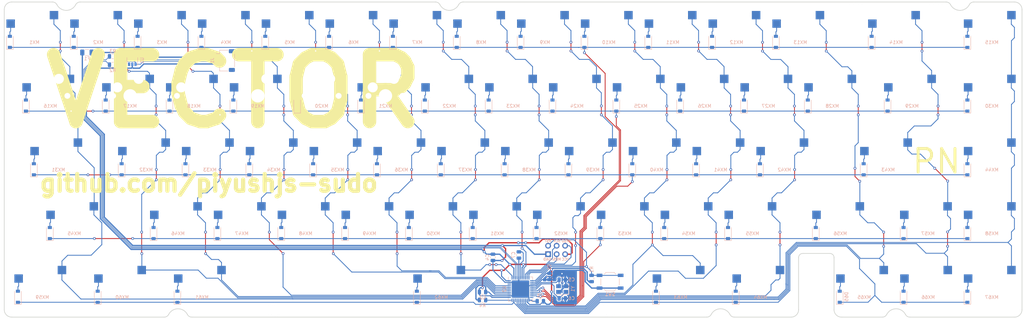
<source format=kicad_pcb>
(kicad_pcb (version 20241229) (generator "pcbnew") (generator_version "9.0")
  (layers (0 "F.Cu" signal) (2 "B.Cu" signal) (13 "F.Paste" user) (15 "B.Paste" user) (5 "F.SilkS" user "F.Silkscreen") (7 "B.SilkS" user "B.Silkscreen") (1 "F.Mask" user) (3 "B.Mask" user) (25 "Edge.Cuts" user))
  (net 0 "")
  (net 1 "GND")
  (net 2 "XTAL2")
  (net 3 "XTAL1")
  (net 4 "Net-(D1-Pad2)")
  (net 5 "ROW0")
  (net 6 "Net-(D2-Pad2)")
  (net 7 "Net-(D3-Pad2)")
  (net 8 "Net-(D4-Pad2)")
  (net 9 "Net-(D5-Pad2)")
  (net 10 "Net-(D6-Pad2)")
  (net 11 "Net-(D7-Pad2)")
  (net 12 "Net-(D8-Pad2)")
  (net 13 "Net-(D9-Pad2)")
  (net 14 "Net-(D10-Pad2)")
  (net 15 "Net-(D11-Pad2)")
  (net 16 "Net-(D12-Pad2)")
  (net 17 "Net-(D13-Pad2)")
  (net 18 "Net-(D14-Pad2)")
  (net 19 "Net-(D15-Pad2)")
  (net 20 "Net-(D16-Pad2)")
  (net 21 "Net-(D17-Pad2)")
  (net 22 "ROW1")
  (net 23 "Net-(D18-Pad2)")
  (net 24 "Net-(D19-Pad2)")
  (net 25 "Net-(D20-Pad2)")
  (net 26 "Net-(D21-Pad2)")
  (net 27 "Net-(D22-Pad2)")
  (net 28 "Net-(D23-Pad2)")
  (net 29 "Net-(D24-Pad2)")
  (net 30 "Net-(D25-Pad2)")
  (net 31 "Net-(D26-Pad2)")
  (net 32 "Net-(D27-Pad2)")
  (net 33 "Net-(D28-Pad2)")
  (net 34 "Net-(D29-Pad2)")
  (net 35 "Net-(D30-Pad2)")
  (net 36 "Net-(D31-Pad2)")
  (net 37 "Net-(D32-Pad2)")
  (net 38 "ROW2")
  (net 39 "Net-(D33-Pad2)")
  (net 40 "Net-(D34-Pad2)")
  (net 41 "Net-(D35-Pad2)")
  (net 42 "Net-(D36-Pad2)")
  (net 43 "Net-(D37-Pad2)")
  (net 44 "Net-(D38-Pad2)")
  (net 45 "Net-(D39-Pad2)")
  (net 46 "Net-(D40-Pad2)")
  (net 47 "Net-(D41-Pad2)")
  (net 48 "Net-(D42-Pad2)")
  (net 49 "Net-(D43-Pad2)")
  (net 50 "Net-(D44-Pad2)")
  (net 51 "Net-(D45-Pad2)")
  (net 52 "Net-(D46-Pad2)")
  (net 53 "Net-(D47-Pad2)")
  (net 54 "ROW3")
  (net 55 "Net-(D48-Pad2)")
  (net 56 "Net-(D49-Pad2)")
  (net 57 "Net-(D50-Pad2)")
  (net 58 "Net-(D51-Pad2)")
  (net 59 "Net-(D52-Pad2)")
  (net 60 "Net-(D53-Pad2)")
  (net 61 "Net-(D54-Pad2)")
  (net 62 "Net-(D55-Pad2)")
  (net 63 "Net-(D56-Pad2)")
  (net 64 "Net-(D57-Pad2)")
  (net 65 "Net-(D58-Pad2)")
  (net 66 "Net-(D59-Pad2)")
  (net 67 "Net-(D60-Pad2)")
  (net 68 "Net-(D61-Pad2)")
  (net 69 "ROW4")
  (net 70 "Net-(D62-Pad2)")
  (net 71 "Net-(D63-Pad2)")
  (net 72 "Net-(D64-Pad2)")
  (net 73 "Net-(D65-Pad2)")
  (net 74 "Net-(D66-Pad2)")
  (net 75 "Net-(D67-Pad2)")
  (net 76 "VBUS")
  (net 77 "D+")
  (net 78 "D-")
  (net 79 "RESET")
  (net 80 "MOSI")
  (net 81 "SCK")
  (net 82 "MISO")
  (net 83 "COL0")
  (net 84 "COL1")
  (net 85 "COL2")
  (net 86 "COL3")
  (net 87 "COL4")
  (net 88 "COL5")
  (net 89 "COL6")
  (net 90 "COL7")
  (net 91 "COL8")
  (net 92 "COL9")
  (net 93 "COL10")
  (net 94 "COL11")
  (net 95 "COL12")
  (net 96 "COL13")
  (net 97 "COL14")
  (net 98 "Net-(R4-Pad2)")
  (net 99 "Net-(U2-Pad42)")
  (net 100 "Net-(C7-Pad1)")
  (net 101 "+5V")
  (net 102 "/MCU_D+")
  (net 103 "/MCU_D-")
  (net 104 "Net-(U1-Pad4)")
  (net 105 "Net-(U1-Pad3)")
  (net 106 "Net-(U2-Pad22)")
  (net 107 "Net-(U2-Pad31)")
  (footprint "MX_Only:MXOnly-1U-Hotswap" (layer "F.Cu") (at 9 9)
    (property "Reference" "MX1")
    (property "Value" "1u")
  )
  (footprint "MX_Only:MXOnly-1U-Hotswap" (layer "F.Cu") (at 28.05 9)
    (property "Reference" "MX2")
    (property "Value" "1u")
  )
  (footprint "MX_Only:MXOnly-1U-Hotswap" (layer "F.Cu") (at 47.1 9)
    (property "Reference" "MX3")
    (property "Value" "1u")
  )
  (footprint "MX_Only:MXOnly-1U-Hotswap" (layer "F.Cu") (at 66.15 9)
    (property "Reference" "MX4")
    (property "Value" "1u")
  )
  (footprint "MX_Only:MXOnly-1U-Hotswap" (layer "F.Cu") (at 85.2 9)
    (property "Reference" "MX5")
    (property "Value" "1u")
  )
  (footprint "MX_Only:MXOnly-1U-Hotswap" (layer "F.Cu") (at 104.25 9)
    (property "Reference" "MX6")
    (property "Value" "1u")
  )
  (footprint "MX_Only:MXOnly-1U-Hotswap" (layer "F.Cu") (at 123.3 9)
    (property "Reference" "MX7")
    (property "Value" "1u")
  )
  (footprint "MX_Only:MXOnly-1U-Hotswap" (layer "F.Cu") (at 161.4 9)
    (property "Reference" "MX9")
    (property "Value" "1u")
  )
  (footprint "MX_Only:MXOnly-1U-Hotswap" (layer "F.Cu") (at 180.45 9)
    (property "Reference" "MX10")
    (property "Value" "1u")
  )
  (footprint "MX_Only:MXOnly-1U-Hotswap" (layer "F.Cu") (at 199.5 9)
    (property "Reference" "MX11")
    (property "Value" "1u")
  )
  (footprint "MX_Only:MXOnly-1U-Hotswap" (layer "F.Cu") (at 218.55 9)
    (property "Reference" "MX12")
    (property "Value" "1u")
  )
  (footprint "MX_Only:MXOnly-1U-Hotswap" (layer "F.Cu") (at 237.6 9)
    (property "Reference" "MX13")
    (property "Value" "1u")
  )
  (footprint "MX_Only:MXOnly-2U-Hotswap" (layer "F.Cu") (at 266.175 9)
    (property "Reference" "MX14")
    (property "Value" "2u")
  )
  (footprint "MX_Only:MXOnly-1.5U-Hotswap" (layer "F.Cu") (at 13.7625 28.05)
    (property "Reference" "MX16")
    (property "Value" "1.5u")
  )
  (footprint "MX_Only:MXOnly-1U-Hotswap" (layer "F.Cu") (at 37.575 28.05)
    (property "Reference" "MX17")
    (property "Value" "1u")
  )
  (footprint "MX_Only:MXOnly-1U-Hotswap" (layer "F.Cu") (at 56.625 28.05)
    (property "Reference" "MX18")
    (property "Value" "1u")
  )
  (footprint "MX_Only:MXOnly-1U-Hotswap" (layer "F.Cu") (at 75.675 28.05)
    (property "Reference" "MX19")
    (property "Value" "1u")
  )
  (footprint "MX_Only:MXOnly-1U-Hotswap" (layer "F.Cu") (at 94.725 28.05)
    (property "Reference" "MX20")
    (property "Value" "1u")
  )
  (footprint "MX_Only:MXOnly-1U-Hotswap" (layer "F.Cu") (at 113.775 28.05)
    (property "Reference" "MX21")
    (property "Value" "1u")
  )
  (footprint "MX_Only:MXOnly-1U-Hotswap" (layer "F.Cu") (at 132.825 28.05)
    (property "Reference" "MX22")
    (property "Value" "1u")
  )
  (footprint "MX_Only:MXOnly-1U-Hotswap" (layer "F.Cu") (at 151.875 28.05)
    (property "Reference" "MX23")
    (property "Value" "1u")
  )
  (footprint "MX_Only:MXOnly-1U-Hotswap" (layer "F.Cu") (at 170.925 28.05)
    (property "Reference" "MX24")
    (property "Value" "1u")
  )
  (footprint "MX_Only:MXOnly-1U-Hotswap" (layer "F.Cu") (at 189.975 28.05)
    (property "Reference" "MX25")
    (property "Value" "1u")
  )
  (footprint "MX_Only:MXOnly-1U-Hotswap" (layer "F.Cu") (at 209.025 28.05)
    (property "Reference" "MX26")
    (property "Value" "1u")
  )
  (footprint "MX_Only:MXOnly-1U-Hotswap" (layer "F.Cu") (at 228.075 28.05)
    (property "Reference" "MX27")
    (property "Value" "1u")
  )
  (footprint "MX_Only:MXOnly-1U-Hotswap" (layer "F.Cu") (at 247.125 28.05)
    (property "Reference" "MX28")
    (property "Value" "1u")
  )
  (footprint "MX_Only:MXOnly-1.5U-Hotswap" (layer "F.Cu") (at 270.9375 28.05)
    (property "Reference" "MX29")
    (property "Value" "1.5u")
  )
  (footprint "MX_Only:MXOnly-1U-Hotswap" (layer "F.Cu") (at 294.75 28.05)
    (property "Reference" "MX30")
    (property "Value" "1u")
  )
  (footprint "MX_Only:MXOnly-1.75U-Hotswap" (layer "F.Cu") (at 16.14375 47.1)
    (property "Reference" "MX31")
    (property "Value" "1.75u")
  )
  (footprint "MX_Only:MXOnly-1U-Hotswap" (layer "F.Cu") (at 42.3375 47.1)
    (property "Reference" "MX32")
    (property "Value" "1u")
  )
  (footprint "MX_Only:MXOnly-1U-Hotswap" (layer "F.Cu") (at 61.3875 47.1)
    (property "Reference" "MX33")
    (property "Value" "1u")
  )
  (footprint "MX_Only:MXOnly-1U-Hotswap" (layer "F.Cu") (at 80.4375 47.1)
    (property "Reference" "MX34")
    (property "Value" "1u")
  )
  (footprint "MX_Only:MXOnly-1U-Hotswap" (layer "F.Cu") (at 99.4875 47.1)
    (property "Reference" "MX35")
    (property "Value" "1u")
  )
  (footprint "MX_Only:MXOnly-1U-Hotswap" (layer "F.Cu") (at 118.5375 47.1)
    (property "Reference" "MX36")
    (property "Value" "1u")
  )
  (footprint "MX_Only:MXOnly-1U-Hotswap" (layer "F.Cu") (at 137.5875 47.1)
    (property "Reference" "MX37")
    (property "Value" "1u")
  )
  (footprint "MX_Only:MXOnly-1U-Hotswap" (layer "F.Cu") (at 156.6375 47.1)
    (property "Reference" "MX38")
    (property "Value" "1u")
  )
  (footprint "MX_Only:MXOnly-1U-Hotswap" (layer "F.Cu") (at 175.6875 47.1)
    (property "Reference" "MX39")
    (property "Value" "1u")
  )
  (footprint "MX_Only:MXOnly-1U-Hotswap" (layer "F.Cu") (at 194.7375 47.1)
    (property "Reference" "MX40")
    (property "Value" "1u")
  )
  (footprint "MX_Only:MXOnly-1U-Hotswap" (layer "F.Cu") (at 213.7875 47.1)
    (property "Reference" "MX41")
    (property "Value" "1u")
  )
  (footprint "MX_Only:MXOnly-1U-Hotswap" (layer "F.Cu") (at 232.8375 47.1)
    (property "Reference" "MX42")
    (property "Value" "1u")
  )
  (footprint "MX_Only:MXOnly-2.25U-Hotswap" (layer "F.Cu") (at 263.79375 47.1)
    (property "Reference" "MX43")
    (property "Value" "2.25u")
  )
  (footprint "MX_Only:MXOnly-1U-Hotswap" (layer "F.Cu") (at 294.75 47.1)
    (property "Reference" "MX44")
    (property "Value" "1u")
  )
  (footprint "MX_Only:MXOnly-2.25U-Hotswap" (layer "F.Cu") (at 20.90625 66.15)
    (property "Reference" "MX45")
    (property "Value" "2.25u")
  )
  (footprint "MX_Only:MXOnly-1U-Hotswap" (layer "F.Cu") (at 51.8625 66.15)
    (property "Reference" "MX46")
    (property "Value" "1u")
  )
  (footprint "MX_Only:MXOnly-1U-Hotswap" (layer "F.Cu") (at 70.9125 66.15)
    (property "Reference" "MX47")
    (property "Value" "1u")
  )
  (footprint "MX_Only:MXOnly-1U-Hotswap" (layer "F.Cu") (at 89.9625 66.15)
    (property "Reference" "MX48")
    (property "Value" "1u")
  )
  (footprint "MX_Only:MXOnly-1U-Hotswap" (layer "F.Cu") (at 109.0125 66.15)
    (property "Reference" "MX49")
    (property "Value" "1u")
  )
  (footprint "MX_Only:MXOnly-1U-Hotswap" (layer "F.Cu") (at 128.0625 66.15)
    (property "Reference" "MX50")
    (property "Value" "1u")
  )
  (footprint "MX_Only:MXOnly-1U-Hotswap" (layer "F.Cu") (at 147.1125 66.15)
    (property "Reference" "MX51")
    (property "Value" "1u")
  )
  (footprint "MX_Only:MXOnly-1U-Hotswap" (layer "F.Cu") (at 166.1625 66.15)
    (property "Reference" "MX52")
    (property "Value" "1u")
  )
  (footprint "MX_Only:MXOnly-1U-Hotswap" (layer "F.Cu") (at 185.2125 66.15)
    (property "Reference" "MX53")
    (property "Value" "1u")
  )
  (footprint "MX_Only:MXOnly-1U-Hotswap" (layer "F.Cu") (at 204.2625 66.15)
    (property "Reference" "MX54")
    (property "Value" "1u")
  )
  (footprint "MX_Only:MXOnly-1U-Hotswap" (layer "F.Cu") (at 223.3125 66.15)
    (property "Reference" "MX55")
    (property "Value" "1u")
  )
  (footprint "MX_Only:MXOnly-1.75U-Hotswap" (layer "F.Cu") (at 249.50625 66.15)
    (property "Reference" "MX56")
    (property "Value" "1.75u")
  )
  (footprint "MX_Only:MXOnly-1U-Hotswap" (layer "F.Cu") (at 275.7 66.15)
    (property "Reference" "MX57")
    (property "Value" "1u")
  )
  (footprint "MX_Only:MXOnly-1U-Hotswap" (layer "F.Cu") (at 294.75 66.15)
    (property "Reference" "MX58")
    (property "Value" "1u")
  )
  (footprint "MX_Only:MXOnly-1.25U-Hotswap" (layer "F.Cu") (at 201.88125 85.2)
    (property "Reference" "MX63")
    (property "Value" "1.25u")
  )
  (footprint "MX_Only:MXOnly-1U-Hotswap" (layer "F.Cu") (at 256.65 85.2)
    (property "Reference" "MX65")
    (property "Value" "1u")
  )
  (footprint "MX_Only:MXOnly-1U-Hotswap" (layer "F.Cu") (at 294.75 85.2)
    (property "Reference" "MX67")
    (property "Value" "1u")
  )
  (footprint "MX_Only:MXOnly-1.25U-Hotswap" (layer "F.Cu") (at 225.69375 85.2)
    (property "Reference" "MX64")
    (property "Value" "1.25u")
  )
  (footprint "MX_Only:MXOnly-1U-Hotswap" (layer "F.Cu") (at 142.35 9)
    (property "Reference" "MX8")
    (property "Value" "1u")
  )
  (footprint "MX_Only:MXOnly-1U-Hotswap" (layer "F.Cu") (at 294.75 9)
    (property "Reference" "MX15")
    (property "Value" "1u")
  )
  (footprint "MX_Only:MXOnly-1.25U-Hotswap" (layer "F.Cu") (at 11.38125 85.2)
    (property "Reference" "MX59")
    (property "Value" "1.25u")
  )
  (footprint "MX_Only:MXOnly-1.25U-Hotswap" (layer "F.Cu") (at 35.19375 85.2)
    (property "Reference" "MX60")
    (property "Value" "1.25u")
  )
  (footprint "MX_Only:MXOnly-1.25U-Hotswap" (layer "F.Cu") (at 59.00625 85.2)
    (property "Reference" "MX61")
    (property "Value" "1.25u")
  )
  (footprint "MX_Only:MXOnly-6.25U-Hotswap-ReversedStabilizers" (layer "F.Cu") (at 130.44375 85.2)
    (property "Reference" "MX62")
    (property "Value" "6.25u")
  )
  (footprint "MX_Only:MXOnly-1U-Hotswap" (layer "F.Cu") (at 275.75 85.2)
    (property "Reference" "MX66")
    (property "Value" "1u")
  )
  (footprint "mikeneko:ISP" (layer "F.Cu") (at 167.4 72.85 -90)
    (property "Reference" "J2")
    (property "Value" "AVR-ISP-6")
  )
  (footprint "Connector_JST:JST_SH_SM04B-SRSS-TB_1x04-1MP_P1.00mm_Horizontal" (layer "B.Cu") (at 66.05 17.50375 -90)
    (property "Reference" "J1")
    (property "Value" "JST SH 4-pin")
  )
  (footprint "Resistor_SMD:R_0805_2012Metric" (layer "B.Cu") (at 32.34 18.75375)
    (property "Reference" "R2")
    (property "Value" "22")
  )
  (footprint "Resistor_SMD:R_0805_2012Metric" (layer "B.Cu") (at 32.34 16.25375)
    (property "Reference" "R3")
    (property "Value" "22")
  )
  (footprint "Button_Switch_SMD:SW_SPST_TL3342" (layer "B.Cu") (at 180.81375 83.615)
    (property "Reference" "SW1")
    (property "Value" "Reset")
  )
  (footprint "Capacitor_SMD:C_0805_2012Metric" (layer "B.Cu") (at 166.53 83 180)
    (property "Reference" "C5")
    (property "Value" "22p")
  )
  (footprint "Capacitor_SMD:C_0805_2012Metric" (layer "B.Cu") (at 160 89.45 180)
    (property "Reference" "C3")
    (property "Value" "0.1u")
  )
  (footprint "Crystal:Crystal_SMD_3225-4Pin_3.2x2.5mm" (layer "B.Cu") (at 166.53 85.8 180)
    (property "Reference" "Y1")
    (property "Value" "16MHz")
  )
  (footprint "Capacitor_SMD:C_0805_2012Metric" (layer "B.Cu") (at 162.73 82.05 -90)
    (property "Reference" "C1")
    (property "Value" "0.1u")
  )
  (footprint "Resistor_SMD:R_0805_2012Metric" (layer "B.Cu") (at 175.28 82.65 -90)
    (property "Reference" "R1")
    (property "Value" "10k")
  )
  (footprint "Diode_SMD:D_SOD-123" (layer "B.Cu") (at 1.68125 11.90625 90)
    (property "Reference" "D1")
    (property "Value" "1N4148")
  )
  (footprint "Diode_SMD:D_SOD-123" (layer "B.Cu") (at 20.75 11.90625 90)
    (property "Reference" "D2")
    (property "Value" "1N4148")
  )
  (footprint "Diode_SMD:D_SOD-123" (layer "B.Cu") (at 39.8 11.90625 90)
    (property "Reference" "D3")
    (property "Value" "1N4148")
  )
  (footprint "Diode_SMD:D_SOD-123" (layer "B.Cu") (at 58.85 11.90625 90)
    (property "Reference" "D4")
    (property "Value" "1N4148")
  )
  (footprint "Diode_SMD:D_SOD-123" (layer "B.Cu") (at 77.9 11.90625 90)
    (property "Reference" "D5")
    (property "Value" "1N4148")
  )
  (footprint "Diode_SMD:D_SOD-123" (layer "B.Cu") (at 96.95 11.90625 90)
    (property "Reference" "D6")
    (property "Value" "1N4148")
  )
  (footprint "Diode_SMD:D_SOD-123" (layer "B.Cu") (at 116 11.90625 90)
    (property "Reference" "D7")
    (property "Value" "1N4148")
  )
  (footprint "Diode_SMD:D_SOD-123" (layer "B.Cu") (at 135.05 11.90625 90)
    (property "Reference" "D8")
    (property "Value" "1N4148")
  )
  (footprint "Diode_SMD:D_SOD-123" (layer "B.Cu") (at 154.1 11.90625 90)
    (property "Reference" "D9")
    (property "Value" "1N4148")
  )
  (footprint "Diode_SMD:D_SOD-123" (layer "B.Cu") (at 173.15 11.90625 90)
    (property "Reference" "D10")
    (property "Value" "1N4148")
  )
  (footprint "Diode_SMD:D_SOD-123" (layer "B.Cu") (at 192.2 11.90625 90)
    (property "Reference" "D11")
    (property "Value" "1N4148")
  )
  (footprint "Diode_SMD:D_SOD-123" (layer "B.Cu") (at 211.25 11.90625 90)
    (property "Reference" "D12")
    (property "Value" "1N4148")
  )
  (footprint "Diode_SMD:D_SOD-123" (layer "B.Cu") (at 258.875 11.90625 90)
    (property "Reference" "D14")
    (property "Value" "1N4148")
  )
  (footprint "Diode_SMD:D_SOD-123" (layer "B.Cu") (at 287.45 11.90625 90)
    (property "Reference" "D15")
    (property "Value" "1N4148")
  )
  (footprint "Diode_SMD:D_SOD-123" (layer "B.Cu") (at 6.4625 30.95625 90)
    (property "Reference" "D16")
    (property "Value" "1N4148")
  )
  (footprint "Diode_SMD:D_SOD-123" (layer "B.Cu") (at 30.275 30.95625 90)
    (property "Reference" "D17")
    (property "Value" "1N4148")
  )
  (footprint "Diode_SMD:D_SOD-123" (layer "B.Cu") (at 49.325 30.95625 90)
    (property "Reference" "D18")
    (property "Value" "1N4148")
  )
  (footprint "Diode_SMD:D_SOD-123" (layer "B.Cu") (at 68.375 30.95625 90)
    (property "Reference" "D19")
    (property "Value" "1N4148")
  )
  (footprint "Diode_SMD:D_SOD-123" (layer "B.Cu") (at 87.425 30.95625 90)
    (property "Reference" "D20")
    (property "Value" "1N4148")
  )
  (footprint "Diode_SMD:D_SOD-123" (layer "B.Cu") (at 106.475 30.95625 90)
    (property "Reference" "D21")
    (property "Value" "1N4148")
  )
  (footprint "Diode_SMD:D_SOD-123" (layer "B.Cu") (at 125.525 30.95625 90)
    (property "Reference" "D22")
    (property "Value" "1N4148")
  )
  (footprint "Diode_SMD:D_SOD-123" (layer "B.Cu") (at 144.575 30.95625 90)
    (property "Reference" "D23")
    (property "Value" "1N4148")
  )
  (footprint "Diode_SMD:D_SOD-123" (layer "B.Cu") (at 163.625 30.95625 90)
    (property "Reference" "D24")
    (property "Value" "1N4148")
  )
  (footprint "Diode_SMD:D_SOD-123" (layer "B.Cu") (at 182.675 30.95625 90)
    (property "Reference" "D25")
    (property "Value" "1N4148")
  )
  (footprint "Diode_SMD:D_SOD-123" (layer "B.Cu") (at 201.725 30.95625 90)
    (property "Reference" "D26")
    (property "Value" "1N4148")
  )
  (footprint "Diode_SMD:D_SOD-123" (layer "B.Cu") (at 220.775 30.95625 90)
    (property "Reference" "D27")
    (property "Value" "1N4148")
  )
  (footprint "Diode_SMD:D_SOD-123" (layer "B.Cu") (at 239.825 30.95625 90)
    (property "Reference" "D28")
    (property "Value" "1N4148")
  )
  (footprint "Diode_SMD:D_SOD-123" (layer "B.Cu") (at 263.6375 30.95625 90)
    (property "Reference" "D29")
    (property "Value" "1N4148")
  )
  (footprint "Diode_SMD:D_SOD-123" (layer "B.Cu") (at 287.45 30.95625 90)
    (property "Reference" "D30")
    (property "Value" "1N4148")
  )
  (footprint "Diode_SMD:D_SOD-123" (layer "B.Cu") (at 8.84375 50.00625 90)
    (property "Reference" "D31")
    (property "Value" "1N4148")
  )
  (footprint "Diode_SMD:D_SOD-123" (layer "B.Cu") (at 35.0375 50.00625 90)
    (property "Reference" "D32")
    (property "Value" "1N4148")
  )
  (footprint "Diode_SMD:D_SOD-123" (layer "B.Cu") (at 54.0875 50.00625 90)
    (property "Reference" "D33")
    (property "Value" "1N4148")
  )
  (footprint "Diode_SMD:D_SOD-123" (layer "B.Cu") (at 73.1375 50.00625 90)
    (property "Reference" "D34")
    (property "Value" "1N4148")
  )
  (footprint "Diode_SMD:D_SOD-123" (layer "B.Cu") (at 111.2375 50.00625 90)
    (property "Reference" "D36")
    (property "Value" "1N4148")
  )
  (footprint "Diode_SMD:D_SOD-123" (layer "B.Cu") (at 130.2875 50.00625 90)
    (property "Reference" "D37")
    (property "Value" "1N4148")
  )
  (footprint "Diode_SMD:D_SOD-123" (layer "B.Cu") (at 149.3375 50.00625 90)
    (property "Reference" "D38")
    (property "Value" "1N4148")
  )
  (footprint "Diode_SMD:D_SOD-123" (layer "B.Cu") (at 168.3875 50.00625 90)
    (property "Reference" "D39")
    (property "Value" "1N4148")
  )
  (footprint "Diode_SMD:D_SOD-123" (layer "B.Cu") (at 187.4375 50.00625 90)
    (property "Reference" "D40")
    (property "Value" "1N4148")
  )
  (footprint "Diode_SMD:D_SOD-123" (layer "B.Cu") (at 206.4875 50.00625 90)
    (property "Reference" "D41")
    (property "Value" "1N4148")
  )
  (footprint "Diode_SMD:D_SOD-123" (layer "B.Cu") (at 225.5375 50.00625 90)
    (property "Reference" "D42")
    (property "Value" "1N4148")
  )
  (footprint "Diode_SMD:D_SOD-123" (layer "B.Cu") (at 256.49375 50.00625 90)
    (property "Reference" "D43")
    (property "Value" "1N4148")
  )
  (footprint "Diode_SMD:D_SOD-123" (layer "B.Cu") (at 287.45 50.00625 90)
    (property "Reference" "D44")
    (property "Value" "1N4148")
  )
  (footprint "Diode_SMD:D_SOD-123" (layer "B.Cu") (at 13.60625 69.05625 90)
    (property "Reference" "D45")
    (property "Value" "1N4148")
  )
  (footprint "Diode_SMD:D_SOD-123" (layer "B.Cu") (at 44.5625 69.05625 90)
    (property "Reference" "D46")
    (property "Value" "1N4148")
  )
  (footprint "Diode_SMD:D_SOD-123" (layer "B.Cu") (at 63.6125 69.05625 90)
    (property "Reference" "D47")
    (property "Value" "1N4148")
  )
  (footprint "Diode_SMD:D_SOD-123" (layer "B.Cu") (at 82.6625 69.05625 90)
    (property "Reference" "D48")
    (property "Value" "1N4148")
  )
  (footprint "Diode_SMD:D_SOD-123" (layer "B.Cu") (at 101.7125 69.05625 90)
    (property "Reference" "D49")
    (property "Value" "1N4148")
  )
  (footprint "Diode_SMD:D_SOD-123" (layer "B.Cu") (at 120.7625 69.05625 90)
    (property "Reference" "D50")
    (property "Value" "1N4148")
  )
  (footprint "Diode_SMD:D_SOD-123" (layer "B.Cu") (at 139.8125 69.05625 90)
    (property "Reference" "D51")
    (property "Value" "1N4148")
  )
  (footprint "Diode_SMD:D_SOD-123" (layer "B.Cu") (at 158.8625 69.05625 90)
    (property "Reference" "D52")
    (property "Value" "1N4148")
  )
  (footprint "Diode_SMD:D_SOD-123" (layer "B.Cu") (at 177.9 69.05625 90)
    (property "Reference" "D53")
    (property "Value" "1N4148")
  )
  (footprint "Diode_SMD:D_SOD-123" (layer "B.Cu") (at 196.9625 69.05625 90)
    (property "Reference" "D54")
    (property "Value" "1N4148")
  )
  (footprint "Diode_SMD:D_SOD-123" (layer "B.Cu") (at 216.0125 69.05625 90)
    (property "Reference" "D55")
    (property "Value" "1N4148")
  )
  (footprint "Diode_SMD:D_SOD-123" (layer "B.Cu") (at 242.20625 69.05625 90)
    (property "Reference" "D56")
    (property "Value" "1N4148")
  )
  (footprint "Diode_SMD:D_SOD-123" (layer "B.Cu") (at 268.4 69.05625 90)
    (property "Reference" "D57")
    (property "Value" "1N4148")
  )
  (footprint "Diode_SMD:D_SOD-123" (layer "B.Cu") (at 287.45 69.05625 90)
    (property "Reference" "D58")
    (property "Value" "1N4148")
  )
  (footprint "Diode_SMD:D_SOD-123" (layer "B.Cu") (at 4.08125 88.10625 90)
    (property "Reference" "D59")
    (property "Value" "1N4148")
  )
  (footprint "Diode_SMD:D_SOD-123" (layer "B.Cu") (at 27.89375 88.10625 90)
    (property "Reference" "D60")
    (property "Value" "1N4148")
  )
  (footprint "Diode_SMD:D_SOD-123" (layer "B.Cu") (at 51.68125 88.10625 90)
    (property "Reference" "D61")
    (property "Value" "1N4148")
  )
  (footprint "Diode_SMD:D_SOD-123" (layer "B.Cu") (at 123.14375 88.10625 90)
    (property "Reference" "D62")
    (property "Value" "1N4148")
  )
  (footprint "Diode_SMD:D_SOD-123" (layer "B.Cu") (at 218.3125 88.10625 90)
    (property "Reference" "D64")
    (property "Value" "1N4148")
  )
  (footprint "Diode_SMD:D_SOD-123" (layer "B.Cu") (at 287.45 88.10625 90)
    (property "Reference" "D67")
    (property "Value" "1N4148")
  )
  (footprint "Diode_SMD:D_SOD-123" (layer "B.Cu") (at 230.3 11.90625 90)
    (property "Reference" "D13")
    (property "Value" "1N4148")
  )
  (footprint "Capacitor_SMD:C_0805_2012Metric" (layer "B.Cu") (at 153.61 75.62 -90)
    (property "Reference" "C7")
    (property "Value" "1u")
  )
  (footprint "Capacitor_SMD:C_0805_2012Metric" (layer "B.Cu") (at 166.53 88.6 180)
    (property "Reference" "C6")
    (property "Value" "22p")
  )
  (footprint "Diode_SMD:D_SOD-123" (layer "B.Cu") (at 92.1875 50.00625 90)
    (property "Reference" "D35")
    (property "Value" "1N4148")
  )
  (footprint "Diode_SMD:D_SOD-123" (layer "B.Cu") (at 194.5 88.10625 90)
    (property "Reference" "D63")
    (property "Value" "1N4148")
  )
  (footprint "Capacitor_SMD:C_0805_2012Metric" (layer "B.Cu") (at 142.74375 86.68875)
    (property "Reference" "C2")
    (property "Value" "0.1u")
  )
  (footprint "Package_TO_SOT_SMD:SOT-23-6" (layer "B.Cu") (at 38.22375 17.50375 90)
    (property "Reference" "U1")
    (property "Value" "SRV05-4")
  )
  (footprint "Package_DFN_QFN:QFN-44-1EP_7x7mm_P0.5mm_EP5.2x5.2mm" (layer "B.Cu") (at 154.07375 85.81 -90)
    (property "Reference" "U2")
    (property "Value" "ATmega32U4-MUR")
  )
  (footprint "Fuse:Fuse_1206_3216Metric" (layer "B.Cu") (at 24.69 15.09)
    (property "Reference" "F1")
    (property "Value" "500mA")
  )
  (footprint "Resistor_SMD:R_0805_2012Metric" (layer "B.Cu") (at 142.74375 89.08)
    (property "Reference" "R4")
    (property "Value" "10k")
  )
  (footprint "Capacitor_SMD:C_0805_2012Metric" (layer "B.Cu") (at 145.85 76.32 -90)
    (property "Reference" "C4")
    (property "Value" "10u")
  )
  (footprint "Diode_SMD:D_SOD-123" (layer "B.Cu") (at 268.4 88.10625 90)
    (property "Reference" "D66")
    (property "Value" "1N4148")
  )
  (footprint "Diode_SMD:D_SOD-123" (layer "B.Cu") (at 249.35 88.10625 90)
    (property "Reference" "D65")
    (property "Value" "1N4148")
  )
  (gr_arc (start 21.318072 0.806452) (mid 18.525 2.500001) (end 15.731928 0.806452) (stroke (width 0.2)) (layer "Edge.Cuts"))
  (gr_line (start 14.401894 0) (end 2.25 0) (stroke (width 0.2)) (layer "Edge.Cuts"))
  (gr_arc (start 55.985606 94.2) (mid 55.207892 93.982639) (end 54.655571 93.393549) (stroke (width 0.2)) (layer "Edge.Cuts"))
  (gr_arc (start 217.910606 94.2) (mid 217.132892 93.982639) (end 216.580571 93.393549) (stroke (width 0.2)) (layer "Edge.Cuts"))
  (gr_arc (start 281.101894 0) (mid 281.879608 0.217362) (end 282.431928 0.806452) (stroke (width 0.2)) (layer "Edge.Cuts"))
  (gr_arc (start 14.401894 0) (mid 15.179608 0.217362) (end 15.731928 0.806452) (stroke (width 0.2)) (layer "Edge.Cuts"))
  (gr_arc (start 246.4 75.15) (mid 247.283883 75.516117) (end 247.65 76.4) (stroke (width 0.2)) (layer "Edge.Cuts"))
  (gr_line (start 301.5 0) (end 289.348105 0) (stroke (width 0.2)) (layer "Edge.Cuts"))
  (gr_arc (start 237.075 76.4) (mid 237.441117 75.516117) (end 238.325 75.15) (stroke (width 0.2)) (layer "Edge.Cuts"))
  (gr_line (start 128.701894 0) (end 22.648105 0) (stroke (width 0.2)) (layer "Edge.Cuts"))
  (gr_line (start 262.051894 94.2) (end 249.9 94.2) (stroke (width 0.2)) (layer "Edge.Cuts"))
  (gr_line (start 237.075 76.4) (end 237.075 91.95) (stroke (width 0.2)) (layer "Edge.Cuts"))
  (gr_arc (start 49.069429 93.393548) (mid 51.8625 91.7) (end 54.655571 93.393549) (stroke (width 0.2)) (layer "Edge.Cuts"))
  (gr_arc (start 263.381929 93.393548) (mid 266.175 91.7) (end 268.968071 93.393549) (stroke (width 0.2)) (layer "Edge.Cuts"))
  (gr_arc (start 210.994428 93.393548) (mid 210.442108 93.982638) (end 209.664394 94.2) (stroke (width 0.2)) (layer "Edge.Cuts"))
  (gr_line (start 238.325 75.15) (end 246.4 75.15) (stroke (width 0.2)) (layer "Edge.Cuts"))
  (gr_arc (start 21.318071 0.806452) (mid 21.870391 0.217362) (end 22.648105 0) (stroke (width 0.2)) (layer "Edge.Cuts"))
  (gr_arc (start 128.701894 0) (mid 129.479608 0.217362) (end 130.031928 0.806452) (stroke (width 0.2)) (layer "Edge.Cuts"))
  (gr_line (start 247.65 76.4) (end 247.65 91.95) (stroke (width 0.2)) (layer "Edge.Cuts"))
  (gr_arc (start 237.075 91.95) (mid 236.41599 93.54099) (end 234.825 94.2) (stroke (width 0.2)) (layer "Edge.Cuts"))
  (gr_arc (start 49.069428 93.393548) (mid 48.517108 93.982638) (end 47.739394 94.2) (stroke (width 0.2)) (layer "Edge.Cuts"))
  (gr_arc (start 249.9 94.2) (mid 248.30901 93.54099) (end 247.65 91.95) (stroke (width 0.2)) (layer "Edge.Cuts"))
  (gr_arc (start 2.25 94.2) (mid 0.65901 93.54099) (end 0 91.95) (stroke (width 0.2)) (layer "Edge.Cuts"))
  (gr_line (start 303.75 91.95) (end 303.75 2.25) (stroke (width 0.2)) (layer "Edge.Cuts"))
  (gr_arc (start 263.381928 93.393548) (mid 262.829608 93.982638) (end 262.051894 94.2) (stroke (width 0.2)) (layer "Edge.Cuts"))
  (gr_arc (start 288.018071 0.806452) (mid 288.570391 0.217362) (end 289.348105 0) (stroke (width 0.2)) (layer "Edge.Cuts"))
  (gr_line (start 47.739394 94.2) (end 2.25 94.2) (stroke (width 0.2)) (layer "Edge.Cuts"))
  (gr_line (start 281.101894 0) (end 136.948105 0) (stroke (width 0.2)) (layer "Edge.Cuts"))
  (gr_arc (start 303.75 91.95) (mid 303.09099 93.54099) (end 301.5 94.2) (stroke (width 0.2)) (layer "Edge.Cuts"))
  (gr_line (start 234.825 94.2) (end 217.910605 94.2) (stroke (width 0.2)) (layer "Edge.Cuts"))
  (gr_arc (start 270.298106 94.2) (mid 269.520392 93.982639) (end 268.968071 93.393549) (stroke (width 0.2)) (layer "Edge.Cuts"))
  (gr_arc (start 288.018072 0.806452) (mid 285.225 2.500001) (end 282.431928 0.806452) (stroke (width 0.2)) (layer "Edge.Cuts"))
  (gr_line (start 0 91.95) (end 0 2.25) (stroke (width 0.2)) (layer "Edge.Cuts"))
  (gr_arc (start 135.618071 0.806452) (mid 136.170391 0.217362) (end 136.948105 0) (stroke (width 0.2)) (layer "Edge.Cuts"))
  (gr_line (start 301.5 94.2) (end 270.298105 94.2) (stroke (width 0.2)) (layer "Edge.Cuts"))
  (gr_arc (start 0 2.25) (mid 0.65901 0.65901) (end 2.25 0) (stroke (width 0.2)) (layer "Edge.Cuts"))
  (gr_arc (start 135.618072 0.806452) (mid 132.825 2.500001) (end 130.031928 0.806452) (stroke (width 0.2)) (layer "Edge.Cuts"))
  (gr_arc (start 210.994429 93.393548) (mid 213.7875 91.7) (end 216.580571 93.393549) (stroke (width 0.2)) (layer "Edge.Cuts"))
  (gr_line (start 209.664395 94.2) (end 55.985606 94.2) (stroke (width 0.2)) (layer "Edge.Cuts"))
  (gr_arc (start 301.5 0) (mid 303.09099 0.65901) (end 303.75 2.25) (stroke (width 0.2)) (layer "Edge.Cuts"))
  (gr_text "github.com/piyushjs-sudo" (at 10 57.1 0) (layer "F.SilkS") (effects (font (size 5 5) (thickness 1.25) (bold yes)) (justify left bottom)))
  (gr_text "VECTOR" (at 10.2 38.4 0) (layer "F.SilkS") (effects (font (size 20 20) (thickness 4) (bold yes)) (justify left bottom)))
  (gr_text "PN" (at 270.5 51.7 0) (layer "F.SilkS") (effects (font (size 7 7) (thickness 0.875)) (justify left bottom)))
  (segment (start 149.62 73.74092) (end 149.62 76.2) (width 0.381) (layer "F.Cu") (net 1))
  (segment (start 148.67454 72.79546) (end 149.62 73.74092) (width 0.381) (layer "F.Cu") (net 1))
  (segment (start 149.62 76.2) (end 148.55 77.27) (width 0.381) (layer "F.Cu") (net 1))
  (via (at 166.4575 81.19) (size 0.8) (drill 0.4) (layers "F.Cu" "B.Cu") (net 1))
  (via (at 148.55 77.27) (size 0.8) (drill 0.4) (layers "F.Cu" "B.Cu") (net 1))
  (via (at 148.67454 72.79546) (size 0.8) (drill 0.4) (layers "F.Cu" "B.Cu") (net 1))
  (segment (start 148.67454 72.79546) (end 155.65546 72.79546) (width 0.381) (layer "B.Cu") (net 1))
  (segment (start 140.743638 85.503637) (end 140.78 85.539999) (width 0.381) (layer "B.Cu") (net 1))
  (segment (start 155.65546 72.79546) (end 158.25 75.39) (width 0.381) (layer "B.Cu") (net 1))
  (segment (start 172.638328 80.18) (end 173.39899 80.940662) (width 0.381) (layer "B.Cu") (net 1))
  (segment (start 143.68125 85.188525) (end 143.14328 84.650555) (width 0.381) (layer "B.Cu") (net 1))
  (segment (start 25.119188 19.77126) (end 24.51751 20.372938) (width 0.381) (layer "B.Cu") (net 1))
  (segment (start 37.96724 19.77126) (end 25.119188 19.77126) (width 0.381) (layer "B.Cu") (net 1))
  (segment (start 153.57375 82.4725) (end 153.57375 76.59375) (width 0.3) (layer "B.Cu") (net 1))
  (segment (start 162.73 82.9875) (end 160.501256 82.9875) (width 0.3) (layer "B.Cu") (net 1))
  (segment (start 167.4675 80.18) (end 172.638328 80.18) (width 0.381) (layer "B.Cu") (net 1))
  (segment (start 154.07375 85.81) (end 154.07375 85.01) (width 0.3) (layer "B.Cu") (net 1))
  (segment (start 144.29 86.71) (end 144.26875 86.68875) (width 0.3) (layer "B.Cu") (net 1))
  (segment (start 166.4575 81.19) (end 164.5275 81.19) (width 0.381) (layer "B.Cu") (net 1))
  (segment (start 41.63824 18.51926) (end 62.69051 18.51926) (width 0.381) (layer "B.Cu") (net 1))
  (segment (start 153.57375 83.11) (end 153.57375 82.4725) (width 0.3) (layer "B.Cu") (net 1))
  (segment (start 145.85 80.18625) (end 149.47375 83.81) (width 0.3) (layer "B.Cu") (net 1))
  (segment (start 38.22375 19.51475) (end 37.96724 19.77126) (width 0.381) (layer "B.Cu") (net 1))
  (segment (start 167.4675 82.2) (end 167.4675 83) (width 0.381) (layer "B.Cu") (net 1))
  (segment (start 144.26875 86.68875) (end 143.68125 86.68875) (width 0.3) (layer "B.Cu") (net 1))
  (segment (start 62.69051 18.51926) (end 63.175 19.00375) (width 0.381) (layer "B.Cu") (net 1))
  (segment (start 24.51751 20.372938) (end 24.51751 34.224153) (width 0.381) (layer "B.Cu") (net 1))
  (segment (start 29.86203 64.298674) (end 38.358816 72.79546) (width 0.381) (layer "B.Cu") (net 1))
  (segment (start 173.39899 80.940662) (end 173.39899 83.58899) (width 0.381) (layer "B.Cu") (net 1))
  (segment (start 160.501256 82.9875) (end 158.678756 84.81) (width 0.3) (layer "B.Cu") (net 1))
  (segment (start 168.68 88.6) (end 167.4675 88.6) (width 0.381) (layer "B.Cu") (net 1))
  (segment (start 38.22375 19.51475) (end 38.489479 19.780479) (width 0.381) (layer "B.Cu") (net 1))
  (segment (start 158.678756 84.81) (end 157.41125 84.81) (width 0.3) (layer "B.Cu") (net 1))
  (segment (start 156.57375 89.1475) (end 156.57375 88.81) (width 0.3) (layer "B.Cu") (net 1))
  (segment (start 38.22375 18.60375) (end 38.22375 19.51475) (width 0.381) (layer "B.Cu") (net 1))
  (segment (start 183.96375 85.515) (end 177.66375 85.515) (width 0.381) (layer "B.Cu") (net 1))
  (segment (start 153.57375 76.59375) (end 153.61 76.5575) (width 0.3) (layer "B.Cu") (net 1))
  (segment (start 177.66375 85.515) (end 175.325 85.515) (width 0.381) (layer "B.Cu") (net 1))
  (segment (start 167.63 84.95) (end 167.63 83.1625) (width 0.381) (layer "B.Cu") (net 1))
  (segment (start 150.73625 83.81) (end 149.47375 83.81) (width 0.3) (layer "B.Cu") (net 1))
  (segment (start 150.73625 83.81) (end 152.87375 83.81) (width 0.3) (layer "B.Cu") (net 1))
  (segment (start 150.73625 87.81) (end 152.07375 87.81) (width 0.3) (layer "B.Cu") (net 1))
  (segment (start 40.377021 19.780479) (end 41.63824 18.51926) (width 0.381) (layer "B.Cu") (net 1))
  (segment (start 144.58875 86.68875) (end 143.68125 86.68875) (width 0.3) (layer "B.Cu") (net 1))
  (segment (start 63.175 19.00375) (end 64.05 19.00375) (width 0.381) (layer "B.Cu") (net 1))
  (segment (start 148.55 77.27) (end 145.8625 77.27) (width 0.381) (layer "B.Cu") (net 1))
  (segment (start 152.87375 83.81) (end 153.57375 83.11) (width 0.3) (layer "B.Cu") (net 1))
  (segment (start 157.3775 89.1475) (end 157.68 89.45) (width 0.3) (layer "B.Cu") (net 1))
  (segment (start 156.57375 88.31) (end 156.57375 88.81) (width 0.3) (layer "B.Cu") (net 1))
  (segment (start 165.732902 86.65) (end 167.432902 84.95) (width 0.381) (layer "B.Cu") (net 1))
  (segment (start 29.86203 39.568673) (end 29.86203 64.298674) (width 0.381) (layer "B.Cu") (net 1))
  (segment (start 38.358816 72.79546) (end 148.67454 72.79546) (width 0.381) (layer "B.Cu") (net 1))
  (segment (start 162.73 82.9875) (end 164.5275 81.19) (width 0.381) (layer "B.Cu") (net 1))
  (segment (start 145.8625 77.27) (end 145.85 77.2575) (width 0.381) (layer "B.Cu") (net 1))
  (segment (start 154.07375 85.81) (end 156.55624 88.29249) (width 0.3) (layer "B.Cu") (net 1))
  (segment (start 141.59672 84.650555) (end 140.743638 85.503637) (width 0.381) (layer "B.Cu") (net 1))
  (segment (start 145.85 77.2575) (end 145.85 80.18625) (width 0.3) (layer "B.Cu") (net 1))
  (segment (start 169.2 85.439) (end 169.2 88.08) (width 0.381) (layer "B.Cu") (net 1))
  (segment (start 155.07375 84.81) (end 157.41125 84.81) (width 0.3) (layer "B.Cu") (net 1))
  (segment (start 168.711 84.95) (end 167.63 84.95) (width 0.381) (layer "B.Cu") (net 1))
  (segment (start 154.07375 85.81) (end 152.07375 87.81) (width 0.3) (layer "B.Cu") (net 1))
  (segment (start 157.68 89.45) (end 159.0625 89.45) (width 0.3) (layer "B.Cu") (net 1))
  (segment (start 140.78 85.539999) (end 140.78 88.75) (width 0.381) (layer "B.Cu") (net 1))
  (segment (start 156.57375 89.1475) (end 157.3775 89.1475) (width 0.3) (layer "B.Cu") (net 1))
  (segment (start 24.51751 34.224153) (end 29.86203 39.568673) (width 0.381) (layer "B.Cu") (net 1))
  (segment (start 145.71 87.81) (end 144.58875 86.68875) (width 0.3) (layer "B.Cu") (net 1))
  (segment (start 169.2 88.08) (end 168.68 88.6) (width 0.381) (layer "B.Cu") (net 1))
  (segment (start 38.489479 19.780479) (end 40.377021 19.780479) (width 0.381) (layer "B.Cu") (net 1))
  (segment (start 154.07375 85.01) (end 152.87375 83.81) (width 0.3) (layer "B.Cu") (net 1))
  (segment (start 175.325 85.515) (end 173.39899 83.58899) (width 0.381) (layer "B.Cu") (net 1))
  (segment (start 143.14328 84.650555) (end 141.59672 84.650555) (width 0.381) (layer "B.Cu") (net 1))
  (segment (start 150.73625 87.81) (end 145.71 87.81) (width 0.3) (layer "B.Cu") (net 1))
  (segment (start 162.7275 82.99) (end 162.73 82.9875) (width 0.25) (layer "B.Cu") (net 1))
  (segment (start 154.07375 85.81) (end 155.07375 84.81) (width 0.3) (layer "B.Cu") (net 1))
  (segment (start 143.68125 86.68875) (end 143.68125 85.188525) (width 0.381) (layer "B.Cu") (net 1))
  (segment (start 166.4575 81.19) (end 167.4675 80.18) (width 0.381) (layer "B.Cu") (net 1))
  (segment (start 167.4675 82.2) (end 166.4575 81.19) (width 0.381) (layer "B.Cu") (net 1))
  (segment (start 158.25 75.39) (end 162.32 75.39) (width 0.381) (layer "B.Cu") (net 1))
  (segment (start 141.11 89.08) (end 141.80625 89.08) (width 0.381) (layer "B.Cu") (net 1))
  (segment (start 168.711 84.95) (end 169.2 85.439) (width 0.381) (layer "B.Cu") (net 1))
  (segment (start 140.78 88.75) (end 141.11 89.08) (width 0.381) (layer "B.Cu") (net 1))
  (segment (start 160.186518 83.87201) (end 164.72049 83.87201) (width 0.25) (layer "B.Cu") (net 2))
  (segment (start 157.41125 85.31) (end 158.748528 85.31) (width 0.25) (layer "B.Cu") (net 2))
  (segment (start 164.72049 83.87201) (end 165.5925 83) (width 0.25) (layer "B.Cu") (net 2))
  (segment (start 158.748528 85.31) (end 160.186518 83.87201) (width 0.25) (layer "B.Cu") (net 2))
  (segment (start 165.5925 83) (end 165.5925 84.7875) (width 0.25) (layer "B.Cu") (net 2))
  (segment (start 164.102001 84.902001) (end 164.102001 87.109501) (width 0.25) (layer "B.Cu") (net 3))
  (segment (start 157.41125 85.81) (end 158.781702 85.81) (width 0.25) (layer "B.Cu") (net 3))
  (segment (start 163.45 84.25) (end 164.102001 84.902001) (width 0.25) (layer "B.Cu") (net 3))
  (segment (start 158.781702 85.81) (end 160.341702 84.25) (width 0.25) (layer "B.Cu") (net 3))
  (segment (start 165.5925 88.6) (end 167.5425 86.65) (width 0.25) (layer "B.Cu") (net 3))
  (segment (start 160.341702 84.25) (end 163.45 84.25) (width 0.25) (layer "B.Cu") (net 3))
  (segment (start 164.102001 87.109501) (end 165.5925 88.6) (width 0.25) (layer "B.Cu") (net 3))
  (segment (start 167.5425 86.65) (end 167.63 86.65) (width 0.25) (layer "B.Cu") (net 3))
  (segment (start 1.68125 8.90875) (end 1.68125 10.25625) (width 0.25) (layer "B.Cu") (net 4))
  (segment (start 1.915 8.675) (end 1.68125 8.90875) (width 0.25) (layer "B.Cu") (net 4))
  (segment (start 1.915 6.46) (end 1.915 8.675) (width 0.25) (layer "B.Cu") (net 4))
  (segment (start 179.35 21.36) (end 179.35 34.22) (width 0.25) (layer "F.Cu") (net 5))
  (segment (start 165.04 89.78) (end 169.66 89.78) (width 0.25) (layer "F.Cu") (net 5))
  (segment (start 171.82 87.62) (end 171.82 68.5) (width 0.25) (layer "F.Cu") (net 5))
  (segment (start 160.75 85.49) (end 165.04 89.78) (width 0.25) (layer "F.Cu") (net 5))
  (segment (start 179.35 34.22) (end 183.56 38.43) (width 0.25) (layer "F.Cu") (net 5))
  (segment (start 171.82 68.5) (end 172.975 67.345) (width 0.25) (layer "F.Cu") (net 5))
  (segment (start 183.56 53.26) (end 183.56 38.43) (width 0.25) (layer "F.Cu") (net 5))
  (segment (start 173.15 15.16) (end 179.35 21.36) (width 0.25) (layer "F.Cu") (net 5))
  (segment (start 172.975 67.345) (end 172.975001 63.844999) (width 0.25) (layer "F.Cu") (net 5))
  (segment (start 169.66 89.78) (end 171.82 87.62) (width 0.25) (layer "F.Cu") (net 5))
  (segment (start 172.975001 63.844999) (end 183.56 53.26) (width 0.25) (layer "F.Cu") (net 5))
  (via (at 160.75 85.49) (size 0.8) (drill 0.4) (layers "F.Cu" "B.Cu") (net 5))
  (via (at 173.15 15.16) (size 0.8) (drill 0.4) (layers "F.Cu" "B.Cu") (net 5))
  (segment (start 173.15 15.16) (end 173.15 13.55625) (width 0.25) (layer "B.Cu") (net 5))
  (segment (start 157.41125 86.31) (end 157.427273 86.293977) (width 0.25) (layer "B.Cu") (net 5))
  (segment (start 258.875 13.55625) (end 230.3 13.55625) (width 0.25) (layer "B.Cu") (net 5))
  (segment (start 135.05 13.55625) (end 116 13.55625) (width 0.25) (layer "B.Cu") (net 5))
  (segment (start 211.25 13.55625) (end 192.2 13.55625) (width 0.25) (layer "B.Cu") (net 5))
  (segment (start 173.15 13.55625) (end 171.45 13.55625) (width 0.25) (layer "B.Cu") (net 5))
  (segment (start 77.9 13.55625) (end 58.85 13.55625) (width 0.25) (layer "B.Cu") (net 5))
  (segment (start 96.95 13.55625) (end 77.9 13.55625) (width 0.25) (layer "B.Cu") (net 5))
  (segment (start 157.41125 86.31) (end 159.21 86.31) (width 0.25) (layer "B.Cu") (net 5))
  (segment (start 230.3 13.55625) (end 211.25 13.55625) (width 0.25) (layer "B.Cu") (net 5))
  (segment (start 160.03 85.49) (end 160.75 85.49) (width 0.25) (layer "B.Cu") (net 5))
  (segment (start 171.45 13.55625) (end 171.4 13.60625) (width 0.25) (layer "B.Cu") (net 5))
  (segment (start 39.8 13.55625) (end 20.75 13.55625) (width 0.25) (layer "B.Cu") (net 5))
  (segment (start 20.75 13.55625) (end 1.68125 13.55625) (width 0.25) (layer "B.Cu") (net 5))
  (segment (start 192.2 13.55625) (end 173.15 13.55625) (width 0.25) (layer "B.Cu") (net 5))
  (segment (start 159.21 86.31) (end 160.03 85.49) (width 0.25) (layer "B.Cu") (net 5))
  (segment (start 58.85 13.55625) (end 39.8 13.55625) (width 0.25) (layer "B.Cu") (net 5))
  (segment (start 287.45 13.55625) (end 258.875 13.55625) (width 0.25) (layer "B.Cu") (net 5))
  (segment (start 116 13.55625) (end 96.95 13.55625) (width 0.25) (layer "B.Cu") (net 5))
  (segment (start 171.45 13.55625) (end 154.1 13.55625) (width 0.25) (layer "B.Cu") (net 5))
  (segment (start 154.1 13.55625) (end 135.05 13.55625) (width 0.25) (layer "B.Cu") (net 5))
  (segment (start 20.75 8.91) (end 20.75 10.25625) (width 0.25) (layer "B.Cu") (net 6))
  (segment (start 20.965 8.695) (end 20.75 8.91) (width 0.25) (layer "B.Cu") (net 6))
  (segment (start 20.965 6.46) (end 20.965 8.695) (width 0.25) (layer "B.Cu") (net 6))
  (segment (start 20.94 6.46) (end 20.965 6.46) (width 0.25) (layer "B.Cu") (net 6))
  (segment (start 40.015 8.695) (end 39.8 8.91) (width 0.25) (layer "B.Cu") (net 7))
  (segment (start 39.8 8.91) (end 39.8 10.25625) (width 0.25) (layer "B.Cu") (net 7))
  (segment (start 40.015 6.46) (end 40.015 8.695) (width 0.25) (layer "B.Cu") (net 7))
  (segment (start 39.99 6.46) (end 40.015 6.46) (width 0.25) (layer "B.Cu") (net 7))
  (segment (start 59.065 6.46) (end 59.065 8.695) (width 0.25) (layer "B.Cu") (net 8))
  (segment (start 58.85 8.91) (end 58.85 10.25625) (width 0.25) (layer "B.Cu") (net 8))
  (segment (start 59.065 8.695) (end 58.85 8.91) (width 0.25) (layer "B.Cu") (net 8))
  (segment (start 59.04 6.46) (end 59.065 6.46) (width 0.25) (layer "B.Cu") (net 8))
  (segment (start 77.9 8.91) (end 77.9 10.25625) (width 0.25) (layer "B.Cu") (net 9))
  (segment (start 78.115 8.695) (end 77.9 8.91) (width 0.25) (layer "B.Cu") (net 9))
  (segment (start 78.115 6.46) (end 78.115 8.695) (width 0.25) (layer "B.Cu") (net 9))
  (segment (start 78.09 6.46) (end 78.115 6.46) (width 0.25) (layer "B.Cu") (net 9))
  (segment (start 97.165 8.695) (end 96.95 8.91) (width 0.25) (layer "B.Cu") (net 10))
  (segment (start 96.95 8.91) (end 96.95 10.25625) (width 0.25) (layer "B.Cu") (net 10))
  (segment (start 97.165 6.46) (end 97.165 8.695) (width 0.25) (layer "B.Cu") (net 10))
  (segment (start 97.14 6.46) (end 97.165 6.46) (width 0.25) (layer "B.Cu") (net 10))
  (segment (start 116.215 6.46) (end 116.215 8.695) (width 0.25) (layer "B.Cu") (net 11))
  (segment (start 116.215 8.695) (end 116 8.91) (width 0.25) (layer "B.Cu") (net 11))
  (segment (start 116 8.91) (end 116 10.25625) (width 0.25) (layer "B.Cu") (net 11))
  (segment (start 116.19 6.46) (end 116.215 6.46) (width 0.25) (layer "B.Cu") (net 11))
  (segment (start 135.05 8.91) (end 135.05 10.25625) (width 0.25) (layer "B.Cu") (net 12))
  (segment (start 135.265 6.46) (end 135.265 8.695) (width 0.25) (layer "B.Cu") (net 12))
  (segment (start 135.265 8.695) (end 135.05 8.91) (width 0.25) (layer "B.Cu") (net 12))
  (segment (start 135.24 6.46) (end 135.265 6.46) (width 0.25) (layer "B.Cu") (net 12))
  (segment (start 154.315 6.46) (end 154.315 8.695) (width 0.25) (layer "B.Cu") (net 13))
  (segment (start 154.315 8.695) (end 154.1 8.91) (width 0.25) (layer "B.Cu") (net 13))
  (segment (start 154.1 8.91) (end 154.1 10.25625) (width 0.25) (layer "B.Cu") (net 13))
  (segment (start 154.29 6.46) (end 154.315 6.46) (width 0.25) (layer "B.Cu") (net 13))
  (segment (start 173.365 6.46) (end 173.365 8.695) (width 0.25) (layer "B.Cu") (net 14))
  (segment (start 173.365 8.695) (end 173.15 8.91) (width 0.25) (layer "B.Cu") (net 14))
  (segment (start 173.15 8.91) (end 173.15 10.25625) (width 0.25) (layer "B.Cu") (net 14))
  (segment (start 173.34 6.46) (end 173.365 6.46) (width 0.25) (layer "B.Cu") (net 14))
  (segment (start 192.415 8.695) (end 192.2 8.91) (width 0.25) (layer "B.Cu") (net 15))
  (segment (start 192.2 8.91) (end 192.2 10.25625) (width 0.25) (layer "B.Cu") (net 15))
  (segment (start 192.415 6.46) (end 192.415 8.695) (width 0.25) (layer "B.Cu") (net 15))
  (segment (start 192.39 6.46) (end 192.415 6.46) (width 0.25) (layer "B.Cu") (net 15))
  (segment (start 211.25 8.91) (end 211.25 10.25625) (width 0.25) (layer "B.Cu") (net 16))
  (segment (start 211.465 6.46) (end 211.465 8.695) (width 0.25) (layer "B.Cu") (net 16))
  (segment (start 211.465 8.695) (end 211.25 8.91) (width 0.25) (layer "B.Cu") (net 16))
  (segment (start 211.44 6.46) (end 211.465 6.46) (width 0.25) (layer "B.Cu") (net 16))
  (segment (start 230.515 8.695) (end 230.3 8.91) (width 0.25) (layer "B.Cu") (net 17))
  (segment (start 230.3 8.91) (end 230.3 10.25625) (width 0.25) (layer "B.Cu") (net 17))
  (segment (start 230.515 6.46) (end 230.515 8.695) (width 0.25) (layer "B.Cu") (net 17))
  (segment (start 230.49 6.46) (end 230.515 6.46) (width 0.25) (layer "B.Cu") (net 17))
  (segment (start 258.875 8.91) (end 258.875 10.25625) (width 0.25) (layer "B.Cu") (net 18))
  (segment (start 259.09 6.46) (end 259.09 8.695) (width 0.25) (layer "B.Cu") (net 18))
  (segment (start 259.09 8.695) (end 258.875 8.91) (width 0.25) (layer "B.Cu") (net 18))
  (segment (start 259.065 6.46) (end 259.09 6.46) (width 0.25) (layer "B.Cu") (net 18))
  (segment (start 287.665 8.695) (end 287.45 8.91) (width 0.25) (layer "B.Cu") (net 19))
  (segment (start 287.45 8.91) (end 287.45 10.25625) (width 0.25) (layer "B.Cu") (net 19))
  (segment (start 287.64 6.46) (end 287.665 6.46) (width 0.25) (layer "B.Cu") (net 19))
  (segment (start 287.665 6.46) (end 287.665 8.695) (width 0.25) (layer "B.Cu") (net 19))
  (segment (start 6.4625 27.96) (end 6.4625 29.30625) (width 0.25) (layer "B.Cu") (net 20))
  (segment (start 6.6775 25.51) (end 6.6775 27.745) (width 0.25) (layer "B.Cu") (net 20))
  (segment (start 6.6775 27.745) (end 6.4625 27.96) (width 0.25) (layer "B.Cu") (net 20))
  (segment (start 6.6525 25.51) (end 6.6775 25.51) (width 0.25) (layer "B.Cu") (net 20))
  (segment (start 30.275 27.96) (end 30.275 29.30625) (width 0.25) (layer "B.Cu") (net 21))
  (segment (start 30.49 25.51) (end 30.49 27.745) (width 0.25) (layer "B.Cu") (net 21))
  (segment (start 30.49 27.745) (end 30.275 27.96) (width 0.25) (layer "B.Cu") (net 21))
  (segment (start 30.465 25.51) (end 30.49 25.51) (width 0.25) (layer "B.Cu") (net 21))
  (segment (start 169.816163 90.157009) (end 172.19701 87.776162) (width 0.25) (layer "F.Cu") (net 22))
  (segment (start 182.67 34.23) (end 182.67 37.006828) (width 0.25) (layer "F.Cu") (net 22))
  (segment (start 164.883838 90.15701) (end 169.816163 90.157009) (width 0.25) (layer "F.Cu") (net 22))
  (segment (start 172.19701 87.776162) (end 172.19701 68.656162) (width 0.25) (layer "F.Cu") (net 22))
  (segment (start 160.03 86.42) (end 161.146828 86.42) (width 0.25) (layer "F.Cu") (net 22))
  (segment (start 161.146828 86.42) (end 164.883838 90.15701) (width 0.25) (layer "F.Cu") (net 22))
  (segment (start 183.93701 38.273838) (end 183.93701 53.416162) (width 0.25) (layer "F.Cu") (net 22))
  (segment (start 172.19701 68.656162) (end 173.352009 67.501163) (width 0.25) (layer "F.Cu") (net 22))
  (segment (start 182.67 37.006828) (end 183.93701 38.273838) (width 0.25) (layer "F.Cu") (net 22))
  (segment (start 183.93701 53.416162) (end 173.35201 64.001162) (width 0.25) (layer "F.Cu") (net 22))
  (segment (start 26.47 32.61) (end 19.96 32.61) (width 0.25) (layer "F.Cu") (net 22))
  (segment (start 173.352009 67.501163) (end 173.35201 64.001162) (width 0.25) (layer "F.Cu") (net 22))
  (via (at 160.03 86.42) (size 0.8) (drill 0.4) (layers "F.Cu" "B.Cu") (net 22))
  (via (at 26.47 32.61) (size 0.8) (drill 0.4) (layers "F.Cu" "B.Cu") (net 22))
  (via (at 182.67 34.23) (size 0.8) (drill 0.4) (layers "F.Cu" "B.Cu") (net 22))
  (via (at 19.96 32.61) (size 0.8) (drill 0.4) (layers "F.Cu" "B.Cu") (net 22))
  (segment (start 157.41125 86.81) (end 159.64 86.81) (width 0.25) (layer "B.Cu") (net 22))
  (segment (start 201.725 32.60625) (end 239.825 32.60625) (width 0.25) (layer "B.Cu") (net 22))
  (segment (start 49.325 32.60625) (end 68.375 32.60625) (width 0.25) (layer "B.Cu") (net 22))
  (segment (start 26.47 32.61) (end 30.27125 32.61) (width 0.25) (layer "B.Cu") (net 22))
  (segment (start 30.27125 32.61) (end 30.275 32.60625) (width 0.25) (layer "B.Cu") (net 22))
  (segment (start 180.925 32.60625) (end 180.95 32.63125) (width 0.25) (layer "B.Cu") (net 22))
  (segment (start 87.425 32.60625) (end 106.475 32.60625) (width 0.25) (layer "B.Cu") (net 22))
  (segment (start 163.625 32.60625) (end 180.925 32.60625) (width 0.25) (layer "B.Cu") (net 22))
  (segment (start 144.575 32.60625) (end 163.625 32.60625) (width 0.25) (layer "B.Cu") (net 22))
  (segment (start 106.475 32.60625) (end 125.525 32.60625) (width 0.25) (layer "B.Cu") (net 22))
  (segment (start 239.825 32.60625) (end 263.6375 32.60625) (width 0.25) (layer "B.Cu") (net 22))
  (segment (start 125.525 32.60625) (end 144.575 32.60625) (width 0.25) (layer "B.Cu") (net 22))
  (segment (start 182.675 32.60625) (end 201.725 32.60625) (width 0.25) (layer "B.Cu") (net 22))
  (segment (start 30.275 32.60625) (end 49.325 32.60625) (width 0.25) (layer "B.Cu") (net 22))
  (segment (start 26.47375 32.60625) (end 26.47 32.61) (width 0.25) (layer "B.Cu") (net 22))
  (segment (start 19.96 32.61) (end 6.46625 32.61) (width 0.25) (layer "B.Cu") (net 22))
  (segment (start 182.675 32.60625) (end 182.675 34.225) (width 0.25) (layer "B.Cu") (net 22))
  (segment (start 263.6375 32.60625) (end 287.45 32.60625) (width 0.25) (layer "B.Cu") (net 22))
  (segment (start 180.925 32.60625) (end 182.675 32.60625) (width 0.25) (layer "B.Cu") (net 22))
  (segment (start 6.46625 32.61) (end 6.4625 32.60625) (width 0.25) (layer "B.Cu") (net 22))
  (segment (start 159.64 86.81) (end 160.03 86.42) (width 0.25) (layer "B.Cu") (net 22))
  (segment (start 180.95 32.63125) (end 180.975 32.60625) (width 0.25) (layer "B.Cu") (net 22))
  (segment (start 182.675 34.225) (end 182.67 34.23) (width 0.25) (layer "B.Cu") (net 22))
  (segment (start 68.375 32.60625) (end 87.425 32.60625) (width 0.25) (layer "B.Cu") (net 22))
  (segment (start 49.325 27.96) (end 49.325 29.30625) (width 0.25) (layer "B.Cu") (net 23))
  (segment (start 49.54 27.745) (end 49.325 27.96) (width 0.25) (layer "B.Cu") (net 23))
  (segment (start 49.54 25.51) (end 49.54 27.745) (width 0.25) (layer "B.Cu") (net 23))
  (segment (start 49.515 25.51) (end 49.54 25.51) (width 0.25) (layer "B.Cu") (net 23))
  (segment (start 68.59 25.51) (end 68.59 27.745) (width 0.25) (layer "B.Cu") (net 24))
  (segment (start 68.375 27.96) (end 68.375 29.30625) (width 0.25) (layer "B.Cu") (net 24))
  (segment (start 68.59 27.745) (end 68.375 27.96) (width 0.25) (layer "B.Cu") (net 24))
  (segment (start 68.565 25.51) (end 68.59 25.51) (width 0.25) (layer "B.Cu") (net 24))
  (segment (start 87.64 25.51) (end 87.64 27.745) (width 0.25) (layer "B.Cu") (net 25))
  (segment (start 87.64 27.745) (end 87.425 27.96) (width 0.25) (layer "B.Cu") (net 25))
  (segment (start 87.425 27.96) (end 87.425 29.30625) (width 0.25) (layer "B.Cu") (net 25))
  (segment (start 87.615 25.51) (end 87.64 25.51) (width 0.25) (layer "B.Cu") (net 25))
  (segment (start 106.475 27.96) (end 106.475 29.30625) (width 0.25) (layer "B.Cu") (net 26))
  (segment (start 106.69 25.51) (end 106.69 27.745) (width 0.25) (layer "B.Cu") (net 26))
  (segment (start 106.69 27.745) (end 106.475 27.96) (width 0.25) (layer "B.Cu") (net 26))
  (segment (start 106.665 25.51) (end 106.69 25.51) (width 0.25) (layer "B.Cu") (net 26))
  (segment (start 125.525 27.96) (end 125.525 29.30625) (width 0.25) (layer "B.Cu") (net 27))
  (segment (start 125.74 25.51) (end 125.74 27.745) (width 0.25) (layer "B.Cu") (net 27))
  (segment (start 125.74 27.745) (end 125.525 27.96) (width 0.25) (layer "B.Cu") (net 27))
  (segment (start 125.715 25.51) (end 125.74 25.51) (width 0.25) (layer "B.Cu") (net 27))
  (segment (start 144.79 25.51) (end 144.79 27.745) (width 0.25) (layer "B.Cu") (net 28))
  (segment (start 144.575 27.96) (end 144.575 29.30625) (width 0.25) (layer "B.Cu") (net 28))
  (segment (start 144.79 27.745) (end 144.575 27.96) (width 0.25) (layer "B.Cu") (net 28))
  (segment (start 144.765 25.51) (end 144.79 25.51) (width 0.25) (layer "B.Cu") (net 28))
  (segment (start 163.84 25.51) (end 163.84 27.745) (width 0.25) (layer "B.Cu") (net 29))
  (segment (start 163.625 27.96) (end 163.625 29.30625) (width 0.25) (layer "B.Cu") (net 29))
  (segment (start 163.84 27.745) (end 163.625 27.96) (width 0.25) (layer "B.Cu") (net 29))
  (segment (start 163.815 25.51) (end 163.84 25.51) (width 0.25) (layer "B.Cu") (net 29))
  (segment (start 182.675 27.96) (end 182.675 29.30625) (width 0.25) (layer "B.Cu") (net 30))
  (segment (start 182.89 27.745) (end 182.675 27.96) (width 0.25) (layer "B.Cu") (net 30))
  (segment (start 182.89 25.51) (end 182.89 27.745) (width 0.25) (layer "B.Cu") (net 30))
  (segment (start 182.865 25.51) (end 182.89 25.51) (width 0.25) (layer "B.Cu") (net 30))
  (segment (start 201.94 25.51) (end 201.94 27.745) (width 0.25) (layer "B.Cu") (net 31))
  (segment (start 201.725 27.96) (end 201.725 29.30625) (width 0.25) (layer "B.Cu") (net 31))
  (segment (start 201.94 27.745) (end 201.725 27.96) (width 0.25) (layer "B.Cu") (net 31))
  (segment (start 201.915 25.51) (end 201.94 25.51) (width 0.25) (layer "B.Cu") (net 31))
  (segment (start 220.775 27.96) (end 220.775 29.30625) (width 0.25) (layer "B.Cu") (net 32))
  (segment (start 220.99 27.745) (end 220.775 27.96) (width 0.25) (layer "B.Cu") (net 32))
  (segment (start 220.99 25.51) (end 220.99 27.745) (width 0.25) (layer "B.Cu") (net 32))
  (segment (start 220.965 25.51) (end 220.99 25.51) (width 0.25) (layer "B.Cu") (net 32))
  (segment (start 239.825 27.96) (end 239.825 29.30625) (width 0.25) (layer "B.Cu") (net 33))
  (segment (start 240.04 25.51) (end 240.04 27.745) (width 0.25) (layer "B.Cu") (net 33))
  (segment (start 240.04 27.745) (end 239.825 27.96) (width 0.25) (layer "B.Cu") (net 33))
  (segment (start 240.015 25.51) (end 240.04 25.51) (width 0.25) (layer "B.Cu") (net 33))
  (segment (start 263.6375 27.96) (end 263.6375 29.30625) (width 0.25) (layer "B.Cu") (net 34))
  (segment (start 263.8525 25.51) (end 263.8525 27.745) (width 0.25) (layer "B.Cu") (net 34))
  (segment (start 263.8525 27.745) (end 263.6375 27.96) (width 0.25) (layer "B.Cu") (net 34))
  (segment (start 263.8275 25.51) (end 263.8525 25.51) (width 0.25) (layer "B.Cu") (net 34))
  (segment (start 287.45 27.96) (end 287.45 29.30625) (width 0.25) (layer "B.Cu") (net 35))
  (segment (start 287.665 25.51) (end 287.665 27.745) (width 0.25) (layer "B.Cu") (net 35))
  (segment (start 287.665 27.745) (end 287.45 27.96) (width 0.25) (layer "B.Cu") (net 35))
  (segment (start 287.64 25.51) (end 287.665 25.51) (width 0.25) (layer "B.Cu") (net 35))
  (segment (start 9.05875 44.56) (end 9.05875 46.795) (width 0.25) (layer "B.Cu") (net 36))
  (segment (start 9.05875 46.795) (end 8.84375 47.01) (width 0.25) (layer "B.Cu") (net 36))
  (segment (start 8.84375 47.01) (end 8.84375 48.35625) (width 0.25) (layer "B.Cu") (net 36))
  (segment (start 9.03375 44.56) (end 9.05875 44.56) (width 0.25) (layer "B.Cu") (net 36))
  (segment (start 35.0375 47.01) (end 35.0375 48.35625) (width 0.25) (layer "B.Cu") (net 37))
  (segment (start 35.2525 44.56) (end 35.2525 46.795) (width 0.25) (layer "B.Cu") (net 37))
  (segment (start 35.2525 46.795) (end 35.0375 47.01) (width 0.25) (layer "B.Cu") (net 37))
  (segment (start 35.2275 44.56) (end 35.2525 44.56) (width 0.25) (layer "B.Cu") (net 37))
  (segment (start 161.503656 87.31) (end 164.727677 90.534019) (width 0.25) (layer "F.Cu") (net 38))
  (segment (start 172.57402 84.72598) (end 172.574019 84.892327) (width 0.25) (layer "F.Cu") (net 38))
  (segment (start 182.836344 55.05) (end 186.09 55.05) (width 0.25) (layer "F.Cu") (net 38))
  (segment (start 172.57402 87.932324) (end 172.57402 84.72598) (width 0.25) (layer "F.Cu") (net 38))
  (segment (start 25 51.67) (end 24.99 51.66) (width 0.25) (layer "F.Cu") (net 38))
  (segment (start 164.727677 90.534019) (end 169.972326 90.534018) (width 0.25) (layer "F.Cu") (net 38))
  (segment (start 173.729019 64.157325) (end 173.729018 67.657326) (width 0.25) (layer "F.Cu") (net 38))
  (segment (start 182.836344 55.05) (end 173.729019 64.157325) (width 0.25) (layer "F.Cu") (net 38))
  (segment (start 186.09 55.05) (end 187.45 53.69) (width 0.25) (layer "F.Cu") (net 38))
  (segment (start 169.972326 90.534018) (end 172.57402 87.932324) (width 0.25) (layer "F.Cu") (net 38))
  (segment (start 173.729018 67.657326) (end 172.57402 68.812324) (width 0.25) (layer "F.Cu") (net 38))
  (segment (start 31.48 51.67) (end 25 51.67) (width 0.25) (layer "F.Cu") (net 38))
  (segment (start 172.57402 68.812324) (end 172.57402 84.72598) (width 0.25) (layer "F.Cu") (net 38))
  (segment (start 160.75 87.31) (end 161.503656 87.31) (width 0.25) (layer "F.Cu") (net 38))
  (via (at 24.99 51.66) (size 0.8) (drill 0.4) (layers "F.Cu" "B.Cu") (net 38))
  (via (at 160.75 87.31) (size 0.8) (drill 0.4) (layers "F.Cu" "B.Cu") (net 38))
  (via (at 187.45 53.69) (size 0.8) (drill 0.4) (layers "F.Cu" "B.Cu") (net 38))
  (via (at 31.48 51.67) (size 0.8) (drill 0.4) (layers "F.Cu" "B.Cu") (net 38))
  (segment (start 111.2375 51.65625) (end 92.1875 51.65625) (width 0.25) (layer "B.Cu") (net 38))
  (segment (start 130.2875 51.65625) (end 111.2375 51.65625) (width 0.25) (layer "B.Cu") (net 38))
  (segment (start 54.0875 51.65625) (end 35.0375 51.65625) (width 0.25) (layer "B.Cu") (net 38))
  (segment (start 157.41125 87.31) (end 160.75 87.31) (width 0.25) (layer "B.Cu") (net 38))
  (segment (start 92.1875 51.65625) (end 73.1375 51.65625) (width 0.25) (layer "B.Cu") (net 38))
  (segment (start 35.0375 51.65625) (end 31.49375 51.65625) (width 0.25) (layer "B.Cu") (net 38))
  (segment (start 130.2875 51.65625) (end 149.3375 51.65625) (width 0.25) (layer "B.Cu") (net 38))
  (segment (start 73.1375 51.65625) (end 54.0875 51.65625) (width 0.25) (layer "B.Cu") (net 38))
  (segment (start 256.49375 51.65625) (end 225.5375 51.65625) (width 0.25) (layer "B.Cu") (net 38))
  (segment (start 185.81375 51.65625) (end 168.3875 51.65625) (width 0.25) (layer "B.Cu") (net 38))
  (segment (start 206.4875 51.65625) (end 187.4375 51.65625) (width 0.25) (layer "B.Cu") (net 38))
  (segment (start 24.98625 51.65625) (end 24.99 51.66) (width 0.25) (layer "B.Cu") (net 38))
  (segment (start 187.45 51.66875) (end 187.4375 51.65625) (width 0.25) (layer "B.Cu") (net 38))
  (segment (start 187.45 53.69) (end 187.45 51.66875) (width 0.25) (layer "B.Cu") (net 38))
  (segment (start 31.49375 51.65625) (end 31.48 51.67) (width 0.25) (layer "B.Cu") (net 38))
  (segment (start 225.5375 51.65625) (end 206.4875 51.65625) (width 0.25) (layer "B.Cu") (net 38))
  (segment (start 8.84375 51.65625) (end 24.98625 51.65625) (width 0.25) (layer "B.Cu") (net 38))
  (segment (start 185.8 51.67) (end 185.81375 51.65625) (width 0.25) (layer "B.Cu") (net 38))
  (segment (start 287.45 51.65625) (end 256.49375 51.65625) (width 0.25) (layer "B.Cu") (net 38))
  (segment (start 130.29375 51.65) (end 130.2875 51.65625) (width 0.25) (layer "B.Cu") (net 38))
  (segment (start 157.42125 87.32) (end 157.41125 87.31) (width 0.25) (layer "B.Cu") (net 38))
  (segment (start 168.3875 51.65625) (end 149.3375 51.65625) (width 0.25) (layer "B.Cu") (net 38))
  (segment (start 187.4375 51.65625) (end 185.81375 51.65625) (width 0.25) (layer "B.Cu") (net 38))
  (segment (start 54.3025 46.795) (end 54.0875 47.01) (width 0.25) (layer "B.Cu") (net 39))
  (segment (start 54.0875 47.01) (end 54.0875 48.35625) (width 0.25) (layer "B.Cu") (net 39))
  (segment (start 54.3025 44.56) (end 54.3025 46.795) (width 0.25) (layer "B.Cu") (net 39))
  (segment (start 54.2775 44.56) (end 54.3025 44.56) (width 0.25) (layer "B.Cu") (net 39))
  (segment (start 73.3525 44.56) (end 73.3525 46.795) (width 0.25) (layer "B.Cu") (net 40))
  (segment (start 73.3525 46.795) (end 73.1375 47.01) (width 0.25) (layer "B.Cu") (net 40))
  (segment (start 73.1375 47.01) (end 73.1375 48.35625) (width 0.25) (layer "B.Cu") (net 40))
  (segment (start 73.3275 44.56) (end 73.3525 44.56) (width 0.25) (layer "B.Cu") (net 40))
  (segment (start 92.4025 44.56) (end 92.4025 46.795) (width 0.25) (layer "B.Cu") (net 41))
  (segment (start 92.4025 46.795) (end 92.1875 47.01) (width 0.25) (layer "B.Cu") (net 41))
  (segment (start 92.1875 47.01) (end 92.1875 48.35625) (width 0.25) (layer "B.Cu") (net 41))
  (segment (start 92.3775 44.56) (end 92.4025 44.56) (width 0.25) (layer "B.Cu") (net 41))
  (segment (start 111.4525 44.56) (end 111.4525 46.795) (width 0.25) (layer "B.Cu") (net 42))
  (segment (start 111.4525 46.795) (end 111.2375 47.01) (width 0.25) (layer "B.Cu") (net 42))
  (segment (start 111.2375 47.01) (end 111.2375 48.35625) (width 0.25) (layer "B.Cu") (net 42))
  (segment (start 111.4275 44.56) (end 111.4525 44.56) (width 0.25) (layer "B.Cu") (net 42))
  (segment (start 130.5025 46.795) (end 130.2875 47.01) (width 0.25) (layer "B.Cu") (net 43))
  (segment (start 130.2875 47.01) (end 130.2875 48.35625) (width 0.25) (layer "B.Cu") (net 43))
  (segment (start 130.5025 44.56) (end 130.5025 46.795) (width 0.25) (layer "B.Cu") (net 43))
  (segment (start 130.4775 44.56) (end 130.5025 44.56) (width 0.25) (layer "B.Cu") (net 43))
  (segment (start 149.3375 47.01) (end 149.3375 48.35625) (width 0.25) (layer "B.Cu") (net 44))
  (segment (start 149.5525 44.56) (end 149.5525 46.795) (width 0.25) (layer "B.Cu") (net 44))
  (segment (start 149.5525 46.795) (end 149.3375 47.01) (width 0.25) (layer "B.Cu") (net 44))
  (segment (start 149.5275 44.56) (end 149.5525 44.56) (width 0.25) (layer "B.Cu") (net 44))
  (segment (start 168.6025 46.795) (end 168.3875 47.01) (width 0.25) (layer "B.Cu") (net 45))
  (segment (start 168.6025 44.56) (end 168.6025 46.795) (width 0.25) (layer "B.Cu") (net 45))
  (segment (start 168.3875 47.01) (end 168.3875 48.35625) (width 0.25) (layer "B.Cu") (net 45))
  (segment (start 168.5775 44.56) (end 168.6025 44.56) (width 0.25) (layer "B.Cu") (net 45))
  (segment (start 187.4375 47.01) (end 187.4375 48.35625) (width 0.25) (layer "B.Cu") (net 46))
  (segment (start 187.6525 44.56) (end 187.6525 46.795) (width 0.25) (layer "B.Cu") (net 46))
  (segment (start 187.6525 46.795) (end 187.4375 47.01) (width 0.25) (layer "B.Cu") (net 46))
  (segment (start 187.6275 44.56) (end 187.6525 44.56) (width 0.25) (layer "B.Cu") (net 46))
  (segment (start 206.7025 44.56) (end 206.7025 46.795) (width 0.25) (layer "B.Cu") (net 47))
  (segment (start 206.7025 46.795) (end 206.4875 47.01) (width 0.25) (layer "B.Cu") (net 47))
  (segment (start 206.4875 47.01) (end 206.4875 48.35625) (width 0.25) (layer "B.Cu") (net 47))
  (segment (start 206.6775 44.56) (end 206.7025 44.56) (width 0.25) (layer "B.Cu") (net 47))
  (segment (start 225.7525 44.56) (end 225.7525 46.795) (width 0.25) (layer "B.Cu") (net 48))
  (segment (start 225.7525 46.795) (end 225.5375 47.01) (width 0.25) (layer "B.Cu") (net 48))
  (segment (start 225.5375 47.01) (end 225.5375 48.35625) (width 0.25) (layer "B.Cu") (net 48))
  (segment (start 225.7275 44.56) (end 225.7525 44.56) (width 0.25) (layer "B.Cu") (net 48))
  (segment (start 256.70875 44.56) (end 256.70875 46.795) (width 0.25) (layer "B.Cu") (net 49))
  (segment (start 256.70875 46.795) (end 256.49375 47.01) (width 0.25) (layer "B.Cu") (net 49))
  (segment (start 256.49375 47.01) (end 256.49375 48.35625) (width 0.25) (layer "B.Cu") (net 49))
  (segment (start 256.68375 44.56) (end 256.70875 44.56) (width 0.25) (layer "B.Cu") (net 49))
  (segment (start 287.45 47.01) (end 287.45 48.35625) (width 0.25) (layer "B.Cu") (net 50))
  (segment (start 287.665 44.56) (end 287.665 46.795) (width 0.25) (layer "B.Cu") (net 50))
  (segment (start 287.665 46.795) (end 287.45 47.01) (width 0.25) (layer "B.Cu") (net 50))
  (segment (start 287.64 44.56) (end 287.665 44.56) (width 0.25) (layer "B.Cu") (net 50))
  (segment (start 13.60625 66.06) (end 13.60625 67.40625) (width 0.25) (layer "B.Cu") (net 51))
  (segment (start 13.82125 63.61) (end 13.82125 65.845) (width 0.25) (layer "B.Cu") (net 51))
  (segment (start 13.82125 65.845) (end 13.60625 66.06) (width 0.25) (layer "B.Cu") (net 51))
  (segment (start 13.79625 63.61) (end 13.82125 63.61) (width 0.25) (layer "B.Cu") (net 51))
  (segment (start 44.7775 65.845) (end 44.5625 66.06) (width 0.25) (layer "B.Cu") (net 52))
  (segment (start 44.7775 63.61) (end 44.7775 65.845) (width 0.25) (layer "B.Cu") (net 52))
  (segment (start 44.5625 66.06) (end 44.5625 67.40625) (width 0.25) (layer "B.Cu") (net 52))
  (segment (start 44.7525 63.61) (end 44.7775 63.61) (width 0.25) (layer "B.Cu") (net 52))
  (segment (start 63.6125 66.06) (end 63.6125 67.40625) (width 0.25) (layer "B.Cu") (net 53))
  (segment (start 63.8275 65.845) (end 63.6125 66.06) (width 0.25) (layer "B.Cu") (net 53))
  (segment (start 63.8275 63.61) (end 63.8275 65.845) (width 0.25) (layer "B.Cu") (net 53))
  (segment (start 63.8025 63.61) (end 63.8275 63.61) (width 0.25) (layer "B.Cu") (net 53))
  (segment (start 26.91 70.7) (end 38.31 70.7) (width 0.25) (layer "F.Cu") (net 54))
  (segment (start 164.571516 90.911028) (end 170.128489 90.911027) (width 0.25) (layer "F.Cu") (net 54))
  (segment (start 38.31 70.7) (end 38.32 70.69) (width 0.25) (layer "F.Cu") (net 54))
  (segment (start 172.95103 88.088486) (end 172.95103 77.54897) (width 0.25) (layer "F.Cu") (net 54))
  (segment (start 170.128489 90.911027) (end 172.95103 88.088486) (width 0.25) (layer "F.Cu") (net 54))
  (segment (start 160.03 88.01) (end 161.670485 88.01) (width 0.25) (layer "F.Cu") (net 54))
  (segment (start 161.670485 88.01) (end 164.571516 90.911028) (width 0.25) (layer "F.Cu") (net 54))
  (segment (start 172.95103 77.54897) (end 177.9 72.6) (width 0.25) (layer "F.Cu") (net 54))
  (via (at 38.32 70.69) (size 0.8) (drill 0.4) (layers "F.Cu" "B.Cu") (net 54))
  (via (at 26.91 70.7) (size 0.8) (drill 0.4) (layers "F.Cu" "B.Cu") (net 54))
  (via (at 177.9 72.6) (size 0.8) (drill 0.4) (layers "F.Cu" "B.Cu") (net 54))
  (via (at 160.03 88.01) (size 0.8) (drill 0.4) (layers "F.Cu" "B.Cu") (net 54))
  (segment (start 158.8625 70.70625) (end 177.9 70.70625) (width 0.25) (layer "B.Cu") (net 54))
  (segment (start 158.77 87.81) (end 157.41125 87.81) (width 0.25) (layer "B.Cu") (net 54))
  (segment (start 158.85625 70.7) (end 158.8625 70.70625) (width 0.25) (layer "B.Cu") (net 54))
  (segment (start 177.9 70.70625) (end 196.9625 70.70625) (width 0.25) (layer "B.Cu") (net 54))
  (segment (start 216.0125 70.70625) (end 242.20625 70.70625) (width 0.25) (layer "B.Cu") (net 54))
  (segment (start 13.60625 70.70625) (end 26.90375 70.70625) (width 0.25) (layer "B.Cu") (net 54))
  (segment (start 120.77875 70.69) (end 120.7625 70.70625) (width 0.25) (layer "B.Cu") (net 54))
  (segment (start 158.8625 70.70625) (end 139.8125 70.70625) (width 0.25) (layer "B.Cu") (net 54))
  (segment (start 160.03 88.01) (end 158.97 88.01) (width 0.25) (layer "B.Cu") (net 54))
  (segment (start 38.33625 70.70625) (end 38.32 70.69) (width 0.25) (layer "B.Cu") (net 54))
  (segment (start 177.9 70.70625) (end 177.9 72.6) (width 0.25) (layer "B.Cu") (net 54))
  (segment (start 158.97 88.01) (end 158.77 87.81) (width 0.25) (layer "B.Cu") (net 54))
  (segment (start 268.4 70.70625) (end 287.45 70.70625) (width 0.25) (layer "B.Cu") (net 54))
  (segment (start 196.9625 70.70625) (end 216.0125 70.70625) (width 0.25) (layer "B.Cu") (net 54))
  (segment (start 13.6225 70.69) (end 13.60625 70.70625) (width 0.25) (layer "B.Cu") (net 54))
  (segment (start 101.7125 70.70625) (end 120.7625 70.70625) (width 0.25) (layer "B.Cu") (net 54))
  (segment (start 120.7625 70.70625) (end 139.8125 70.70625) (width 0.25) (layer "B.Cu") (net 54))
  (segment (start 26.90375 70.70625) (end 26.91 70.7) (width 0.25) (layer "B.Cu") (net 54))
  (segment (start 44.5625 70.70625) (end 63.6125 70.70625) (width 0.25) (layer "B.Cu") (net 54))
  (segment (start 242.20625 70.70625) (end 268.4 70.70625) (width 0.25) (layer "B.Cu") (net 54))
  (segment (start 82.6625 70.70625) (end 101.7125 70.70625) (width 0.25) (layer "B.Cu") (net 54))
  (segment (start 101.71 70.70875) (end 101.7125 70.70625) (width 0.25) (layer "B.Cu") (net 54))
  (segment (start 63.6125 70.70625) (end 82.6625 70.70625) (width 0.25) (layer "B.Cu") (net 54))
  (segment (start 44.5625 70.70625) (end 38.33625 70.70625) (width 0.25) (layer "B.Cu") (net 54))
  (segment (start 82.6625 66.06) (end 82.6625 67.40625) (width 0.25) (layer "B.Cu") (net 55))
  (segment (start 82.8775 65.845) (end 82.6625 66.06) (width 0.25) (layer "B.Cu") (net 55))
  (segment (start 82.8775 63.61) (end 82.8775 65.845) (width 0.25) (layer "B.Cu") (net 55))
  (segment (start 82.8525 63.61) (end 82.8775 63.61) (width 0.25) (layer "B.Cu") (net 55))
  (segment (start 101.9275 63.61) (end 101.9275 65.845) (width 0.25) (layer "B.Cu") (net 56))
  (segment (start 101.7125 66.06) (end 101.7125 67.40625) (width 0.25) (layer "B.Cu") (net 56))
  (segment (start 101.9275 65.845) (end 101.7125 66.06) (width 0.25) (layer "B.Cu") (net 56))
  (segment (start 101.9025 63.61) (end 101.9275 63.61) (width 0.25) (layer "B.Cu") (net 56))
  (segment (start 120.9775 65.845) (end 120.7625 66.06) (width 0.25) (layer "B.Cu") (net 57))
  (segment (start 120.9775 63.61) (end 120.9775 65.845) (width 0.25) (layer "B.Cu") (net 57))
  (segment (start 120.7625 66.06) (end 120.7625 67.40625) (width 0.25) (layer "B.Cu") (net 57))
  (segment (start 120.9525 63.61) (end 120.9775 63.61) (width 0.25) (layer "B.Cu") (net 57))
  (segment (start 140.0275 63.61) (end 140.0275 65.845) (width 0.25) (layer "B.Cu") (net 58))
  (segment (start 139.8125 66.06) (end 139.8125 67.40625) (width 0.25) (layer "B.Cu") (net 58))
  (segment (start 140.0275 65.845) (end 139.8125 66.06) (width 0.25) (layer "B.Cu") (net 58))
  (segment (start 140.0025 63.61) (end 140.0275 63.61) (width 0.25) (layer "B.Cu") (net 58))
  (segment (start 159.0775 63.61) (end 159.0775 65.845) (width 0.25) (layer "B.Cu") (net 59))
  (segment (start 159.0775 65.845) (end 158.8625 66.06) (width 0.25) (layer "B.Cu") (net 59))
  (segment (start 158.8625 66.06) (end 158.8625 67.40625) (width 0.25) (layer "B.Cu") (net 59))
  (segment (start 159.0525 63.61) (end 159.0775 63.61) (width 0.25) (layer "B.Cu") (net 59))
  (segment (start 178.1275 65.845) (end 177.9125 66.06) (width 0.25) (layer "B.Cu") (net 60))
  (segment (start 177.9125 66.06) (end 177.9125 67.40625) (width 0.25) (layer "B.Cu") (net 60))
  (segment (start 178.1275 63.61) (end 178.1275 65.845) (width 0.25) (layer "B.Cu") (net 60))
  (segment (start 178.1275 63.61) (end 178.1025 63.61) (width 0.25) (layer "B.Cu") (net 60))
  (segment (start 197.1775 65.845) (end 196.9625 66.06) (width 0.25) (layer "B.Cu") (net 61))
  (segment (start 196.9625 66.06) (end 196.9625 67.40625) (width 0.25) (layer "B.Cu") (net 61))
  (segment (start 197.1775 63.61) (end 197.1775 65.845) (width 0.25) (layer "B.Cu") (net 61))
  (segment (start 197.1525 63.61) (end 197.1775 63.61) (width 0.25) (layer "B.Cu") (net 61))
  (segment (start 216.2275 65.845) (end 216.0125 66.06) (width 0.25) (layer "B.Cu") (net 62))
  (segment (start 216.2275 63.61) (end 216.2275 65.845) (width 0.25) (layer "B.Cu") (net 62))
  (segment (start 216.0125 66.06) (end 216.0125 67.40625) (width 0.25) (layer "B.Cu") (net 62))
  (segment (start 216.2025 63.61) (end 216.2275 63.61) (width 0.25) (layer "B.Cu") (net 62))
  (segment (start 242.20625 66.06) (end 242.20625 67.40625) (width 0.25) (layer "B.Cu") (net 63))
  (segment (start 242.42125 63.61) (end 242.42125 65.845) (width 0.25) (layer "B.Cu") (net 63))
  (segment (start 242.42125 65.845) (end 242.20625 66.06) (width 0.25) (layer "B.Cu") (net 63))
  (segment (start 242.39625 63.61) (end 242.42125 63.61) (width 0.25) (layer "B.Cu") (net 63))
  (segment (start 268.615 63.61) (end 268.615 65.845) (width 0.25) (layer "B.Cu") (net 64))
  (segment (start 268.4 66.06) (end 268.4 67.40625) (width 0.25) (layer "B.Cu") (net 64))
  (segment (start 268.615 65.845) (end 268.4 66.06) (width 0.25) (layer "B.Cu") (net 64))
  (segment (start 268.59 63.61) (end 268.615 63.61) (width 0.25) (layer "B.Cu") (net 64))
  (segment (start 287.665 63.61) (end 287.665 65.845) (width 0.25) (layer "B.Cu") (net 65))
  (segment (start 287.665 65.845) (end 287.45 66.06) (width 0.25) (layer "B.Cu") (net 65))
  (segment (start 287.45 66.06) (end 287.45 67.40625) (width 0.25) (layer "B.Cu") (net 65))
  (segment (start 287.64 63.61) (end 287.665 63.61) (width 0.25) (layer "B.Cu") (net 65))
  (segment (start 4.08125 85.11) (end 4.08125 86.45625) (width 0.25) (layer "B.Cu") (net 66))
  (segment (start 4.29625 84.895) (end 4.08125 85.11) (width 0.25) (layer "B.Cu") (net 66))
  (segment (start 4.29625 82.66) (end 4.29625 84.895) (width 0.25) (layer "B.Cu") (net 66))
  (segment (start 4.27125 82.66) (end 4.29625 82.66) (width 0.25) (layer "B.Cu") (net 66))
  (segment (start 27.89375 85.11) (end 27.89375 86.45625) (width 0.25) (layer "B.Cu") (net 67))
  (segment (start 28.10875 82.66) (end 28.10875 84.895) (width 0.25) (layer "B.Cu") (net 67))
  (segment (start 28.10875 84.895) (end 27.89375 85.11) (width 0.25) (layer "B.Cu") (net 67))
  (segment (start 28.08375 82.66) (end 28.10875 82.66) (width 0.25) (layer "B.Cu") (net 67))
  (segment (start 51.92125 82.66) (end 51.92125 84.74875) (width 0.25) (layer "B.Cu") (net 68))
  (segment (start 51.92125 84.74875) (end 51.68125 84.98875) (width 0.25) (layer "B.Cu") (net 68))
  (segment (start 51.89625 82.66) (end 51.92125 82.66) (width 0.25) (layer "B.Cu") (net 68))
  (segment (start 51.68125 84.98875) (end 51.68125 86.45625) (width 0.25) (layer "B.Cu") (net 68))
  (segment (start 151.526532 90.37) (end 152.07375 89.822782) (width 0.25) (layer "B.Cu") (net 69))
  (segment (start 249.35 89.75625) (end 257.78375 89.75625) (width 0.25) (layer "B.Cu") (net 69))
  (segment (start 234.471029 75.468971) (end 234.461029 75.468971) (width 0.25) (layer "B.Cu") (net 69))
  (segment (start 177.752782 89.75625) (end 174.396975 93.112055) (width 0.25) (layer "B.Cu") (net 69))
  (segment (start 152.07375 89.1475) (end 152.07375 89.685) (width 0.25) (layer "B.Cu") (net 69))
  (segment (start 268.4 89.75625) (end 261.87625 89.75625) (width 0.25) (layer "B.Cu") (net 69))
  (segment (start 230.96375 89.75625) (end 218.3125 89.75625) (width 0.25) (layer "B.Cu") (net 69))
  (segment (start 257.78375 89.75625) (end 259.83 87.71) (width 0.25) (layer "B.Cu") (net 69))
  (segment (start 259.83 84.26) (end 255.26 79.69) (width 0.25) (layer "B.Cu") (net 69))
  (segment (start 251.36103 73.00103) (end 236.93897 73.00103) (width 0.25) (layer "B.Cu") (net 69))
  (segment (start 51.68125 89.75625) (end 123.14375 89.75625) (width 0.25) (layer "B.Cu") (net 69))
  (segment (start 234.461029 75.468971) (end 234.461029 86.258971) (width 0.25) (layer "B.Cu") (net 69))
  (segment (start 174.396975 93.112055) (end 155.363022 93.112054) (width 0.25) (layer "B.Cu") (net 69))
  (segment (start 194.5 89.75625) (end 177.752782 89.75625) (width 0.25) (layer "B.Cu") (net 69))
  (segment (start 255.26 79.69) (end 255.26 76.9) (width 0.25) (layer "B.Cu") (net 69))
  (segment (start 259.83 87.71) (end 259.83 84.26) (width 0.25) (layer "B.Cu") (net 69))
  (segment (start 218.3125 89.75625) (end 194.5 89.75625) (width 0.25) (layer "B.Cu") (net 69))
  (segment (start 4.08125 89.75625) (end 27.89375 89.75625) (width 0.25) (layer "B.Cu") (net 69))
  (segment (start 152.07375 89.822782) (end 152.07375 89.1475) (width 0.25) (layer "B.Cu") (net 69))
  (segment (start 261.87625 89.75625) (end 259.83 87.71) (width 0.25) (layer "B.Cu") (net 69))
  (segment (start 255.26 76.9) (end 251.36103 73.00103) (width 0.25) (layer "B.Cu") (net 69))
  (segment (start 155.363022 93.112054) (end 152.07375 89.822782) (width 0.25) (layer "B.Cu") (net 69))
  (segment (start 151.526532 90.37) (end 140.68 90.37) (width 0.25) (layer "B.Cu") (net 69))
  (segment (start 234.461029 86.258971) (end 230.96375 89.75625) (width 0.25) (layer "B.Cu") (net 69))
  (segment (start 259.83 87.71) (end 259.8225 87.71) (width 0.2) (layer "B.Cu") (net 69))
  (segment (start 140.06625 89.75625) (end 140.68 90.37) (width 0.25) (layer "B.Cu") (net 69))
  (segment (start 236.93897 73.00103) (end 234.471029 75.468971) (width 0.25) (layer "B.Cu") (net 69))
  (segment (start 27.89375 89.75625) (end 51.68125 89.75625) (width 0.25) (layer "B.Cu") (net 69))
  (segment (start 123.14375 89.75625) (end 140.06625 89.75625) (width 0.25) (layer "B.Cu") (net 69))
  (segment (start 287.45 89.75625) (end 268.4 89.75625) (width 0.25) (layer "B.Cu") (net 69))
  (segment (start 123.33375 82.66) (end 123.35875 82.66) (width 0.25) (layer "B.Cu") (net 70))
  (segment (start 123.35875 85.11125) (end 123.14375 85.32625) (width 0.25) (layer "B.Cu") (net 70))
  (segment (start 123.14375 85.32625) (end 123.14375 86.45625) (width 0.25) (layer "B.Cu") (net 70))
  (segment (start 123.35875 82.66) (end 123.35875 85.11125) (width 0.25) (layer "B.Cu") (net 70))
  (segment (start 194.5 85.0375) (end 194.5 86.45625) (width 0.25) (layer "B.Cu") (net 71))
  (segment (start 194.79625 84.74125) (end 194.5 85.0375) (width 0.25) (layer "B.Cu") (net 71))
  (segment (start 194.79625 82.66) (end 194.79625 84.74125) (width 0.25) (layer "B.Cu") (net 71))
  (segment (start 218.60875 84.74125) (end 218.3125 85.0375) (width 0.25) (layer "B.Cu") (net 72))
  (segment (start 218.60875 82.66) (end 218.60875 84.74125) (width 0.25) (layer "B.Cu") (net 72))
  (segment (start 218.3125 85.0375) (end 218.3125 86.45625) (width 0.25) (layer "B.Cu") (net 72))
  (segment (start 249.565 84.895) (end 249.35 85.11) (width 0.25) (layer "B.Cu") (net 73))
  (segment (start 249.565 82.66) (end 249.565 84.895) (width 0.25) (layer "B.Cu") (net 73))
  (segment (start 249.35 85.11) (end 249.35 86.45625) (width 0.25) (layer "B.Cu") (net 73))
  (segment (start 268.4 85.11) (end 268.4 86.45625) (width 0.25) (layer "B.Cu") (net 74))
  (segment (start 268.615 82.66) (end 268.615 84.895) (width 0.25) (layer "B.Cu") (net 74))
  (segment (start 268.615 84.895) (end 268.4 85.11) (width 0.25) (layer "B.Cu") (net 74))
  (segment (start 268.59 82.66) (end 268.615 82.66) (width 0.25) (layer "B.Cu") (net 74))
  (segment (start 287.665 82.66) (end 287.665 84.895) (width 0.25) (layer "B.Cu") (net 75))
  (segment (start 287.45 85.11) (end 287.45 86.45625) (width 0.25) (layer "B.Cu") (net 75))
  (segment (start 287.665 84.895) (end 287.45 85.11) (width 0.25) (layer "B.Cu") (net 75))
  (segment (start 287.64 82.66) (end 287.665 82.66) (width 0.25) (layer "B.Cu") (net 75))
  (segment (start 38.22375 15.46) (end 38.60375 15.08) (width 0.381) (layer "B.Cu") (net 76))
  (segment (start 40.22 15.08) (end 38.60375 15.08) (width 0.381) (layer "B.Cu") (net 76))
  (segment (start 38.59375 15.09) (end 38.60375 15.08) (width 0.381) (layer "B.Cu") (net 76))
  (segment (start 63.175 16.00375) (end 62.69051 16.48824) (width 0.381) (layer "B.Cu") (net 76))
  (segment (start 62.69051 16.48824) (end 41.62824 16.48824) (width 0.381) (layer "B.Cu") (net 76))
  (segment (start 38.22375 16.40375) (end 38.22375 15.46) (width 0.381) (layer "B.Cu") (net 76))
  (segment (start 41.62824 16.48824) (end 40.22 15.08) (width 0.381) (layer "B.Cu") (net 76))
  (segment (start 26.09 15.09) (end 38.59375 15.09) (width 0.381) (layer "B.Cu") (net 76))
  (segment (start 64.05 16.00375) (end 63.175 16.00375) (width 0.381) (layer "B.Cu") (net 76))
  (segment (start 39.17375 18.05) (end 39.17375 18.60375) (width 0.2) (layer "B.Cu") (net 77))
  (segment (start 41.540001 17.72875) (end 40.665001 18.60375) (width 0.2) (layer "B.Cu") (net 77))
  (segment (start 38.8525 17.72875) (end 39.17375 18.05) (width 0.2) (layer "B.Cu") (net 77))
  (segment (start 62.9 17.72875) (end 41.540001 17.72875) (width 0.2) (layer "B.Cu") (net 77))
  (segment (start 63.175 18.00375) (end 62.9 17.72875) (width 0.2) (layer "B.Cu") (net 77))
  (segment (start 34.3025 17.72875) (end 38.8525 17.72875) (width 0.2) (layer "B.Cu") (net 77))
  (segment (start 33.2775 18.75375) (end 34.3025 17.72875) (width 0.2) (layer "B.Cu") (net 77))
  (segment (start 64.05 18.00375) (end 63.175 18.00375) (width 0.2) (layer "B.Cu") (net 77))
  (segment (start 40.665001 18.60375) (end 39.17375 18.60375) (width 0.2) (layer "B.Cu") (net 77))
  (segment (start 38.805 17.27875) (end 39.17375 16.91) (width 0.2) (layer "B.Cu") (net 78))
  (segment (start 64.05 17.00375) (end 63.175 17.00375) (width 0.2) (layer "B.Cu") (net 78))
  (segment (start 63.175 17.00375) (end 62.9 17.27875) (width 0.2) (layer "B.Cu") (net 78))
  (segment (start 40.665001 16.40375) (end 39.17375 16.40375) (width 0.2) (layer "B.Cu") (net 78))
  (segment (start 33.2775 16.25375) (end 34.3025 17.27875) (width 0.2) (layer "B.Cu") (net 78))
  (segment (start 62.9 17.27875) (end 41.540001 17.27875) (width 0.2) (layer "B.Cu") (net 78))
  (segment (start 41.540001 17.27875) (end 40.665001 16.40375) (width 0.2) (layer "B.Cu") (net 78))
  (segment (start 34.3025 17.27875) (end 38.805 17.27875) (width 0.2) (layer "B.Cu") (net 78))
  (segment (start 39.17375 16.91) (end 39.17375 16.40375) (width 0.2) (layer "B.Cu") (net 78))
  (via (at 173.775531 79.071587) (size 0.8) (drill 0.4) (layers "F.Cu" "B.Cu") (net 79))
  (segment (start 162.32 72.85) (end 164.08674 71.08326) (width 0.25) (layer "B.Cu") (net 79))
  (segment (start 173.478413 79.073873) (end 173.773245 79.073873) (width 0.25) (layer "B.Cu") (net 79))
  (segment (start 163.242475 79.073873) (end 173.773245 79.073873) (width 0.25) (layer "B.Cu") (net 79))
  (segment (start 170.03326 71.08326) (end 173.775531 74.825531) (width 0.25) (layer "B.Cu") (net 79))
  (segment (start 175.28 80.576056) (end 175.28 81.7125) (width 0.25) (layer "B.Cu") (net 79))
  (segment (start 173.773245 79.073873) (end 173.775531 79.071587) (width 0.25) (layer "B.Cu") (net 79))
  (segment (start 177.66375 81.715) (end 175.2825 81.715) (width 0.25) (layer "B.Cu") (net 79))
  (segment (start 173.775531 74.825531) (end 173.775531 79.071587) (width 0.25) (layer "B.Cu") (net 79))
  (segment (start 163.242475 79.073873) (end 158.506348 83.81) (width 0.25) (layer "B.Cu") (net 79))
  (segment (start 158.506348 83.81) (end 157.41125 83.81) (width 0.25) (layer "B.Cu") (net 79))
  (segment (start 164.08674 71.08326) (end 170.03326 71.08326) (width 0.25) (layer "B.Cu") (net 79))
  (segment (start 177.66375 81.715) (end 183.96375 81.715) (width 0.25) (layer "B.Cu") (net 79))
  (segment (start 173.775531 79.071587) (end 175.28 80.576056) (width 0.25) (layer "B.Cu") (net 79))
  (segment (start 156.958837 80.487991) (end 156.07375 81.373078) (width 0.25) (layer "B.Cu") (net 80))
  (segment (start 156.07375 81.373078) (end 156.07375 82.4725) (width 0.25) (layer "B.Cu") (net 80))
  (segment (start 160.228838 80.48799) (end 156.958837 80.487991) (width 0.25) (layer "B.Cu") (net 80))
  (segment (start 162.773988 77.94284) (end 160.228838 80.48799) (width 0.25) (layer "B.Cu") (net 80))
  (segment (start 164.86 77.18) (end 164.097161 77.942839) (width 0.25) (layer "B.Cu") (net 80))
  (segment (start 164.86 75.39) (end 164.86 77.18) (width 0.25) (layer "B.Cu") (net 80))
  (segment (start 164.86 75.743172) (end 164.86 75.39) (width 0.25) (layer "B.Cu") (net 80))
  (segment (start 164.097161 77.942839) (end 162.773988 77.94284) (width 0.25) (layer "B.Cu") (net 80))
  (segment (start 163.6 74.11) (end 164.86 72.85) (width 0.25) (layer "B.Cu") (net 81))
  (segment (start 160.069018 80.110982) (end 156.802674 80.110982) (width 0.25) (layer "B.Cu") (net 81))
  (segment (start 155.57375 81.339906) (end 155.57375 82.4725) (width 0.25) (layer "B.Cu") (net 81))
  (segment (start 163.6 76.58) (end 160.069018 80.110982) (width 0.25) (layer "B.Cu") (net 81))
  (segment (start 156.802674 80.110982) (end 155.57375 81.339906) (width 0.25) (layer "B.Cu") (net 81))
  (segment (start 163.6 74.11) (end 163.6 76.58) (width 0.25) (layer "B.Cu") (net 81))
  (segment (start 160.385 80.865) (end 162.930151 78.319849) (width 0.25) (layer "B.Cu") (net 82))
  (segment (start 156.57375 81.40625) (end 157.115 80.865) (width 0.25) (layer "B.Cu") (net 82))
  (segment (start 162.930151 78.319849) (end 167.150151 78.319849) (width 0.25) (layer "B.Cu") (net 82))
  (segment (start 167.150151 78.319849) (end 169.16 76.31) (width 0.25) (layer "B.Cu") (net 82))
  (segment (start 157.115 80.865) (end 160.385 80.865) (width 0.25) (layer "B.Cu") (net 82))
  (segment (start 169.16 76.31) (end 169.16 73.37) (width 0.25) (layer "B.Cu") (net 82))
  (segment (start 168.64 72.85) (end 167.4 72.85) (width 0.25) (layer "B.Cu") (net 82))
  (segment (start 156.57375 82.4725) (end 156.57375 81.40625) (width 0.25) (layer "B.Cu") (net 82))
  (segment (start 169.16 73.37) (end 168.64 72.85) (width 0.25) (layer "B.Cu") (net 82))
  (segment (start 16.73 12.03) (end 16.73 14.63) (width 0.25) (layer "F.Cu") (net 83))
  (via (at 16.73 14.63) (size 0.8) (drill 0.4) (layers "F.Cu" "B.Cu") (net 83))
  (via (at 16.73 12.03) (size 0.8) (drill 0.4) (layers "F.Cu" "B.Cu") (net 83))
  (segment (start 16.73 8.55) (end 16.73 12.03) (width 0.25) (layer "B.Cu") (net 83))
  (segment (start 14.812 3.89) (end 14.812 6.632) (width 0.25) (layer "B.Cu") (net 83))
  (segment (start 14.812 6.632) (end 16.73 8.55) (width 0.25) (layer "B.Cu") (net 83))
  (segment (start 19.5745 19.317) (end 19.5745 22.94) (width 0.25) (layer "B.Cu") (net 83))
  (segment (start 21.98575 42.02) (end 21.98575 44.68575) (width 0.25) (layer "B.Cu") (net 83))
  (segment (start 26.74825 61.07) (end 26.74825 63.631934) (width 0.25) (layer "B.Cu") (net 83))
  (segment (start 26.74825 63.631934) (end 29.11125 65.994934) (width 0.25) (layer "B.Cu") (net 83))
  (segment (start 19.6045 22.97) (end 19.6045 25.727) (width 0.25) (layer "B.Cu") (net 83))
  (segment (start 19.6045 25.727) (end 21.1375 27.26) (width 0.25) (layer "B.Cu") (net 83))
  (segment (start 17.2 80.14325) (end 17.22325 80.12) (width 0.25) (layer "B.Cu") (net 83))
  (segment (start 17.22325 79.87675) (end 17.22325 80.12) (width 0.25) (layer "B.Cu") (net 83))
  (segment (start 16.73 14.63) (end 16.73 16.4725) (width 0.25) (layer "B.Cu") (net 83))
  (segment (start 146.41 87.291473) (end 143.326572 84.208045) (width 0.25) (layer "B.Cu") (net 83))
  (segment (start 146.41 87.31) (end 146.41 87.291473) (width 0.25) (layer "B.Cu") (net 83))
  (segment (start 19.6 22.9655) (end 19.6045 22.97) (width 0.381) (layer "B.Cu") (net 83))
  (segment (start 21.1375 36.1875) (end 21.98575 37.03575) (width 0.25) (layer "B.Cu") (net 83))
  (segment (start 25.93 75.71) (end 29.11125 72.52875) (width 0.25) (layer "B.Cu") (net 83))
  (segment (start 86.111705 88.794247) (end 22.894243 88.794243) (width 0.25) (layer "B.Cu") (net 83))
  (segment (start 26.85 49.55) (end 26.85 60.96825) (width 0.25) (layer "B.Cu") (net 83))
  (segment (start 21.95 41.98425) (end 21.98575 42.02) (width 0.25) (layer "B.Cu") (net 83))
  (segment (start 21.98575 44.68575) (end 26.85 49.55) (width 0.25) (layer "B.Cu") (net 83))
  (segment (start 21.1375 27.26) (end 21.1375 36.1875) (width 0.25) (layer "B.Cu") (net 83))
  (segment (start 86.115953 88.790001) (end 86.111705 88.794247) (width 0.25) (layer "B.Cu") (net 83))
  (segment (start 17.22325 80.12) (end 17.22325 77.42675) (width 0.25) (layer "B.Cu") (net 83))
  (segment (start 136.831472 88.790001) (end 86.115953 88.790001) (width 0.25) (layer "B.Cu") (net 83))
  (segment (start 17.2 83.1) (end 17.2 80.14325) (width 0.25) (layer "B.Cu") (net 83))
  (segment (start 21.98575 37.03575) (end 21.98575 42.02) (width 0.25) (layer "B.Cu") (net 83))
  (segment (start 16.73 16.4725) (end 19.5745 19.317) (width 0.25) (layer "B.Cu") (net 83))
  (segment (start 18.94 75.71) (end 25.93 75.71) (width 0.25) (layer "B.Cu") (net 83))
  (segment (start 141.413428 84.208045) (end 136.831472 88.790001) (width 0.25) (layer "B.Cu") (net 83))
  (segment (start 29.11125 72.52875) (end 29.11125 65.994934) (width 0.25) (layer "B.Cu") (net 83))
  (segment (start 17.22325 80.12) (end 17.24825 80.12) (width 0.25) (layer "B.Cu") (net 83))
  (segment (start 26.75 61.06825) (end 26.74825 61.07) (width 0.25) (layer "B.Cu") (net 83))
  (segment (start 143.326572 84.208045) (end 141.413428 84.208045) (width 0.25) (layer "B.Cu") (net 83))
  (segment (start 26.85 60.96825) (end 26.74825 61.07) (width 0.25) (layer "B.Cu") (net 83))
  (segment (start 22.894243 88.794243) (end 17.2 83.1) (width 0.25) (layer "B.Cu") (net 83))
  (segment (start 17.22325 77.42675) (end 18.94 75.71) (width 0.25) (layer "B.Cu") (net 83))
  (segment (start 150.73625 87.31) (end 146.41 87.31) (width 0.25) (layer "B.Cu") (net 83))
  (segment (start 41.0175 68.8) (end 41.0175 75.1675) (width 0.25) (layer "F.Cu") (net 84))
  (segment (start 45.335 31.11) (end 45.335 33.71) (width 0.25) (layer "F.Cu") (net 84))
  (segment (start 45.39 50.09) (end 45.39 53.13) (width 0.25) (layer "F.Cu") (net 84))
  (segment (start 35.78 12.03) (end 35.78 19.21) (width 0.25) (layer "F.Cu") (net 84))
  (segment (start 35.78 19.21) (end 37.27 20.7) (width 0.25) (layer "F.Cu") (net 84))
  (via (at 35.78 12.03) (size 0.8) (drill 0.4) (layers "F.Cu" "B.Cu") (net 84))
  (via (at 45.335 31.11) (size 0.8) (drill 0.4) (layers "F.Cu" "B.Cu") (net 84))
  (via (at 41.06 75.21) (size 0.8) (drill 0.4) (layers "F.Cu" "B.Cu") (net 84))
  (via (at 41.0175 68.8) (size 0.8) (drill 0.4) (layers "F.Cu" "B.Cu") (net 84))
  (via (at 45.335 33.71) (size 0.8) (drill 0.4) (layers "F.Cu" "B.Cu") (net 84))
  (via (at 45.39 50.09) (size 0.8) (drill 0.4) (layers "F.Cu" "B.Cu") (net 84))
  (via (at 45.38 53.14) (size 0.8) (drill 0.4) (layers "F.Cu" "B.Cu") (net 84))
  (via (at 37.27 20.7) (size 0.8) (drill 0.4) (layers "F.Cu" "B.Cu") (net 84))
  (segment (start 33.862 3.89) (end 33.862 6.632) (width 0.25) (layer "B.Cu") (net 84))
  (segment (start 33.862 6.632) (end 35.78 8.55) (width 0.25) (layer "B.Cu") (net 84))
  (segment (start 35.78 8.55) (end 35.78 12.03) (width 0.25) (layer "B.Cu") (net 84))
  (segment (start 43.417 25.712) (end 45.335 27.63) (width 0.25) (layer "B.Cu") (net 84))
  (segment (start 43.417 22.97) (end 43.417 25.712) (width 0.25) (layer "B.Cu") (net 84))
  (segment (start 45.335 27.63) (end 45.335 31.11) (width 0.25) (layer "B.Cu") (net 84))
  (segment (start 45.335 33.71) (end 45.335 35.5525) (width 0.25) (layer "B.Cu") (net 84))
  (segment (start 48.1795 38.397) (end 48.1795 42.02) (width 0.25) (layer "B.Cu") (net 84))
  (segment (start 45.335 35.5525) (end 48.1795 38.397) (width 0.25) (layer "B.Cu") (net 84))
  (segment (start 48.1795 44.1005) (end 47.39 44.89) (width 0.25) (layer "B.Cu") (net 84))
  (segment (start 45.39 45.85) (end 45.39 50.09) (width 0.25) (layer "B.Cu") (net 84))
  (segment (start 47.39 44.89) (end 46.35 44.89) (width 0.25) (layer "B.Cu") (net 84))
  (segment (start 46.35 44.89) (end 45.39 45.85) (width 0.25) (layer "B.Cu") (net 84))
  (segment (start 48.1795 42.02) (end 48.1795 44.1005) (width 0.25) (layer "B.Cu") (net 84))
  (segment (start 37.27 20.7) (end 42.75 20.7) (width 0.25) (layer "B.Cu") (net 84))
  (segment (start 43.34 22.893) (end 43.417 22.97) (width 0.25) (layer "B.Cu") (net 84))
  (segment (start 60.31 82.56) (end 63.795526 82.56) (width 0.25) (layer "B.Cu") (net 84))
  (segment (start 150.73625 86.81) (end 146.461699 86.81) (width 0.25) (layer "B.Cu") (net 84))
  (segment (start 43.34 21.29) (end 43.34 22.893) (width 0.25) (layer "B.Cu") (net 84))
  (segment (start 136.67531 88.412991) (end 85.959791 88.412991) (width 0.25) (layer "B.Cu") (net 84))
  (segment (start 41.06 80.09575) (end 41.03575 80.12) (width 0.25) (layer "B.Cu") (net 84))
  (segment (start 41.06 75.21) (end 41.06 80.09575) (width 0.25) (layer "B.Cu") (net 84))
  (segment (start 45.38 53.14) (end 41.02 57.5) (width 0.25) (layer "B.Cu") (net 84))
  (segment (start 143.482734 83.831035) (end 141.257266 83.831035) (width 0.25) (layer "B.Cu") (net 84))
  (segment (start 85.959791 88.412991) (end 85.955544 88.417238) (width 0.25) (layer "B.Cu") (net 84))
  (segment (start 146.461699 86.81) (end 143.482734 83.831035) (width 0.25) (layer "B.Cu") (net 84))
  (segment (start 41.02 68.7975) (end 41.0175 68.8) (width 0.25) (layer "B.Cu") (net 84))
  (segment (start 41.05575 80.1) (end 41.03575 80.12) (width 0.25) (layer "B.Cu") (net 84))
  (segment (start 48.1 41.9405) (end 48.1795 42.02) (width 0.25) (layer "B.Cu") (net 84))
  (segment (start 41.02 57.5) (end 41.02 68.7975) (width 0.25) (layer "B.Cu") (net 84))
  (segment (start 63.795526 82.56) (end 69.652763 88.417237) (width 0.25) (layer "B.Cu") (net 84))
  (segment (start 57.87 80.12) (end 60.31 82.56) (width 0.25) (layer "B.Cu") (net 84))
  (segment (start 42.75 20.7) (end 43.34 21.29) (width 0.25) (layer "B.Cu") (net 84))
  (segment (start 41.03575 80.12) (end 57.87 80.12) (width 0.25) (layer "B.Cu") (net 84))
  (segment (start 141.257266 83.831035) (end 136.67531 88.412991) (width 0.25) (layer "B.Cu") (net 84))
  (segment (start 85.955544 88.417238) (end 69.652763 88.417237) (width 0.25) (layer "B.Cu") (net 84))
  (segment (start 54.83 12.03) (end 54.83 19.21) (width 0.25) (layer "F.Cu") (net 85))
  (segment (start 54.83 19.21) (end 56.32 20.7) (width 0.25) (layer "F.Cu") (net 85))
  (segment (start 60.0675 68.8) (end 60.0675 75.1675) (width 0.25) (layer "F.Cu") (net 85))
  (segment (start 64.385 31.11) (end 64.385 33.71) (width 0.25) (layer "F.Cu") (net 85))
  (segment (start 64.44 50.09) (end 64.44 53.13) (width 0.25) (layer "F.Cu") (net 85))
  (via (at 54.83 12.03) (size 0.8) (drill 0.4) (layers "F.Cu" "B.Cu") (net 85))
  (via (at 64.385 31.11) (size 0.8) (drill 0.4) (layers "F.Cu" "B.Cu") (net 85))
  (via (at 60.11 75.21) (size 0.8) (drill 0.4) (layers "F.Cu" "B.Cu") (net 85))
  (via (at 60.0675 68.8) (size 0.8) (drill 0.4) (layers "F.Cu" "B.Cu") (net 85))
  (via (at 64.385 33.71) (size 0.8) (drill 0.4) (layers "F.Cu" "B.Cu") (net 85))
  (via (at 64.43 53.14) (size 0.8) (drill 0.4) (layers "F.Cu" "B.Cu") (net 85))
  (via (at 64.44 50.09) (size 0.8) (drill 0.4) (layers "F.Cu" "B.Cu") (net 85))
  (via (at 56.32 20.7) (size 0.8) (drill 0.4) (layers "F.Cu" "B.Cu") (net 85))
  (segment (start 61.8 20.7) (end 62.39 21.29) (width 0.25) (layer "B.Cu") (net 85))
  (segment (start 62.39 21.29) (end 62.39 22.893) (width 0.25) (layer "B.Cu") (net 85))
  (segment (start 52.912 3.89) (end 52.912 6.632) (width 0.25) (layer "B.Cu") (net 85))
  (segment (start 54.83 8.55) (end 54.83 12.03) (width 0.25) (layer "B.Cu") (net 85))
  (segment (start 52.912 6.632) (end 54.83 8.55) (width 0.25) (layer "B.Cu") (net 85))
  (segment (start 59.25 57.05) (end 57.7045 58.5955) (width 0.25) (layer "B.Cu") (net 85))
  (segment (start 57.7045 58.5955) (end 57.7045 61.07) (width 0.25) (layer "B.Cu") (net 85))
  (segment (start 57.7045 61.07) (end 57.7045 63.631934) (width 0.25) (layer "B.Cu") (net 85))
  (segment (start 57.7045 63.631934) (end 60.0675 65.994934) (width 0.25) (layer "B.Cu") (net 85))
  (segment (start 60.0675 65.994934) (end 60.0675 68.8) (width 0.25) (layer "B.Cu") (net 85))
  (segment (start 56.32 20.7) (end 61.8 20.7) (width 0.25) (layer "B.Cu") (net 85))
  (segment (start 62.467 25.712) (end 64.385 27.63) (width 0.25) (layer "B.Cu") (net 85))
  (segment (start 64.385 27.63) (end 64.385 31.11) (width 0.25) (layer "B.Cu") (net 85))
  (segment (start 62.467 22.97) (end 62.467 25.712) (width 0.25) (layer "B.Cu") (net 85))
  (segment (start 64.385 33.71) (end 64.385 35.5525) (width 0.25) (layer "B.Cu") (net 85))
  (segment (start 67.2295 38.397) (end 67.2295 42.02) (width 0.25) (layer "B.Cu") (net 85))
  (segment (start 64.385 35.5525) (end 67.2295 38.397) (width 0.25) (layer "B.Cu") (net 85))
  (segment (start 65.4 44.89) (end 64.44 45.85) (width 0.25) (layer "B.Cu") (net 85))
  (segment (start 60.52 57.05) (end 59.25 57.05) (width 0.25) (layer "B.Cu") (net 85))
  (segment (start 64.44 45.85) (end 64.44 50.09) (width 0.25) (layer "B.Cu") (net 85))
  (segment (start 66.44 44.89) (end 65.4 44.89) (width 0.25) (layer "B.Cu") (net 85))
  (segment (start 64.43 53.14) (end 60.52 57.05) (width 0.25) (layer "B.Cu") (net 85))
  (segment (start 67.2295 42.02) (end 67.2295 44.1005) (width 0.25) (layer "B.Cu") (net 85))
  (segment (start 67.2295 44.1005) (end 66.44 44.89) (width 0.25) (layer "B.Cu") (net 85))
  (segment (start 146.494871 86.31) (end 143.638896 83.454025) (width 0.25) (layer "B.Cu") (net 85))
  (segment (start 143.638896 83.454025) (end 141.101104 83.454025) (width 0.25) (layer "B.Cu") (net 85))
  (segment (start 64.84825 77.86825) (end 64.84825 80.12) (width 0.25) (layer "B.Cu") (net 85))
  (segment (start 85.803629 88.035981) (end 85.799382 88.040228) (width 0.25) (layer "B.Cu") (net 85))
  (segment (start 69.808926 88.040228) (end 64.84825 83.079552) (width 0.25) (layer "B.Cu") (net 85))
  (segment (start 85.799382 88.040228) (end 69.808926 88.040228) (width 0.25) (layer "B.Cu") (net 85))
  (segment (start 136.519148 88.035981) (end 85.803629 88.035981) (width 0.25) (layer "B.Cu") (net 85))
  (segment (start 141.101104 83.454025) (end 136.519148 88.035981) (width 0.25) (layer "B.Cu") (net 85))
  (segment (start 61.85 76.95) (end 63.93 76.95) (width 0.25) (layer "B.Cu") (net 85))
  (segment (start 60.11 75.21) (end 61.85 76.95) (width 0.25) (layer "B.Cu") (net 85))
  (segment (start 150.73625 86.31) (end 146.494871 86.31) (width 0.25) (layer "B.Cu") (net 85))
  (segment (start 64.84825 83.079552) (end 64.84825 80.12) (width 0.25) (layer "B.Cu") (net 85))
  (segment (start 63.93 76.95) (end 64.84825 77.86825) (width 0.25) (layer "B.Cu") (net 85))
  (segment (start 73.88 12.03) (end 73.88 14.63) (width 0.25) (layer "F.Cu") (net 86))
  (segment (start 83.435 31.11) (end 83.435 33.71) (width 0.25) (layer "F.Cu") (net 86))
  (segment (start 83.49 50.09) (end 83.49 53.13) (width 0.25) (layer "F.Cu") (net 86))
  (segment (start 79.1175 71.0675) (end 83.22 75.17) (width 0.25) (layer "F.Cu") (net 86))
  (segment (start 79.1175 68.8) (end 79.1175 71.0675) (width 0.25) (layer "F.Cu") (net 86))
  (via (at 73.88 14.63) (size 0.8) (drill 0.4) (layers "F.Cu" "B.Cu") (net 86))
  (via (at 73.88 12.03) (size 0.8) (drill 0.4) (layers "F.Cu" "B.Cu") (net 86))
  (via (at 79.1175 68.8) (size 0.8) (drill 0.4) (layers "F.Cu" "B.Cu") (net 86))
  (via (at 83.435 31.11) (size 0.8) (drill 0.4) (layers "F.Cu" "B.Cu") (net 86))
  (via (at 83.435 33.71) (size 0.8) (drill 0.4) (layers "F.Cu" "B.Cu") (net 86))
  (via (at 83.49 50.09) (size 0.8) (drill 0.4) (layers "F.Cu" "B.Cu") (net 86))
  (via (at 83.48 53.14) (size 0.8) (drill 0.4) (layers "F.Cu" "B.Cu") (net 86))
  (via (at 83.22 75.17) (size 0.8) (drill 0.4) (layers "F.Cu" "B.Cu") (net 86))
  (segment (start 81.487 19.317) (end 81.487 22.94) (width 0.25) (layer "B.Cu") (net 86))
  (segment (start 71.962 3.89) (end 71.962 6.632) (width 0.25) (layer "B.Cu") (net 86))
  (segment (start 79.32 17.15) (end 81.487 19.317) (width 0.25) (layer "B.Cu") (net 86))
  (segment (start 73.88 14.63) (end 76.4 17.15) (width 0.25) (layer "B.Cu") (net 86))
  (segment (start 73.88 8.55) (end 73.88 12.03) (width 0.25) (layer "B.Cu") (net 86))
  (segment (start 71.962 6.632) (end 73.88 8.55) (width 0.25) (layer "B.Cu") (net 86))
  (segment (start 76.4 17.15) (end 79.32 17.15) (width 0.25) (layer "B.Cu") (net 86))
  (segment (start 78.3 57.05) (end 76.7545 58.5955) (width 0.25) (layer "B.Cu") (net 86))
  (segment (start 76.7545 58.5955) (end 76.7545 61.07) (width 0.25) (layer "B.Cu") (net 86))
  (segment (start 76.7545 61.07) (end 76.7545 63.631934) (width 0.25) (layer "B.Cu") (net 86))
  (segment (start 79.1175 65.994934) (end 79.1175 68.8) (width 0.25) (layer "B.Cu") (net 86))
  (segment (start 76.7545 63.631934) (end 79.1175 65.994934) (width 0.25) (layer "B.Cu") (net 86))
  (segment (start 81.517 22.97) (end 81.517 25.712) (width 0.25) (layer "B.Cu") (net 86))
  (segment (start 83.435 27.63) (end 83.435 31.11) (width 0.25) (layer "B.Cu") (net 86))
  (segment (start 81.517 25.712) (end 83.435 27.63) (width 0.25) (layer "B.Cu") (net 86))
  (segment (start 83.435 33.71) (end 83.435 35.5525) (width 0.25) (layer "B.Cu") (net 86))
  (segment (start 86.2795 38.397) (end 86.2795 42.02) (width 0.25) (layer "B.Cu") (net 86))
  (segment (start 83.435 35.5525) (end 86.2795 38.397) (width 0.25) (layer "B.Cu") (net 86))
  (segment (start 79.57 57.05) (end 78.3 57.05) (width 0.25) (layer "B.Cu") (net 86))
  (segment (start 86.2795 42.02) (end 86.2795 44.1005) (width 0.25) (layer "B.Cu") (net 86))
  (segment (start 83.48 53.14) (end 79.57 57.05) (width 0.25) (layer "B.Cu") (net 86))
  (segment (start 84.45 44.89) (end 83.49 45.85) (width 0.25) (layer "B.Cu") (net 86))
  (segment (start 86.2795 44.1005) (end 85.49 44.89) (width 0.25) (layer "B.Cu") (net 86))
  (segment (start 83.49 45.85) (end 83.49 50.09) (width 0.25) (layer "B.Cu") (net 86))
  (segment (start 85.49 44.89) (end 84.45 44.89) (width 0.25) (layer "B.Cu") (net 86))
  (segment (start 140.94494 83.077017) (end 136.362986 87.658971) (width 0.25) (layer "B.Cu") (net 86))
  (segment (start 150.73625 85.81) (end 146.528043 85.81) (width 0.25) (layer "B.Cu") (net 86))
  (segment (start 136.362986 87.658971) (end 85.647467 87.658971) (width 0.25) (layer "B.Cu") (net 86))
  (segment (start 141.397013 83.077017) (end 140.94494 83.077017) (width 0.25) (layer "B.Cu") (net 86))
  (segment (start 146.528043 85.81) (end 143.795058 83.077015) (width 0.25) (layer "B.Cu") (net 86))
  (segment (start 141.397015 83.077015) (end 141.397013 83.077017) (width 0.25) (layer "B.Cu") (net 86))
  (segment (start 85.647467 87.658971) (end 85.643219 87.663219) (width 0.25) (layer "B.Cu") (net 86))
  (segment (start 83.22 75.17) (end 83.22 85.24) (width 0.25) (layer "B.Cu") (net 86))
  (segment (start 143.795058 83.077015) (end 141.397015 83.077015) (width 0.25) (layer "B.Cu") (net 86))
  (segment (start 83.228496 85.24) (end 85.647467 87.658971) (width 0.25) (layer "B.Cu") (net 86))
  (segment (start 83.22 85.24) (end 83.228496 85.24) (width 0.25) (layer "B.Cu") (net 86))
  (segment (start 76.7545 63.631934) (end 76.771934 63.631934) (width 0.25) (layer "B.Cu") (net 86))
  (segment (start 92.93 12.03) (end 92.93 14.63) (width 0.25) (layer "F.Cu") (net 87))
  (segment (start 98.1675 68.8) (end 98.1675 75.1675) (width 0.25) (layer "F.Cu") (net 87))
  (segment (start 102.485 31.11) (end 102.485 33.71) (width 0.25) (layer "F.Cu") (net 87))
  (segment (start 102.54 50.09) (end 102.54 53.13) (width 0.25) (layer "F.Cu") (net 87))
  (via (at 92.93 12.03) (size 0.8) (drill 0.4) (layers "F.Cu" "B.Cu") (net 87))
  (via (at 92.93 14.63) (size 0.8) (drill 0.4) (layers "F.Cu" "B.Cu") (net 87))
  (via (at 102.485 31.11) (size 0.8) (drill 0.4) (layers "F.Cu" "B.Cu") (net 87))
  (via (at 98.21 75.21) (size 0.8) (drill 0.4) (layers "F.Cu" "B.Cu") (net 87))
  (via (at 98.1675 68.8) (size 0.8) (drill 0.4) (layers "F.Cu" "B.Cu") (net 87))
  (via (at 102.485 33.71) (size 0.8) (drill 0.4) (layers "F.Cu" "B.Cu") (net 87))
  (via (at 102.54 50.09) (size 0.8) (drill 0.4) (layers "F.Cu" "B.Cu") (net 87))
  (via (at 102.53 53.14) (size 0.8) (drill 0.4) (layers "F.Cu" "B.Cu") (net 87))
  (segment (start 100.537 19.317) (end 100.537 22.94) (width 0.25) (layer "B.Cu") (net 87))
  (segment (start 91.012 3.89) (end 91.012 6.632) (width 0.25) (layer "B.Cu") (net 87))
  (segment (start 98.37 17.15) (end 100.537 19.317) (width 0.25) (layer "B.Cu") (net 87))
  (segment (start 95.45 17.15) (end 98.37 17.15) (width 0.25) (layer "B.Cu") (net 87))
  (segment (start 92.93 14.63) (end 95.45 17.15) (width 0.25) (layer "B.Cu") (net 87))
  (segment (start 92.93 8.55) (end 92.93 12.03) (width 0.25) (layer "B.Cu") (net 87))
  (segment (start 91.012 6.632) (end 92.93 8.55) (width 0.25) (layer "B.Cu") (net 87))
  (segment (start 95.8045 58.5955) (end 95.8045 61.07) (width 0.25) (layer "B.Cu") (net 87))
  (segment (start 97.35 57.05) (end 95.8045 58.5955) (width 0.25) (layer "B.Cu") (net 87))
  (segment (start 95.8045 61.07) (end 95.8045 63.631934) (width 0.25) (layer "B.Cu") (net 87))
  (segment (start 95.8045 63.631934) (end 98.1675 65.994934) (width 0.25) (layer "B.Cu") (net 87))
  (segment (start 98.1675 65.994934) (end 98.1675 68.8) (width 0.25) (layer "B.Cu") (net 87))
  (segment (start 100.567 22.97) (end 100.567 25.712) (width 0.25) (layer "B.Cu") (net 87))
  (segment (start 100.567 25.712) (end 102.485 27.63) (width 0.25) (layer "B.Cu") (net 87))
  (segment (start 102.485 27.63) (end 102.485 31.11) (width 0.25) (layer "B.Cu") (net 87))
  (segment (start 105.3295 38.397) (end 105.3295 42.02) (width 0.25) (layer "B.Cu") (net 87))
  (segment (start 102.485 33.71) (end 102.485 35.5525) (width 0.25) (layer "B.Cu") (net 87))
  (segment (start 102.485 35.5525) (end 105.3295 38.397) (width 0.25) (layer "B.Cu") (net 87))
  (segment (start 105.3295 44.1005) (end 104.54 44.89) (width 0.25) (layer "B.Cu") (net 87))
  (segment (start 102.53 53.14) (end 98.62 57.05) (width 0.25) (layer "B.Cu") (net 87))
  (segment (start 104.54 44.89) (end 103.5 44.89) (width 0.25) (layer "B.Cu") (net 87))
  (segment (start 103.5 44.89) (end 102.54 45.85) (width 0.25) (layer "B.Cu") (net 87))
  (segment (start 102.54 45.85) (end 102.54 50.09) (width 0.25) (layer "B.Cu") (net 87))
  (segment (start 105.3295 42.02) (end 105.3295 44.1005) (width 0.25) (layer "B.Cu") (net 87))
  (segment (start 98.62 57.05) (end 97.35 57.05) (width 0.25) (layer "B.Cu") (net 87))
  (segment (start 95.8 61.0745) (end 95.8045 61.07) (width 0.25) (layer "B.Cu") (net 87))
  (segment (start 129.573838 80.72701) (end 131.546832 82.700004) (width 0.25) (layer "B.Cu") (net 87))
  (segment (start 131.546832 82.700004) (end 143.951221 82.700004) (width 0.25) (layer "B.Cu") (net 87))
  (segment (start 118.493838 80.72701) (end 129.573838 80.72701) (width 0.25) (layer "B.Cu") (net 87))
  (segment (start 103.72 80.72) (end 118.486828 80.72) (width 0.25) (layer "B.Cu") (net 87))
  (segment (start 95.65 61.2245) (end 95.8045 61.07) (width 0.25) (layer "B.Cu") (net 87))
  (segment (start 146.561217 85.31) (end 150.73625 85.31) (width 0.25) (layer "B.Cu") (net 87))
  (segment (start 98.21 75.21) (end 103.72 80.72) (width 0.25) (layer "B.Cu") (net 87))
  (segment (start 143.951221 82.700004) (end 146.561217 85.31) (width 0.25) (layer "B.Cu") (net 87))
  (segment (start 118.486828 80.72) (end 118.493838 80.72701) (width 0.25) (layer "B.Cu") (net 87))
  (segment (start 111.98 12.03) (end 111.98 14.63) (width 0.25) (layer "F.Cu") (net 88))
  (segment (start 117.2175 68.8) (end 117.2175 75.1675) (width 0.25) (layer "F.Cu") (net 88))
  (segment (start 121.535 31.11) (end 121.535 33.71) (width 0.25) (layer "F.Cu") (net 88))
  (segment (start 121.59 50.09) (end 121.59 53.13) (width 0.25) (layer "F.Cu") (net 88))
  (via (at 111.98 12.03) (size 0.8) (drill 0.4) (layers "F.Cu" "B.Cu") (net 88))
  (via (at 111.98 14.63) (size 0.8) (drill 0.4) (layers "F.Cu" "B.Cu") (net 88))
  (via (at 121.535 31.11) (size 0.8) (drill 0.4) (layers "F.Cu" "B.Cu") (net 88))
  (via (at 117.26 75.21) (size 0.8) (drill 0.4) (layers "F.Cu" "B.Cu") (net 88))
  (via (at 117.2175 68.8) (size 0.8) (drill 0.4) (layers "F.Cu" "B.Cu") (net 88))
  (via (at 121.535 33.71) (size 0.8) (drill 0.4) (layers "F.Cu" "B.Cu") (net 88))
  (via (at 121.59 50.09) (size 0.8) (drill 0.4) (layers "F.Cu" "B.Cu") (net 88))
  (via (at 121.58 53.14) (size 0.8) (drill 0.4) (layers "F.Cu" "B.Cu") (net 88))
  (segment (start 119.587 19.317) (end 119.587 22.94) (width 0.25) (layer "B.Cu") (net 88))
  (segment (start 110.062 3.89) (end 110.062 6.632) (width 0.25) (layer "B.Cu") (net 88))
  (segment (start 117.42 17.15) (end 119.587 19.317) (width 0.25) (layer "B.Cu") (net 88))
  (segment (start 110.062 6.632) (end 111.98 8.55) (width 0.25) (layer "B.Cu") (net 88))
  (segment (start 111.98 8.55) (end 111.98 12.03) (width 0.25) (layer "B.Cu") (net 88))
  (segment (start 111.98 14.63) (end 114.5 17.15) (width 0.25) (layer "B.Cu") (net 88))
  (segment (start 114.5 17.15) (end 117.42 17.15) (width 0.25) (layer "B.Cu") (net 88))
  (segment (start 114.8545 58.5955) (end 114.8545 61.07) (width 0.25) (layer "B.Cu") (net 88))
  (segment (start 116.4 57.05) (end 114.8545 58.5955) (width 0.25) (layer "B.Cu") (net 88))
  (segment (start 114.8545 63.631934) (end 117.2175 65.994934) (width 0.25) (layer "B.Cu") (net 88))
  (segment (start 114.8545 61.07) (end 114.8545 63.631934) (width 0.25) (layer "B.Cu") (net 88))
  (segment (start 117.2175 65.994934) (end 117.2175 68.8) (width 0.25) (layer "B.Cu") (net 88))
  (segment (start 119.617 25.712) (end 121.535 27.63) (width 0.25) (layer "B.Cu") (net 88))
  (segment (start 119.617 22.97) (end 119.617 25.712) (width 0.25) (layer "B.Cu") (net 88))
  (segment (start 121.535 27.63) (end 121.535 31.11) (width 0.25) (layer "B.Cu") (net 88))
  (segment (start 124.3795 38.397) (end 124.3795 42.02) (width 0.25) (layer "B.Cu") (net 88))
  (segment (start 121.535 35.5525) (end 124.3795 38.397) (width 0.25) (layer "B.Cu") (net 88))
  (segment (start 121.535 33.71) (end 121.535 35.5525) (width 0.25) (layer "B.Cu") (net 88))
  (segment (start 123.59 44.89) (end 122.55 44.89) (width 0.25) (layer "B.Cu") (net 88))
  (segment (start 121.58 53.14) (end 117.67 57.05) (width 0.25) (layer "B.Cu") (net 88))
  (segment (start 124.3795 44.1005) (end 123.59 44.89) (width 0.25) (layer "B.Cu") (net 88))
  (segment (start 121.59 45.85) (end 121.59 50.09) (width 0.25) (layer "B.Cu") (net 88))
  (segment (start 122.55 44.89) (end 121.59 45.85) (width 0.25) (layer "B.Cu") (net 88))
  (segment (start 117.67 57.05) (end 116.4 57.05) (width 0.25) (layer "B.Cu") (net 88))
  (segment (start 124.3795 42.02) (end 124.3795 44.1005) (width 0.25) (layer "B.Cu") (net 88))
  (segment (start 144.107382 82.322995) (end 131.702995 82.322995) (width 0.25) (layer "B.Cu") (net 88))
  (segment (start 150.73625 84.81) (end 146.594387 84.81) (width 0.25) (layer "B.Cu") (net 88))
  (segment (start 117.26 78.96) (end 118.65 80.35) (width 0.25) (layer "B.Cu") (net 88))
  (segment (start 146.594387 84.81) (end 144.107382 82.322995) (width 0.25) (layer "B.Cu") (net 88))
  (segment (start 117.26 75.21) (end 117.26 78.96) (width 0.25) (layer "B.Cu") (net 88))
  (segment (start 129.73 80.35) (end 126.87 80.35) (width 0.25) (layer "B.Cu") (net 88))
  (segment (start 124.1 42.2995) (end 124.3795 42.02) (width 0.25) (layer "B.Cu") (net 88))
  (segment (start 127.45 80.35) (end 126.87 80.35) (width 0.25) (layer "B.Cu") (net 88))
  (segment (start 114.8 61.1245) (end 114.8545 61.07) (width 0.25) (layer "B.Cu") (net 88))
  (segment (start 131.702995 82.322995) (end 129.73 80.35) (width 0.25) (layer "B.Cu") (net 88))
  (segment (start 126.87 80.35) (end 118.65 80.35) (width 0.25) (layer "B.Cu") (net 88))
  (segment (start 131.03 12.03) (end 131.03 14.63) (width 0.25) (layer "F.Cu") (net 89))
  (segment (start 140.585 31.11) (end 140.585 33.71) (width 0.25) (layer "F.Cu") (net 89))
  (segment (start 140.64 50.09) (end 140.64 53.13) (width 0.25) (layer "F.Cu") (net 89))
  (segment (start 144.91 78.5) (end 144.9 78.51) (width 0.25) (layer "F.Cu") (net 89))
  (segment (start 136.2675 68.8) (end 136.2675 75.1675) (width 0.25) (layer "F.Cu") (net 89))
  (segment (start 146.8 78.5) (end 144.91 78.5) (width 0.25) (layer "F.Cu") (net 89))
  (segment (start 136.2675 75.1675) (end 136.31 75.21) (width 0.25) (layer "F.Cu") (net 89))
  (via (at 131.03 12.03) (size 0.8) (drill 0.4) (layers "F.Cu" "B.Cu") (net 89))
  (via (at 131.03 14.63) (size 0.8) (drill 0.4) (layers "F.Cu" "B.Cu") (net 89))
  (via (at 140.585 31.11) (size 0.8) (drill 0.4) (layers "F.Cu" "B.Cu") (net 89))
  (via (at 136.2675 68.8) (size 0.8) (drill 0.4) (layers "F.Cu" "B.Cu") (net 89))
  (via (at 140.585 33.71) (size 0.8) (drill 0.4) (layers "F.Cu" "B.Cu") (net 89))
  (via (at 140.63 53.14) (size 0.8) (drill 0.4) (layers "F.Cu" "B.Cu") (net 89))
  (via (at 140.64 50.09) (size 0.8) (drill 0.4) (layers "F.Cu" "B.Cu") (net 89))
  (via (at 144.9 78.51) (size 0.8) (drill 0.4) (layers "F.Cu" "B.Cu") (net 89))
  (via (at 146.8 78.5) (size 0.8) (drill 0.4) (layers "F.Cu" "B.Cu") (net 89))
  (via (at 136.31 75.21) (size 0.8) (drill 0.4) (layers "F.Cu" "B.Cu") (net 89))
  (segment (start 131.03 8.55) (end 131.03 12.03) (width 0.25) (layer "B.Cu") (net 89))
  (segment (start 129.112 3.89) (end 129.112 6.632) (width 0.25) (layer "B.Cu") (net 89))
  (segment (start 136.47 17.15) (end 138.637 19.317) (width 0.25) (layer "B.Cu") (net 89))
  (segment (start 129.112 6.632) (end 131.03 8.55) (width 0.25) (layer "B.Cu") (net 89))
  (segment (start 131.03 14.63) (end 133.55 17.15) (width 0.25) (layer "B.Cu") (net 89))
  (segment (start 133.55 17.15) (end 136.47 17.15) (width 0.25) (layer "B.Cu") (net 89))
  (segment (start 138.637 19.317) (end 138.637 22.94) (width 0.25) (layer "B.Cu") (net 89))
  (segment (start 133.9045 58.5955) (end 133.9045 61.07) (width 0.25) (layer "B.Cu") (net 89))
  (segment (start 135.45 57.05) (end 133.9045 58.5955) (width 0.25) (layer "B.Cu") (net 89))
  (segment (start 133.9045 63.631934) (end 136.2675 65.994934) (width 0.25) (layer "B.Cu") (net 89))
  (segment (start 133.9045 61.07) (end 133.9045 63.631934) (width 0.25) (layer "B.Cu") (net 89))
  (segment (start 140.585 27.63) (end 140.585 31.11) (width 0.25) (layer "B.Cu") (net 89))
  (segment (start 138.667 25.712) (end 140.585 27.63) (width 0.25) (layer "B.Cu") (net 89))
  (segment (start 138.667 22.97) (end 138.667 25.712) (width 0.25) (layer "B.Cu") (net 89))
  (segment (start 136.2675 65.994934) (end 136.2675 68.8) (width 0.25) (layer "B.Cu") (net 89))
  (segment (start 143.4295 38.397) (end 143.4295 42.02) (width 0.25) (layer "B.Cu") (net 89))
  (segment (start 140.585 35.5525) (end 143.4295 38.397) (width 0.25) (layer "B.Cu") (net 89))
  (segment (start 140.585 33.71) (end 140.585 35.5525) (width 0.25) (layer "B.Cu") (net 89))
  (segment (start 143.4295 44.1005) (end 142.64 44.89) (width 0.25) (layer "B.Cu") (net 89))
  (segment (start 140.64 45.85) (end 140.64 50.09) (width 0.25) (layer "B.Cu") (net 89))
  (segment (start 142.64 44.89) (end 141.6 44.89) (width 0.25) (layer "B.Cu") (net 89))
  (segment (start 141.6 44.89) (end 140.64 45.85) (width 0.25) (layer "B.Cu") (net 89))
  (segment (start 136.72 57.05) (end 135.45 57.05) (width 0.25) (layer "B.Cu") (net 89))
  (segment (start 140.63 53.14) (end 136.72 57.05) (width 0.25) (layer "B.Cu") (net 89))
  (segment (start 143.4295 42.02) (end 143.4295 44.1005) (width 0.25) (layer "B.Cu") (net 89))
  (segment (start 136.31 75.21) (end 136.31 80.09575) (width 0.25) (layer "B.Cu") (net 89))
  (segment (start 143.83 78.51) (end 143.82 78.5) (width 0.25) (layer "B.Cu") (net 89))
  (segment (start 143.82 78.5) (end 142.19 80.13) (width 0.25) (layer "B.Cu") (net 89))
  (segment (start 142.19 80.13) (end 136.29575 80.13) (width 0.25) (layer "B.Cu") (net 89))
  (segment (start 144.9 78.51) (end 143.83 78.51) (width 0.25) (layer "B.Cu") (net 89))
  (segment (start 148.23875 78.5) (end 151.57375 81.835) (width 0.25) (layer "B.Cu") (net 89))
  (segment (start 136.2675 80.10175) (end 136.28575 80.12) (width 0.25) (layer "B.Cu") (net 89))
  (segment (start 151.57375 81.835) (end 151.57375 82.4725) (width 0.25) (layer "B.Cu") (net 89))
  (segment (start 136.31 80.09575) (end 136.28575 80.12) (width 0.25) (layer "B.Cu") (net 89))
  (segment (start 148.23875 78.5) (end 146.8 78.5) (width 0.25) (layer "B.Cu") (net 89))
  (segment (start 136.29575 80.13) (end 136.28575 80.12) (width 0.25) (layer "B.Cu") (net 89))
  (segment (start 150.08 12.03) (end 150.08 14.63) (width 0.25) (layer "F.Cu") (net 90))
  (segment (start 159.635 31.11) (end 159.635 33.71) (width 0.25) (layer "F.Cu") (net 90))
  (segment (start 159.69 50.09) (end 159.69 53.13) (width 0.25) (layer "F.Cu") (net 90))
  (segment (start 154.55 68.8) (end 154.55 73.58) (width 0.25) (layer "F.Cu") (net 90))
  (segment (start 154.58 68.83) (end 154.55 68.8) (width 0.25) (layer "F.Cu") (net 90))
  (via (at 150.08 14.63) (size 0.8) (drill 0.4) (layers "F.Cu" "B.Cu") (net 90))
  (via (at 150.08 12.03) (size 0.8) (drill 0.4) (layers "F.Cu" "B.Cu") (net 90))
  (via (at 159.635 33.71) (size 0.8) (drill 0.4) (layers "F.Cu" "B.Cu") (net 90))
  (via (at 159.635 31.11) (size 0.8) (drill 0.4) (layers "F.Cu" "B.Cu") (net 90))
  (via (at 159.68 53.14) (size 0.8) (drill 0.4) (layers "F.Cu" "B.Cu") (net 90))
  (via (at 159.69 50.09) (size 0.8) (drill 0.4) (layers "F.Cu" "B.Cu") (net 90))
  (via (at 154.55 68.8) (size 0.8) (drill 0.4) (layers "F.Cu" "B.Cu") (net 90))
  (via (at 154.55 73.58) (size 0.8) (drill 0.4) (layers "F.Cu" "B.Cu") (net 90))
  (segment (start 150.08 8.55) (end 150.08 12.03) (width 0.25) (layer "B.Cu") (net 90))
  (segment (start 155.52 17.15) (end 157.687 19.317) (width 0.25) (layer "B.Cu") (net 90))
  (segment (start 150.08 14.63) (end 152.6 17.15) (width 0.25) (layer "B.Cu") (net 90))
  (segment (start 148.162 3.89) (end 148.162 6.632) (width 0.25) (layer "B.Cu") (net 90))
  (segment (start 152.6 17.15) (end 155.52 17.15) (width 0.25) (layer "B.Cu") (net 90))
  (segment (start 148.162 6.632) (end 150.08 8.55) (width 0.25) (layer "B.Cu") (net 90))
  (segment (start 157.687 19.317) (end 157.687 22.94) (width 0.25) (layer "B.Cu") (net 90))
  (segment (start 159.635 35.5525) (end 162.4795 38.397) (width 0.25) (layer "B.Cu") (net 90))
  (segment (start 157.717 22.97) (end 157.717 25.712) (width 0.25) (layer "B.Cu") (net 90))
  (segment (start 159.635 33.71) (end 159.635 35.5525) (width 0.25) (layer "B.Cu") (net 90))
  (segment (start 157.717 25.712) (end 159.635 27.63) (width 0.25) (layer "B.Cu") (net 90))
  (segment (start 154.5 57.05) (end 152.9545 58.5955) (width 0.25) (layer "B.Cu") (net 90))
  (segment (start 152.9545 58.5955) (end 152.9545 61.07) (width 0.25) (layer "B.Cu") (net 90))
  (segment (start 162.4795 38.397) (end 162.4795 42.02) (width 0.25) (layer "B.Cu") (net 90))
  (segment (start 159.635 27.63) (end 159.635 31.11) (width 0.25) (layer "B.Cu") (net 90))
  (segment (start 159.69 45.85) (end 159.69 50.09) (width 0.25) (layer "B.Cu") (net 90))
  (segment (start 162.4795 42.02) (end 162.4795 44.1005) (width 0.25) (layer "B.Cu") (net 90))
  (segment (start 161.69 44.89) (end 160.65 44.89) (width 0.25) (layer "B.Cu") (net 90))
  (segment (start 159.68 53.14) (end 155.77 57.05) (width 0.25) (layer "B.Cu") (net 90))
  (segment (start 160.65 44.89) (end 159.69 45.85) (width 0.25) (layer "B.Cu") (net 90))
  (segment (start 162.4795 44.1005) (end 161.69 44.89) (width 0.25) (layer "B.Cu") (net 90))
  (segment (start 155.77 57.05) (end 154.5 57.05) (width 0.25) (layer "B.Cu") (net 90))
  (segment (start 155.7 74.73) (end 155.7 78.9) (width 0.25) (layer "B.Cu") (net 90))
  (segment (start 154.55 65.45) (end 154.55 68.8) (width 0.25) (layer "B.Cu") (net 90))
  (segment (start 152.9295 61.07) (end 152.9545 61.07) (width 0.25) (layer "B.Cu") (net 90))
  (segment (start 155.07375 82.4725) (end 155.07375 79.52625) (width 0.25) (layer "B.Cu") (net 90))
  (segment (start 152.9545 63.8545) (end 152.9545 61.07) (width 0.25) (layer "B.Cu") (net 90))
  (segment (start 154.55 73.58) (end 155.7 74.73) (width 0.25) (layer "B.Cu") (net 90))
  (segment (start 155.07375 79.52625) (end 155.7 78.9) (width 0.25) (layer "B.Cu") (net 90))
  (segment (start 152.9795 61.07) (end 152.9545 61.07) (width 0.25) (layer "B.Cu") (net 90))
  (segment (start 154.55 65.45) (end 152.9545 63.8545) (width 0.25) (layer "B.Cu") (net 90))
  (segment (start 169.13 12.03) (end 169.13 14.63) (width 0.25) (layer "F.Cu") (net 91))
  (segment (start 178.74 50.09) (end 178.74 53.13) (width 0.25) (layer "F.Cu") (net 91))
  (segment (start 170.52 68.8) (end 170.52 72.8) (width 0.25) (layer "F.Cu") (net 91))
  (segment (start 178.20098 33.71) (end 178.20098 31.066654) (width 0.25) (layer "F.Cu") (net 91))
  (via (at 169.13 14.63) (size 0.8) (drill 0.4) (layers "F.Cu" "B.Cu") (net 91))
  (via (at 169.13 12.03) (size 0.8) (drill 0.4) (layers "F.Cu" "B.Cu") (net 91))
  (via (at 178.73 53.14) (size 0.8) (drill 0.4) (layers "F.Cu" "B.Cu") (net 91))
  (via (at 178.74 50.09) (size 0.8) (drill 0.4) (layers "F.Cu" "B.Cu") (net 91))
  (via (at 178.20098 31.066654) (size 0.8) (drill 0.4) (layers "F.Cu" "B.Cu") (net 91))
  (via (at 170.52 72.8) (size 0.8) (drill 0.4) (layers "F.Cu" "B.Cu") (net 91))
  (via (at 170.52 68.8) (size 0.8) (drill 0.4) (layers "F.Cu" "B.Cu") (net 91))
  (via (at 178.20098 33.71) (size 0.8) (drill 0.4) (layers "F.Cu" "B.Cu") (net 91))
  (segment (start 167.212 3.89) (end 167.212 6.632) (width 0.25) (layer "B.Cu") (net 91))
  (segment (start 167.212 6.632) (end 169.13 8.55) (width 0.25) (layer "B.Cu") (net 91))
  (segment (start 171.65 17.15) (end 174.57 17.15) (width 0.25) (layer "B.Cu") (net 91))
  (segment (start 176.737 19.317) (end 176.737 22.94) (width 0.25) (layer "B.Cu") (net 91))
  (segment (start 169.13 8.55) (end 169.13 12.03) (width 0.25) (layer "B.Cu") (net 91))
  (segment (start 169.13 14.63) (end 171.65 17.15) (width 0.25) (layer "B.Cu") (net 91))
  (segment (start 174.57 17.15) (end 176.737 19.317) (width 0.25) (layer "B.Cu") (net 91))
  (segment (start 173.55 57.05) (end 172.0045 58.5955) (width 0.25) (layer "B.Cu") (net 91))
  (segment (start 172.0045 58.5955) (end 172.0045 61.07) (width 0.25) (layer "B.Cu") (net 91))
  (segment (start 178.73 53.14) (end 174.82 57.05) (width 0.25) (layer "B.Cu") (net 91))
  (segment (start 178.74 45.85) (end 178.74 50.09) (width 0.25) (layer "B.Cu") (net 91))
  (segment (start 181.5295 42.02) (end 181.5295 44.1005) (width 0.25) (layer "B.Cu") (net 91))
  (segment (start 174.82 57.05) (end 173.55 57.05) (width 0.25) (layer "B.Cu") (net 91))
  (segment (start 180.74 44.89) (end 179.7 44.89) (width 0.25) (layer "B.Cu") (net 91))
  (segment (start 179.7 44.89) (end 178.74 45.85) (width 0.25) (layer "B.Cu") (net 91))
  (segment (start 181.5295 44.1005) (end 180.74 44.89) (width 0.25) (layer "B.Cu") (net 91))
  (segment (start 176.767 25.712) (end 178.20098 27.14598) (width 0.25) (layer "B.Cu") (net 91))
  (segment (start 169.166859 78.696859) (end 169.166863 78.696863) (width 0.25) (layer "B.Cu") (net 91))
  (segment (start 181.5295 42.02) (end 181.5295 37.03852) (width 0.25) (layer "B.Cu") (net 91))
  (segment (start 169.7 64.47) (end 170.31 63.86) (width 0.25) (layer "B.Cu") (net 91))
  (segment (start 163.086313 78.696859) (end 163.086313 78.696863) (width 0.25) (layer "B.Cu") (net 91))
  (segment (start 170.52 68.2) (end 170.52 68.8) (width 0.25) (layer "B.Cu") (net 91))
  (segment (start 170.52 68.2) (end 169.7 67.38) (width 0.25) (layer "B.Cu") (net 91))
  (segment (start 163.086313 78.696859) (end 169.166859 78.696859) (width 0.25) (layer "B.Cu") (net 91))
  (segment (start 169.7 67.38) (end 169.7 64.47) (width 0.25) (layer "B.Cu") (net 91))
  (segment (start 169.443137 78.696863) (end 170.52 77.62) (width 0.25) (layer "B.Cu") (net 91))
  (segment (start 169.166863 78.696863) (end 169.443137 78.696863) (width 0.25) (layer "B.Cu") (net 91))
  (segment (start 163.086313 78.696863) (end 158.473174 83.31) (width 0.25) (layer "B.Cu") (net 91))
  (segment (start 171.33 63.86) (end 172.0045 63.1855) (width 0.25) (layer "B.Cu") (net 91))
  (segment (start 176.767 22.97) (end 176.767 25.712) (width 0.25) (layer "B.Cu") (net 91))
  (segment (start 172.0045 63.1855) (end 172.0045 61.07) (width 0.25) (layer "B.Cu") (net 91))
  (segment (start 178.20098 27.14598) (end 178.20098 31.066654) (width 0.25) (layer "B.Cu") (net 91))
  (segment (start 170.52 77.62) (end 170.52 72.8) (width 0.25) (layer "B.Cu") (net 91))
  (segment (start 181.5295 37.03852) (end 178.20098 33.71) (width 0.25) (layer "B.Cu") (net 91))
  (segment (start 170.31 63.86) (end 171.33 63.86) (width 0.25) (layer "B.Cu") (net 91))
  (segment (start 158.473174 83.31) (end 157.41125 83.31) (width 0.25) (layer "B.Cu") (net 91))
  (segment (start 188.18 12.03) (end 188.18 14.63) (width 0.25) (layer "F.Cu") (net 92))
  (segment (start 197.735 31.11) (end 197.735 33.71) (width 0.25) (layer "F.Cu") (net 92))
  (segment (start 193.4275 72.6) (end 193.4275 68.81) (width 0.25) (layer "F.Cu") (net 92))
  (segment (start 197.79 50.09) (end 197.79 53.13) (width 0.25) (layer "F.Cu") (net 92))
  (via (at 188.18 14.63) (size 0.8) (drill 0.4) (layers "F.Cu" "B.Cu") (net 92))
  (via (at 188.18 12.03) (size 0.8) (drill 0.4) (layers "F.Cu" "B.Cu") (net 92))
  (via (at 197.735 33.71) (size 0.8) (drill 0.4) (layers "F.Cu" "B.Cu") (net 92))
  (via (at 197.735 31.11) (size 0.8) (drill 0.4) (layers "F.Cu" "B.Cu") (net 92))
  (via (at 193.4175 68.8) (size 0.8) (drill 0.4) (layers "F.Cu" "B.Cu") (net 92))
  (via (at 193.4275 72.6) (size 0.8) (drill 0.4) (layers "F.Cu" "B.Cu") (net 92))
  (via (at 197.79 50.09) (size 0.8) (drill 0.4) (layers "F.Cu" "B.Cu") (net 92))
  (via (at 197.78 53.14) (size 0.8) (drill 0.4) (layers "F.Cu" "B.Cu") (net 92))
  (segment (start 186.262 3.89) (end 186.262 6.632) (width 0.25) (layer "B.Cu") (net 92))
  (segment (start 186.262 6.632) (end 188.18 8.55) (width 0.25) (layer "B.Cu") (net 92))
  (segment (start 190.7 17.15) (end 193.62 17.15) (width 0.25) (layer "B.Cu") (net 92))
  (segment (start 195.787 19.317) (end 195.787 22.94) (width 0.25) (layer "B.Cu") (net 92))
  (segment (start 188.18 8.55) (end 188.18 12.03) (width 0.25) (layer "B.Cu") (net 92))
  (segment (start 188.18 14.63) (end 190.7 17.15) (width 0.25) (layer "B.Cu") (net 92))
  (segment (start 193.62 17.15) (end 195.787 19.317) (width 0.25) (layer "B.Cu") (net 92))
  (segment (start 197.735 27.63) (end 197.735 31.11) (width 0.25) (layer "B.Cu") (net 92))
  (segment (start 195.817 22.97) (end 195.817 25.712) (width 0.25) (layer "B.Cu") (net 92))
  (segment (start 195.817 25.712) (end 197.735 27.63) (width 0.25) (layer "B.Cu") (net 92))
  (segment (start 197.735 33.71) (end 197.735 35.5525) (width 0.25) (layer "B.Cu") (net 92))
  (segment (start 197.735 35.5525) (end 200.5795 38.397) (width 0.25) (layer "B.Cu") (net 92))
  (segment (start 200.5795 38.397) (end 200.5795 42.02) (width 0.25) (layer "B.Cu") (net 92))
  (segment (start 192.6 57.05) (end 191.0545 58.5955) (width 0.25) (layer "B.Cu") (net 92))
  (segment (start 191.0545 58.5955) (end 191.0545 61.07) (width 0.25) (layer "B.Cu") (net 92))
  (segment (start 191.0545 63.631934) (end 193.4175 65.994934) (width 0.25) (layer "B.Cu") (net 92))
  (segment (start 191.0545 61.07) (end 191.0545 63.631934) (width 0.25) (layer "B.Cu") (net 92))
  (segment (start 193.4175 65.994934) (end 193.4175 68.8) (width 0.25) (layer "B.Cu") (net 92))
  (segment (start 200.5795 44.1005) (end 199.79 44.89) (width 0.25) (layer "B.Cu") (net 92))
  (segment (start 198.75 44.89) (end 197.79 45.85) (width 0.25) (layer "B.Cu") (net 92))
  (segment (start 199.79 44.89) (end 198.75 44.89) (width 0.25) (layer "B.Cu") (net 92))
  (segment (start 200.5795 42.02) (end 200.5795 44.1005) (width 0.25) (layer "B.Cu") (net 92))
  (segment (start 193.87 57.05) (end 192.6 57.05) (width 0.25) (layer "B.Cu") (net 92))
  (segment (start 197.78 53.14) (end 193.87 57.05) (width 0.25) (layer "B.Cu") (net 92))
  (segment (start 197.79 45.85) (end 197.79 50.09) (width 0.25) (layer "B.Cu") (net 92))
  (segment (start 196.6175 75.79) (end 205.46 75.79) (width 0.25) (layer "B.Cu") (net 92))
  (segment (start 155.57375 89.1475) (end 155.57375 90.12375) (width 0.25) (layer "B.Cu") (net 92))
  (segment (start 173.46 90.85) (end 177.24505 87.06495) (width 0.25) (layer "B.Cu") (net 92))
  (segment (start 187.62 84.56) (end 185.11505 87.06495) (width 0.25) (layer "B.Cu") (net 92))
  (segment (start 156.3 90.85) (end 173.46 90.85) (width 0.25) (layer "B.Cu") (net 92))
  (segment (start 200.5 42.0995) (end 200.5795 42.02) (width 0.25) (layer "B.Cu") (net 92))
  (segment (start 155.57375 90.12375) (end 156.3 90.85) (width 0.25) (layer "B.Cu") (net 92))
  (segment (start 207.72325 78.05325) (end 207.72325 80.12) (width 0.25) (layer "B.Cu") (net 92))
  (segment (start 193.4275 72.6) (end 187.62 78.4075) (width 0.25) (layer "B.Cu") (net 92))
  (segment (start 193.4275 72.6) (end 196.6175 75.79) (width 0.25) (layer "B.Cu") (net 92))
  (segment (start 205.46 75.79) (end 207.72325 78.05325) (width 0.25) (layer "B.Cu") (net 92))
  (segment (start 187.62 78.4075) (end 187.62 84.56) (width 0.25) (layer "B.Cu") (net 92))
  (segment (start 177.24505 87.06495) (end 185.11505 87.06495) (width 0.25) (layer "B.Cu") (net 92))
  (segment (start 207.23 12.03) (end 207.23 14.63) (width 0.25) (layer "F.Cu") (net 93))
  (segment (start 216.785 31.11) (end 216.785 33.71) (width 0.25) (layer "F.Cu") (net 93))
  (segment (start 212.4775 72.6) (end 212.4775 68.81) (width 0.25) (layer "F.Cu") (net 93))
  (segment (start 216.84 50.09) (end 216.84 53.13) (width 0.25) (layer "F.Cu") (net 93))
  (via (at 207.23 14.63) (size 0.8) (drill 0.4) (layers "F.Cu" "B.Cu") (net 93))
  (via (at 207.23 12.03) (size 0.8) (drill 0.4) (layers "F.Cu" "B.Cu") (net 93))
  (via (at 216.785 31.11) (size 0.8) (drill 0.4) (layers "F.Cu" "B.Cu") (net 93))
  (via (at 216.785 33.71) (size 0.8) (drill 0.4) (layers "F.Cu" "B.Cu") (net 93))
  (via (at 212.4775 72.6) (size 0.8) (drill 0.4) (layers "F.Cu" "B.Cu") (net 93))
  (via (at 212.4675 68.8) (size 0.8) (drill 0.4) (layers "F.Cu" "B.Cu") (net 93))
  (via (at 216.84 50.09) (size 0.8) (drill 0.4) (layers "F.Cu" "B.Cu") (net 93))
  (via (at 216.83 53.14) (size 0.8) (drill 0.4) (layers "F.Cu" "B.Cu") (net 93))
  (segment (start 207.23 8.55) (end 207.23 12.03) (width 0.25) (layer "B.Cu") (net 93))
  (segment (start 205.312 3.89) (end 205.312 6.632) (width 0.25) (layer "B.Cu") (net 93))
  (segment (start 205.312 6.632) (end 207.23 8.55) (width 0.25) (layer "B.Cu") (net 93))
  (segment (start 209.75 17.15) (end 212.67 17.15) (width 0.25) (layer "B.Cu") (net 93))
  (segment (start 214.837 19.317) (end 214.837 22.94) (width 0.25) (layer "B.Cu") (net 93))
  (segment (start 207.23 14.63) (end 209.75 17.15) (width 0.25) (layer "B.Cu") (net 93))
  (segment (start 212.67 17.15) (end 214.837 19.317) (width 0.25) (layer "B.Cu") (net 93))
  (segment (start 216.785 27.63) (end 216.785 31.11) (width 0.25) (layer "B.Cu") (net 93))
  (segment (start 214.867 22.97) (end 214.867 25.712) (width 0.25) (layer "B.Cu") (net 93))
  (segment (start 214.867 25.712) (end 216.785 27.63) (width 0.25) (layer "B.Cu") (net 93))
  (segment (start 216.785 33.71) (end 216.785 35.5525) (width 0.25) (layer "B.Cu") (net 93))
  (segment (start 216.785 35.5525) (end 219.6295 38.397) (width 0.25) (layer "B.Cu") (net 93))
  (segment (start 219.6295 38.397) (end 219.6295 42.02) (width 0.25) (layer "B.Cu") (net 93))
  (segment (start 212.4675 65.994934) (end 212.4675 68.8) (width 0.25) (layer "B.Cu") (net 93))
  (segment (start 210.1045 63.631934) (end 212.4675 65.994934) (width 0.25) (layer "B.Cu") (net 93))
  (segment (start 210.1045 61.07) (end 210.1045 63.631934) (width 0.25) (layer "B.Cu") (net 93))
  (segment (start 219.6295 44.1005) (end 218.84 44.89) (width 0.25) (layer "B.Cu") (net 93))
  (segment (start 218.84 44.89) (end 217.8 44.89) (width 0.25) (layer "B.Cu") (net 93))
  (segment (start 219.6295 42.02) (end 219.6295 44.1005) (width 0.25) (layer "B.Cu") (net 93))
  (segment (start 216.84 45.85) (end 216.84 50.09) (width 0.25) (layer "B.Cu") (net 93))
  (segment (start 217.8 44.89) (end 216.84 45.85) (width 0.25) (layer "B.Cu") (net 93))
  (segment (start 212.92 57.05) (end 211.65 57.05) (width 0.25) (layer "B.Cu") (net 93))
  (segment (start 216.83 53.14) (end 212.92 57.05) (width 0.25) (layer "B.Cu") (net 93))
  (segment (start 177.401212 87.44196) (end 185.271213 87.441959) (width 0.25) (layer "B.Cu") (net 93))
  (segment (start 212.4775 78.7725) (end 212.4775 72.6) (width 0.25) (layer "B.Cu") (net 93))
  (segment (start 210.1045 58.5955) (end 210.1045 61.07) (width 0.25) (layer "B.Cu") (net 93))
  (segment (start 211.65 57.05) (end 210.1045 58.5955) (width 0.25) (layer "B.Cu") (net 93))
  (segment (start 203.315 82.595) (end 208.655 82.595) (width 0.25) (layer "B.Cu") (net 93))
  (segment (start 173.616163 91.227009) (end 177.401212 87.44196) (width 0.25) (layer "B.Cu") (net 93))
  (segment (start 214.867 22.97) (end 214.867 24.47) (width 0.25) (layer "B.Cu") (net 93))
  (segment (start 156.143838 91.22701) (end 173.616163 91.227009) (width 0.25) (layer "B.Cu") (net 93))
  (segment (start 155.07375 90.156922) (end 156.143838 91.22701) (width 0.25) (layer "B.Cu") (net 93))
  (segment (start 192.283172 80.43) (end 201.15 80.43) (width 0.25) (layer "B.Cu") (net 93))
  (segment (start 155.07375 89.1475) (end 155.07375 90.156922) (width 0.25) (layer "B.Cu") (net 93))
  (segment (start 208.655 82.595) (end 212.4775 78.7725) (width 0.25) (layer "B.Cu") (net 93))
  (segment (start 185.271213 87.441959) (end 192.283172 80.43) (width 0.25) (layer "B.Cu") (net 93))
  (segment (start 201.15 80.43) (end 203.315 82.595) (width 0.25) (layer "B.Cu") (net 93))
  (segment (start 235.835 31.11) (end 235.835 33.71) (width 0.25) (layer "F.Cu") (net 94))
  (segment (start 231.5275 72.6) (end 231.5275 68.81) (width 0.25) (layer "F.Cu") (net 94))
  (segment (start 235.89 50.09) (end 235.89 53.13) (width 0.25) (layer "F.Cu") (net 94))
  (segment (start 226.31 12.06) (end 226.31 14.66) (width 0.25) (layer "F.Cu") (net 94))
  (segment (start 235.89 53.13) (end 235.88 53.14) (width 0.25) (layer "F.Cu") (net 94))
  (via (at 235.835 33.71) (size 0.8) (drill 0.4) (layers "F.Cu" "B.Cu") (net 94))
  (via (at 235.835 31.11) (size 0.8) (drill 0.4) (layers "F.Cu" "B.Cu") (net 94))
  (via (at 231.5175 68.8) (size 0.8) (drill 0.4) (layers "F.Cu" "B.Cu") (net 94))
  (via (at 231.5275 72.6) (size 0.8) (drill 0.4) (layers "F.Cu" "B.Cu") (net 94))
  (via (at 235.88 53.14) (size 0.8) (drill 0.4) (layers "F.Cu" "B.Cu") (net 94))
  (via (at 235.89 50.09) (size 0.8) (drill 0.4) (layers "F.Cu" "B.Cu") (net 94))
  (via (at 226.31 14.66) (size 0.8) (drill 0.4) (layers "F.Cu" "B.Cu") (net 94))
  (via (at 226.31 12.06) (size 0.8) (drill 0.4) (layers "F.Cu" "B.Cu") (net 94))
  (segment (start 235.835 27.63) (end 235.835 31.11) (width 0.25) (layer "B.Cu") (net 94))
  (segment (start 233.917 22.97) (end 233.917 25.712) (width 0.25) (layer "B.Cu") (net 94))
  (segment (start 233.917 25.712) (end 235.835 27.63) (width 0.25) (layer "B.Cu") (net 94))
  (segment (start 238.6795 38.397) (end 238.6795 42.02) (width 0.25) (layer "B.Cu") (net 94))
  (segment (start 230.7 57.05) (end 229.1545 58.5955) (width 0.25) (layer "B.Cu") (net 94))
  (segment (start 229.1545 58.5955) (end 229.1545 61.07) (width 0.25) (layer "B.Cu") (net 94))
  (segment (start 229.1545 61.07) (end 229.1545 63.631934) (width 0.25) (layer "B.Cu") (net 94))
  (segment (start 231.75 17.18) (end 233.917 19.347) (width 0.25) (layer "B.Cu") (net 94))
  (segment (start 173.772326 91.604018) (end 177.557374 87.81897) (width 0.25) (layer "B.Cu") (net 94))
  (segment (start 231.5175 65.994934) (end 231.5175 68.8) (width 0.25) (layer "B.Cu") (net 94))
  (segment (start 231.06 83.07) (end 231.53575 82.59425) (width 0.25) (layer "B.Cu") (net 94))
  (segment (start 231.53575 72.60825) (end 231.5275 72.6) (width 0.25) (layer "B.Cu") (net 94))
  (segment (start 227.19103 87.81897) (end 228.84 86.17) (width 0.25) (layer "B.Cu") (net 94))
  (segment (start 230.26 83.07) (end 231.06 83.07) (width 0.25) (layer "B.Cu") (net 94))
  (segment (start 229.1545 63.631934) (end 231.5175 65.994934) (width 0.25) (layer "B.Cu") (net 94))
  (segment (start 224.392 3.92) (end 224.392 6.662) (width 0.25) (layer "B.Cu") (net 94))
  (segment (start 231.53575 80.12) (end 231.53575 72.60825) (width 0.25) (layer "B.Cu") (net 94))
  (segment (start 224.392 6.662) (end 226.31 8.58) (width 0.25) (layer "B.Cu") (net 94))
  (segment (start 228.83 17.18) (end 231.75 17.18) (width 0.25) (layer "B.Cu") (net 94))
  (segment (start 155.987677 91.604019) (end 173.772326 91.604018) (width 0.25) (layer "B.Cu") (net 94))
  (segment (start 238.6795 44.1005) (end 237.89 44.89) (width 0.25) (layer "B.Cu") (net 94))
  (segment (start 154.57375 90.190094) (end 155.987677 91.604019) (width 0.25) (layer "B.Cu") (net 94))
  (segment (start 235.88 53.14) (end 231.97 57.05) (width 0.25) (layer "B.Cu") (net 94))
  (segment (start 231.97 57.05) (end 230.7 57.05) (width 0.25) (layer "B.Cu") (net 94))
  (segment (start 231.53575 82.59425) (end 231.53575 80.12) (width 0.25) (layer "B.Cu") (net 94))
  (segment (start 235.89 45.85) (end 235.89 50.09) (width 0.25) (layer "B.Cu") (net 94))
  (segment (start 226.31 8.58) (end 226.31 12.06) (width 0.25) (layer "B.Cu") (net 94))
  (segment (start 226.31 14.66) (end 228.83 17.18) (width 0.25) (layer "B.Cu") (net 94))
  (segment (start 238.6795 42.02) (end 238.6795 44.1005) (width 0.25) (layer "B.Cu") (net 94))
  (segment (start 237.89 44.89) (end 236.85 44.89) (width 0.25) (layer "B.Cu") (net 94))
  (segment (start 235.835 35.5525) (end 238.6795 38.397) (width 0.25) (layer "B.Cu") (net 94))
  (segment (start 177.557374 87.81897) (end 227.19103 87.81897) (width 0.25) (layer "B.Cu") (net 94))
  (segment (start 235.835 33.71) (end 235.835 35.5525) (width 0.25) (layer "B.Cu") (net 94))
  (segment (start 236.85 44.89) (end 235.89 45.85) (width 0.25) (layer "B.Cu") (net 94))
  (segment (start 154.57375 89.1475) (end 154.57375 90.190094) (width 0.25) (layer "B.Cu") (net 94))
  (segment (start 228.84 86.17) (end 228.84 84.49) (width 0.25) (layer "B.Cu") (net 94))
  (segment (start 233.917 19.347) (end 233.917 22.97) (width 0.25) (layer "B.Cu") (net 94))
  (segment (start 231.5 80.15575) (end 231.53575 80.12) (width 0.25) (layer "B.Cu") (net 94))
  (segment (start 228.84 84.49) (end 230.26 83.07) (width 0.25) (layer "B.Cu") (net 94))
  (segment (start 245.33 12.06) (end 245.33 14.66) (width 0.25) (layer "F.Cu") (net 95))
  (segment (start 254.885 31.11) (end 254.885 33.71) (width 0.25) (layer "F.Cu") (net 95))
  (segment (start 253.9 52.16) (end 255.33 53.59) (width 0.25) (layer "F.Cu") (net 95))
  (segment (start 262.47 68.8) (end 262.47 73.01) (width 0.25) (layer "F.Cu") (net 95))
  (segment (start 253.9 49.72) (end 253.9 52.16) (width 0.25) (layer "F.Cu") (net 95))
  (via (at 245.33 14.66) (size 0.8) (drill 0.4) (layers "F.Cu" "B.Cu") (net 95))
  (via (at 245.33 12.06) (size 0.8) (drill 0.4) (layers "F.Cu" "B.Cu") (net 95))
  (via (at 254.885 31.11) (size 0.8) (drill 0.4) (layers "F.Cu" "B.Cu") (net 95))
  (via (at 254.885 33.71) (size 0.8) (drill 0.4) (layers "F.Cu" "B.Cu") (net 95))
  (via (at 253.9 49.72) (size 0.8) (drill 0.4) (layers "F.Cu" "B.Cu") (net 95))
  (via (at 262.47 68.8) (size 0.8) (drill 0.4) (layers "F.Cu" "B.Cu") (net 95))
  (via (at 255.33 53.59) (size 0.8) (drill 0.4) (layers "F.Cu" "B.Cu") (net 95))
  (via (at 262.47 73.01) (size 0.8) (drill 0.4) (layers "F.Cu" "B.Cu") (net 95))
  (segment (start 245.33 8.58) (end 245.33 12.06) (width 0.25) (layer "B.Cu") (net 95))
  (segment (start 243.412 3.92) (end 243.412 6.662) (width 0.25) (layer "B.Cu") (net 95))
  (segment (start 243.412 6.662) (end 245.33 8.58) (width 0.25) (layer "B.Cu") (net 95))
  (segment (start 254.885 27.63) (end 254.885 31.11) (width 0.25) (layer "B.Cu") (net 95))
  (segment (start 252.967 22.97) (end 252.967 25.712) (width 0.25) (layer "B.Cu") (net 95))
  (segment (start 252.967 25.712) (end 254.885 27.63) (width 0.25) (layer "B.Cu") (net 95))
  (segment (start 255.34825 63.631934) (end 257.71125 65.994934) (width 0.25) (layer "B.Cu") (net 95))
  (segment (start 255.34825 61.07) (end 255.34825 63.631934) (width 0.25) (layer "B.Cu") (net 95))
  (segment (start 234.087674 75.309154) (end 236.772808 72.62402) (width 0.25) (layer "B.Cu") (net 95))
  (segment (start 174.240813 92.735045) (end 178.025862 88.949998) (width 0.25) (layer "B.Cu") (net 95))
  (segment (start 231.23683 88.949998) (end 234.08402 86.102808) (width 0.25) (layer "B.Cu") (net 95))
  (segment (start 245.33 14.66) (end 250.02 19.35) (width 0.25) (layer "B.Cu") (net 95))
  (segment (start 234.08402 75.309154) (end 234.087674 75.309154) (width 0.25) (layer "B.Cu") (net 95))
  (segment (start 251.74 19.35) (end 252.967 20.577) (width 0.25) (layer "B.Cu") (net 95))
  (segment (start 153.07375 90.28961) (end 155.519185 92.735045) (width 0.25) (layer "B.Cu") (net 95))
  (segment (start 254.885 42.025) (end 253.9 43.01) (width 0.25) (layer "B.Cu") (net 95))
  (segment (start 251.52002 72.62402) (end 255.538 76.642) (width 0.25) (layer "B.Cu") (net 95))
  (segment (start 254.885 33.71) (end 254.885 42.025) (width 0.25) (layer "B.Cu") (net 95))
  (segment (start 252.967 20.577) (end 252.967 22.97) (width 0.25) (layer "B.Cu") (net 95))
  (segment (start 262.45 80.078) (end 262.492 80.12) (width 0.25) (layer "B.Cu") (net 95))
  (segment (start 262.47 73.01) (end 262.47 75.354) (width 0.25) (layer "B.Cu") (net 95))
  (segment (start 229.75 88.95) (end 229.750002 88.949998) (width 0.25) (layer "B.Cu") (net 95))
  (segment (start 178.025862 88.949998) (end 231.23683 88.949998) (width 0.25) (layer "B.Cu") (net 95))
  (segment (start 255.34825 53.60825) (end 255.33 53.59) (width 0.25) (layer "B.Cu") (net 95))
  (segment (start 234.08402 86.102808) (end 234.08402 75.309154) (width 0.25) (layer "B.Cu") (net 95))
  (segment (start 155.519185 92.735045) (end 174.240813 92.735045) (width 0.25) (layer "B.Cu") (net 95))
  (segment (start 259.664934 65.994934) (end 262.47 68.8) (width 0.25) (layer "B.Cu") (net 95))
  (segment (start 261.182 76.642) (end 262.492 77.952) (width 0.25) (layer "B.Cu") (net 95))
  (segment (start 153.07375 89.1475) (end 153.07375 90.28961) (width 0.25) (layer "B.Cu") (net 95))
  (segment (start 262.47 75.354) (end 261.182 76.642) (width 0.25) (layer "B.Cu") (net 95))
  (segment (start 257.71125 65.994934) (end 259.664934 65.994934) (width 0.25) (layer "B.Cu") (net 95))
  (segment (start 250.02 19.35) (end 251.74 19.35) (width 0.25) (layer "B.Cu") (net 95))
  (segment (start 236.772808 72.62402) (end 251.52002 72.62402) (width 0.25) (layer "B.Cu") (net 95))
  (segment (start 255.538 76.642) (end 261.182 76.642) (width 0.25) (layer "B.Cu") (net 95))
  (segment (start 255.34825 61.07) (end 255.34825 53.60825) (width 0.25) (layer "B.Cu") (net 95))
  (segment (start 253.9 43.01) (end 253.9 49.72) (width 0.25) (layer "B.Cu") (net 95))
  (segment (start 262.492 80.12) (end 262.492 77.952) (width 0.25) (layer "B.Cu") (net 95))
  (segment (start 273.905 12.06) (end 273.905 14.66) (width 0.25) (layer "F.Cu") (net 96))
  (segment (start 278.6975 31.11) (end 278.6975 33.71) (width 0.25) (layer "F.Cu") (net 96))
  (segment (start 277.75 49.71) (end 277.71 49.71) (width 0.25) (layer "F.Cu") (net 96))
  (segment (start 281.57 53.53) (end 277.75 49.71) (width 0.25) (layer "F.Cu") (net 96))
  (segment (start 281.542 73.01) (end 281.542 68.728) (width 0.25) (layer "F.Cu") (net 96))
  (via (at 273.905 14.66) (size 0.8) (drill 0.4) (layers "F.Cu" "B.Cu") (net 96))
  (via (at 273.905 12.06) (size 0.8) (drill 0.4) (layers "F.Cu" "B.Cu") (net 96))
  (via (at 278.6975 33.71) (size 0.8) (drill 0.4) (layers "F.Cu" "B.Cu") (net 96))
  (via (at 278.6975 31.11) (size 0.8) (drill 0.4) (layers "F.Cu" "B.Cu") (net 96))
  (via (at 281.57 53.53) (size 0.8) (drill 0.4) (layers "F.Cu" "B.Cu") (net 96))
  (via (at 281.542 73.01) (size 0.8) (drill 0.4) (layers "F.Cu" "B.Cu") (net 96))
  (via (at 281.542 68.728) (size 0.8) (drill 0.4) (layers "F.Cu" "B.Cu") (net 96))
  (via (at 277.71 49.71) (size 0.8) (drill 0.4) (layers "F.Cu" "B.Cu") (net 96))
  (segment (start 273.905 8.58) (end 273.905 12.06) (width 0.25) (layer "B.Cu") (net 96))
  (segment (start 271.987 3.92) (end 271.987 6.662) (width 0.25) (layer "B.Cu") (net 96))
  (segment (start 271.987 6.662) (end 273.905 8.58) (width 0.25) (layer "B.Cu") (net 96))
  (segment (start 276.7795 22.97) (end 276.7795 25.712) (width 0.25) (layer "B.Cu") (net 96))
  (segment (start 278.6975 27.63) (end 278.6975 31.11) (width 0.25) (layer "B.Cu") (net 96))
  (segment (start 276.7795 25.712) (end 278.6975 27.63) (width 0.25) (layer "B.Cu") (net 96))
  (segment (start 281.512 61.07) (end 281.512 63.812) (width 0.25) (layer "B.Cu") (net 96))
  (segment (start 282.43 67.84) (end 281.542 68.728) (width 0.25) (layer "B.Cu") (net 96))
  (segment (start 281.512 63.812) (end 282.43 64.73) (width 0.25) (layer "B.Cu") (net 96))
  (segment (start 282.43 64.73) (end 282.43 67.84) (width 0.25) (layer "B.Cu") (net 96))
  (segment (start 236.566162 72.24701) (end 272.25701 72.24701) (width 0.25) (layer "B.Cu") (net 96))
  (segment (start 278.6975 34.9125) (end 276.55 37.06) (width 0.25) (layer "B.Cu") (net 96))
  (segment (start 273.905 14.66) (end 273.905 17.635) (width 0.25) (layer "B.Cu") (net 96))
  (segment (start 281.542 80.07) (end 281.592 80.12) (width 0.25) (layer "B.Cu") (net 96))
  (segment (start 231.080669 88.572987) (end 233.70701 85.946646) (width 0.25) (layer "B.Cu") (net 96))
  (segment (start 233.70701 84.49299) (end 233.70701 75.106162) (width 0.25) (layer "B.Cu") (net 96))
  (segment (start 281.542 76.128) (end 281.542 80.07) (width 0.25) (layer "B.Cu") (net 96))
  (segment (start 155.675348 92.358034) (end 174.084651 92.358034) (width 0.25) (layer "B.Cu") (net 96))
  (segment (start 281.55 80.078) (end 281.592 80.12) (width 0.25) (layer "B.Cu") (net 96))
  (segment (start 276.7795 20.5095) (end 276.7795 22.97) (width 0.25) (layer "B.Cu") (net 96))
  (segment (start 269.63575 39.02425) (end 269.63575 42.02) (width 0.25) (layer "B.Cu") (net 96))
  (segment (start 174.084651 92.358034) (end 177.869699 88.572987) (width 0.25) (layer "B.Cu") (net 96))
  (segment (start 280.522 75.108) (end 281.542 76.128) (width 0.25) (layer "B.Cu") (net 96))
  (segment (start 276.55 37.06) (end 271.6 37.06) (width 0.25) (layer "B.Cu") (net 96))
  (segment (start 277.71 49.71) (end 273.46 45.46) (width 0.25) (layer "B.Cu") (net 96))
  (segment (start 272.25701 72.24701) (end 275.118 75.108) (width 0.25) (layer "B.Cu") (net 96))
  (segment (start 273.905 17.635) (end 276.7795 20.5095) (width 0.25) (layer "B.Cu") (net 96))
  (segment (start 275.118 75.108) (end 280.522 75.108) (width 0.25) (layer "B.Cu") (net 96))
  (segment (start 281.542 74.088) (end 281.542 73.01) (width 0.25) (layer "B.Cu") (net 96))
  (segment (start 233.707009 84.646161) (end 233.70701 84.49299) (width 0.25) (layer "B.Cu") (net 96))
  (segment (start 281.51 80.038) (end 281.592 80.12) (width 0.25) (layer "B.Cu") (net 96))
  (segment (start 270.89 45.46) (end 269.63575 44.20575) (width 0.25) (layer "B.Cu") (net 96))
  (segment (start 269.65575 42.04) (end 269.63575 42.02) (width 0.25) (layer "B.Cu") (net 96))
  (segment (start 269.63575 44.20575) (end 269.63575 42.02) (width 0.25) (layer "B.Cu") (net 96))
  (segment (start 233.70701 85.946646) (end 233.70701 84.49299) (width 0.25) (layer "B.Cu") (net 96))
  (segment (start 281.57 53.53) (end 281.57 61.042) (width 0.25) (layer "B.Cu") (net 96))
  (segment (start 281.542 74.088) (end 280.522 75.108) (width 0.25) (layer "B.Cu") (net 96))
  (segment (start 153.57375 89.1475) (end 153.57375 90.256436) (width 0.25) (layer "B.Cu") (net 96))
  (segment (start 281.47 60.998) (end 281.542 61.07) (width 0.25) (layer "B.Cu") (net 96))
  (segment (start 271.6 37.06) (end 269.63575 39.02425) (width 0.25) (layer "B.Cu") (net 96))
  (segment (start 273.46 45.46) (end 270.89 45.46) (width 0.25) (layer "B.Cu") (net 96))
  (segment (start 177.869699 88.572987) (end 231.080669 88.572987) (width 0.25) (layer "B.Cu") (net 96))
  (segment (start 281.6 80.112) (end 281.592 80.12) (width 0.25) (layer "B.Cu") (net 96))
  (segment (start 281.57 61.042) (end 281.542 61.07) (width 0.25) (layer "B.Cu") (net 96))
  (segment (start 281.45 60.978) (end 281.542 61.07) (width 0.25) (layer "B.Cu") (net 96))
  (segment (start 281.542 80.12) (end 281.517 80.12) (width 0.25) (layer "B.Cu") (net 96))
  (segment (start 233.70701 75.106162) (end 236.566162 72.24701) (width 0.25) (layer "B.Cu") (net 96))
  (segment (start 278.6975 33.71) (end 278.6975 34.9125) (width 0.25) (layer "B.Cu") (net 96))
  (segment (start 153.57375 90.256436) (end 155.675348 92.358034) (width 0.25) (layer "B.Cu") (net 96))
  (segment (start 300.562 3.92) (end 300.562 6.662) (width 0.25) (layer "B.Cu") (net 97))
  (segment (start 300.562 22.97) (end 300.562 25.712) (width 0.25) (layer "B.Cu") (net 97))
  (segment (start 301.48 26.63) (end 301.48 29.74) (width 0.25) (layer "B.Cu") (net 97))
  (segment (start 300.562 25.712) (end 301.48 26.63) (width 0.25) (layer "B.Cu") (net 97))
  (segment (start 301.48 29.74) (end 300.592 30.628) (width 0.25) (layer "B.Cu") (net 97))
  (segment (start 300.592 30.628) (end 300.592 42.02) (width 0.25) (layer "B.Cu") (net 97))
  (segment (start 300.562 42.02) (end 300.562 44.762) (width 0.25) (layer "B.Cu") (net 97))
  (segment (start 300.592 49.678) (end 300.592 61.07) (width 0.25) (layer "B.Cu") (net 97))
  (segment (start 300.562 44.762) (end 301.48 45.68) (width 0.25) (layer "B.Cu") (net 97))
  (segment (start 301.48 45.68) (end 301.48 48.79) (width 0.25) (layer "B.Cu") (net 97))
  (segment (start 301.48 48.79) (end 300.592 49.678) (width 0.25) (layer "B.Cu") (net 97))
  (segment (start 300.562 61.07) (end 300.562 63.812) (width 0.25) (layer "B.Cu") (net 97))
  (segment (start 301.48 64.73) (end 301.48 67.84) (width 0.25) (layer "B.Cu") (net 97))
  (segment (start 300.562 63.812) (end 301.48 64.73) (width 0.25) (layer "B.Cu") (net 97))
  (segment (start 301.48 67.84) (end 300.592 68.728) (width 0.25) (layer "B.Cu") (net 97))
  (segment (start 177.713536 88.19598) (end 230.924504 88.19598) (width 0.25) (layer "B.Cu") (net 97))
  (segment (start 233.33 84.49) (end 233.33 84.17) (width 0.25) (layer "B.Cu") (net 97))
  (segment (start 300.562 6.662) (end 301.48 7.58) (width 0.25) (layer "B.Cu") (net 97))
  (segment (start 299.57 71.88) (end 300.592 72.902) (width 0.25) (layer "B.Cu") (net 97))
  (segment (start 301.48 10.69) (end 300.592 11.578) (width 0.25) (layer "B.Cu") (net 97))
  (segment (start 233.33 85.790484) (end 233.33 84.17) (width 0.25) (layer "B.Cu") (net 97))
  (segment (start 173.928489 91.981027) (end 177.713536 88.19598) (width 0.25) (layer "B.Cu") (net 97))
  (segment (start 154.07375 89.1475) (end 154.07375 90.223266) (width 0.25) (layer "B.Cu") (net 97))
  (segment (start 173.40897 91.98103) (end 173.408973 91.981027) (width 0.25) (layer "B.Cu") (net 97))
  (segment (start 300.592 22.97) (end 300.617 22.97) (width 0.25) (layer "B.Cu") (net 97))
  (segment (start 300.592 61.07) (end 300.617 61.07) (width 0.25) (layer "B.Cu") (net 97))
  (segment (start 233.33 74.95) (end 236.41 71.87) (width 0.25) (layer "B.Cu") (net 97))
  (segment (start 300.592 42.02) (end 300.617 42.02) (width 0.25) (layer "B.Cu") (net 97))
  (segment (start 155.831514 91.98103) (end 173.40897 91.98103) (width 0.25) (layer "B.Cu") (net 97))
  (segment (start 300.592 70.848) (end 299.57 71.87) (width 0.25) (layer "B.Cu") (net 97))
  (segment (start 301.48 7.58) (end 301.48 10.69) (width 0.25) (layer "B.Cu") (net 97))
  (segment (start 300.592 11.578) (end 300.592 22.97) (width 0.25) (layer "B.Cu") (net 97))
  (segment (start 233.33 84.17) (end 233.33 74.95) (width 0.25) (layer "B.Cu") (net 97))
  (segment (start 230.924504 88.19598) (end 233.33 85.790484) (width 0.25) (layer "B.Cu") (net 97))
  (segment (start 300.567 80.12) (end 300.592 80.12) (width 0.25) (layer "B.Cu") (net 97))
  (segment (start 300.592 3.92) (end 300.617 3.92) (width 0.25) (layer "B.Cu") (net 97))
  (segment (start 236.41 71.87) (end 299.57 71.87) (width 0.25) (layer "B.Cu") (net 97))
  (segment (start 173.408973 91.981027) (end 173.928489 91.981027) (width 0.25) (layer "B.Cu") (net 97))
  (segment (start 300.592 72.902) (end 300.592 80.12) (width 0.25) (layer "B.Cu") (net 97))
  (segment (start 300.592 68.728) (end 300.592 70.848) (width 0.25) (layer "B.Cu") (net 97))
  (segment (start 299.57 71.87) (end 299.57 71.88) (width 0.25) (layer "B.Cu") (net 97))
  (segment (start 154.07375 90.223266) (end 155.831514 91.98103) (width 0.25) (layer "B.Cu") (net 97))
  (segment (start 143.74875 89.1475) (end 143.68125 89.08) (width 0.25) (layer "B.Cu") (net 98))
  (segment (start 151.57375 89.1475) (end 143.74875 89.1475) (width 0.25) (layer "B.Cu") (net 98))
  (segment (start 143.93875 89.1475) (end 143.87125 89.08) (width 0.25) (layer "B.Cu") (net 98))
  (segment (start 154.07375 78.20625) (end 154.07375 82.4725) (width 0.25) (layer "B.Cu") (net 100))
  (segment (start 154.5325 74.6825) (end 154.9 75.05) (width 0.25) (layer "B.Cu") (net 100))
  (segment (start 154.9 75.05) (end 154.9 77.38) (width 0.25) (layer "B.Cu") (net 100))
  (segment (start 154.9 77.38) (end 154.07375 78.20625) (width 0.25) (layer "B.Cu") (net 100))
  (segment (start 153.61 74.6825) (end 154.5325 74.6825) (width 0.25) (layer "B.Cu") (net 100))
  (segment (start 149.149499 80.210501) (end 150.92375 78.43625) (width 0.381) (layer "F.Cu") (net 101))
  (segment (start 159.62 71.97) (end 160.69 70.9) (width 0.381) (layer "F.Cu") (net 101))
  (segment (start 154.93 78.425) (end 161.785 78.425) (width 0.381) (layer "F.Cu") (net 101))
  (segment (start 143.245 73.395) (end 143.245 74.665) (width 0.381) (layer "F.Cu") (net 101))
  (segment (start 169.47 74.95) (end 169.03 75.39) (width 0.381) (layer "F.Cu") (net 101))
  (segment (start 169.03 75.39) (end 167.4 75.39) (width 0.381) (layer "F.Cu") (net 101))
  (segment (start 167.99 70.9) (end 169.47 72.38) (width 0.381) (layer "F.Cu") (net 101))
  (segment (start 148.424251 80.210501) (end 144.890501 80.210501) (width 0.381) (layer "F.Cu") (net 101))
  (segment (start 161.785 78.425) (end 163.349382 79.989382) (width 0.381) (layer "F.Cu") (net 101))
  (segment (start 148.424251 80.210501) (end 149.149499 80.210501) (width 0.381) (layer "F.Cu") (net 101))
  (segment (start 153.44 71.96) (end 144.68 71.96) (width 0.381) (layer "F.Cu") (net 101))
  (segment (start 154.93 78.425) (end 150.935 78.425) (width 0.381) (layer "F.Cu") (net 101))
  (segment (start 163.349382 86.599382) (end 163.35 86.6) (width 0.381) (layer "F.Cu") (net 101))
  (segment (start 163.349382 86.290564) (end 163.349382 86.599382) (width 0.381) (layer "F.Cu") (net 101))
  (segment (start 160.69 70.9) (end 167.99 70.9) (width 0.381) (layer "F.Cu") (net 101))
  (segment (start 144.68 71.96) (end 143.245 73.395) (width 0.381) (layer "F.Cu") (net 101))
  (segment (start 142.73452 82.366482) (end 144.890501 80.210501) (width 0.381) (layer "F.Cu") (net 101))
  (segment (start 163.349382 79.989382) (end 163.349382 86.599382) (width 0.381) (layer "F.Cu") (net 101))
  (segment (start 155.62 71.97) (end 159.62 71.97) (width 0.381) (layer "F.Cu") (net 101))
  (segment (start 169.47 72.38) (end 169.47 74.95) (width 0.381) (layer "F.Cu") (net 101))
  (segment (start 142.73452 85.38548) (end 142.73452 82.366482) (width 0.381) (layer "F.Cu") (net 101))
  (via (at 142.73452 85.38548) (size 0.8) (drill 0.4) (layers "F.Cu" "B.Cu") (net 101))
  (via (at 143.245 74.665) (size 0.8) (drill 0.4) (layers "F.Cu" "B.Cu") (net 101))
  (via (at 163.35 86.6) (size 0.8) (drill 0.4) (layers "F.Cu" "B.Cu") (net 101))
  (via (at 155.62 71.97) (size 0.8) (drill 0.4) (layers "F.Cu" "B.Cu") (net 101))
  (via (at 148.424251 80.210501) (size 0.8) (drill 0.4) (layers "F.Cu" "B.Cu") (net 101))
  (via (at 150.92375 78.43625) (size 0.8) (drill 0.4) (layers "F.Cu" "B.Cu") (net 101))
  (via (at 153.44 71.96) (size 0.8) (drill 0.4) (layers "F.Cu" "B.Cu") (net 101))
  (via (at 154.93 78.425) (size 0.8) (drill 0.4) (layers "F.Cu" "B.Cu") (net 101))
  (via (at 163.349382 79.989382) (size 0.8) (drill 0.4) (layers "F.Cu" "B.Cu") (net 101))
  (segment (start 162.73 80.608764) (end 163.349382 79.989382) (width 0.381) (layer "B.Cu") (net 101))
  (segment (start 160.9375 89.45) (end 161.876459 90.388959) (width 0.381) (layer "B.Cu") (net 101))
  (segment (start 145.85 75.3825) (end 143.9625 75.3825) (width 0.381) (layer "B.Cu") (net 101))
  (segment (start 154.93 78.990685) (end 154.57375 79.346935) (width 0.3) (layer "B.Cu") (net 101))
  (segment (start 141.80625 85.748065) (end 142.168835 85.38548) (width 0.381) (layer "B.Cu") (net 101))
  (segment (start 141.80625 86.68875) (end 141.80625 85.748065) (width 0.381) (layer "B.Cu") (net 101))
  (segment (start 174.48 83.5875) (end 173.98 83.0875) (width 0.381) (layer "B.Cu") (net 101))
  (segment (start 142.168835 85.38548) (end 142.73452 85.38548) (width 0.381) (layer "B.Cu") (net 101))
  (segment (start 156.784287 90.427009) (end 159.96049 90.42701) (width 0.3) (layer "B.Cu") (net 101))
  (segment (start 143.245 74.665) (end 142.53749 73.95749) (width 0.381) (layer "B.Cu") (net 101))
  (segment (start 141.80625 87.48875) (end 141.80625 86.68875) (width 0.3) (layer "B.Cu") (net 101))
  (segment (start 148.424251 80.210501) (end 148.424251 81.960501) (width 0.3) (layer "B.Cu") (net 101))
  (segment (start 23.29 15.09) (end 23.31 15.11) (width 0.381) (layer "B.Cu") (net 101))
  (segment (start 172.869383 79.589383) (end 163.749381 79.589383) (width 0.381) (layer "B.Cu") (net 101))
  (segment (start 149.77375 83.31) (end 150.73625 83.31) (width 0.3) (layer "B.Cu") (net 101))
  (segment (start 163.35 86.6) (end 163.35 89.7) (width 0.381) (layer "B.Cu") (net 101))
  (segment (start 23.31 15.11) (end 23.31 34.66) (width 0.381) (layer "B.Cu") (net 101))
  (segment (start 174.48 83.5875) (end 175.28 83.5875) (width 0.381) (layer "B.Cu") (net 101))
  (segment (start 162.661041 90.388959) (end 161.876459 90.388959) (width 0.381) (layer "B.Cu") (net 101))
  (segment (start 142.1275 87.81) (end 141.80625 87.48875) (width 0.3) (layer "B.Cu") (net 101))
  (segment (start 145.57375 88.31) (end 145.07375 87.81) (width 0.3) (layer "B.Cu") (net 101))
  (segment (start 156.07375 89.716472) (end 156.784287 90.427009) (width 0.3) (layer "B.Cu") (net 101))
  (segment (start 28.7 64.78) (end 37.87749 73.95749) (width 0.381) (layer "B.Cu") (net 101))
  (segment (start 156.07375 89.1475) (end 156.07375 89.716472) (width 0.3) (layer "B.Cu") (net 101))
  (segment (start 163.749381 79.589383) (end 163.349382 79.989382) (width 0.381) (layer "B.Cu") (net 101))
  (segment (start 161.772374 81.1125) (end 158.574874 84.31) (width 0.3) (layer "B.Cu") (net 101))
  (segment (start 158.574874 84.31) (end 157.41125 84.31) (width 0.3) (layer "B.Cu") (net 101))
  (segment (start 148.424251 81.960501) (end 149.77375 83.31) (width 0.3) (layer "B.Cu") (net 101))
  (segment (start 152.07375 79.58625) (end 152.07375 82.4725) (width 0.3) (layer "B.Cu") (net 101))
  (segment (start 154.93 78.425) (end 154.93 78.990685) (width 0.3) (layer "B.Cu") (net 101))
  (segment (start 162.73 81.1125) (end 161.772374 81.1125) (width 0.3) (layer "B.Cu") (net 101))
  (segment (start 150.73625 88.31) (end 145.57375 88.31) (width 0.3) (layer "B.Cu") (net 101))
  (segment (start 143.9625 75.3825) (end 143.245 74.665) (width 0.381) (layer "B.Cu") (net 101))
  (segment (start 145.85 75.3825) (end 147.87 75.3825) (width 0.381) (layer "B.Cu") (net 101))
  (segment (start 145.07375 87.81) (end 142.1275 87.81) (width 0.3) (layer "B.Cu") (net 101))
  (segment (start 28.7 40.05) (end 28.7 64.78) (width 0.381) (layer "B.Cu") (net 101))
  (segment (start 155.62 71.97) (end 153.45 71.97) (width 0.381) (layer "B.Cu") (net 101))
  (segment (start 173.98 83.0875) (end 173.979999 80.699999) (width 0.381) (layer "B.Cu") (net 101))
  (segment (start 162.73 81.1125) (end 162.73 80.608764) (width 0.381) (layer "B.Cu") (net 101))
  (segment (start 37.87749 73.95749) (end 142.53749 73.95749) (width 0.381) (layer "B.Cu") (net 101))
  (segment (start 154.57375 79.346935) (end 154.57375 82.4725) (width 0.3) (layer "B.Cu") (net 101))
  (segment (start 153.45 71.97) (end 153.44 71.96) (width 0.381) (layer "B.Cu") (net 101))
  (segment (start 173.979999 80.699999) (end 172.869383 79.589383) (width 0.381) (layer "B.Cu") (net 101))
  (segment (start 23.31 34.66) (end 28.7 40.05) (width 0.381) (layer "B.Cu") (net 101))
  (segment (start 147.87 75.3825) (end 150.92375 78.43625) (width 0.381) (layer "B.Cu") (net 101))
  (segment (start 150.92375 78.43625) (end 152.07375 79.58625) (width 0.3) (layer "B.Cu") (net 101))
  (segment (start 159.96049 90.42701) (end 160.9375 89.45) (width 0.3) (layer "B.Cu") (net 101))
  (segment (start 163.35 89.7) (end 162.661041 90.388959) (width 0.381) (layer "B.Cu") (net 101))
  (segment (start 24.1 20.2) (end 24.100001 34.397093) (width 0.2) (layer "B.Cu") (net 102))
  (segment (start 24.100001 34.397093) (end 29.44452 39.741611) (width 0.2) (layer "B.Cu") (net 102))
  (segment (start 29.44452 64.471612) (end 38.185878 73.21297) (width 0.2) (layer "B.Cu") (net 102))
  (segment (start 30.3775 17.72875) (end 26.57125 17.72875) (width 0.2) (layer "B.Cu") (net 102))
  (segment (start 38.185878 73.21297) (end 148.07419 73.21297) (width 0.2) (layer "B.Cu") (net 102))
  (segment (start 29.44452 39.741611) (end 29.44452 64.471612) (width 0.2) (layer "B.Cu") (net 102))
  (segment (start 148.07419 73.21297) (end 153.07375 78.21253) (width 0.2) (layer "B.Cu") (net 102))
  (segment (start 153.07375 78.21253) (end 153.07375 82.4725) (width 0.2) (layer "B.Cu") (net 102))
  (segment (start 31.4025 18.75375) (end 30.3775 17.72875) (width 0.2) (layer "B.Cu") (net 102))
  (segment (start 26.57125 17.72875) (end 24.1 20.2) (width 0.2) (layer "B.Cu") (net 102))
  (segment (start 38.050428 73.53998) (end 147.93874 73.53998) (width 0.2) (layer "B.Cu") (net 103))
  (segment (start 147.93874 73.53998) (end 152.57375 78.17499) (width 0.2) (layer "B.Cu") (net 103))
  (segment (start 26.55125 17.27875) (end 23.72751 20.10249) (width 0.2) (layer "B.Cu") (net 103))
  (segment (start 29.11751 64.607062) (end 38.050428 73.53998) (width 0.2) (layer "B.Cu") (net 103))
  (segment (start 30.3775 17.27875) (end 26.55125 17.27875) (width 0.2) (layer "B.Cu") (net 103))
  (segment (start 152.57375 78.17499) (end 152.57375 82.4725) (width 0.2) (layer "B.Cu") (net 103))
  (segment (start 23.72751 20.10249) (end 23.72751 32.61249) (width 0.2) (layer "B.Cu") (net 103))
  (segment (start 23.72751 32.61249) (end 23.72751 32.77751) (width 0.2) (layer "B.Cu") (net 103))
  (segment (start 23.72751 32.61249) (end 23.72751 34.487062) (width 0.2) (layer "B.Cu") (net 103))
  (segment (start 23.72751 34.487062) (end 29.11751 39.877062) (width 0.2) (layer "B.Cu") (net 103))
  (segment (start 29.11751 39.877062) (end 29.11751 64.607062) (width 0.2) (layer "B.Cu") (net 103))
  (segment (start 31.4025 16.25375) (end 30.3775 17.27875) (width 0.2) (layer "B.Cu") (net 103))
  (segment (start 157.42125 88.32) (end 157.41125 88.31) (width 0.25) (layer "B.Cu") (net 106))
  (zone (net 1) (net_name "GND") (layer "B.Cu") (connect_pads (clearance 0.254)) (min_thickness 0.254) (fill yes (thermal_gap 0.254) (thermal_bridge_width 0.381))
    (polygon (pts (xy 170.9 90.43) (xy 164.25 90.43) (xy 160.81 86.98) (xy 160.82 79.7475) (xy 170.9 79.7525)))
  )
)
</source>
